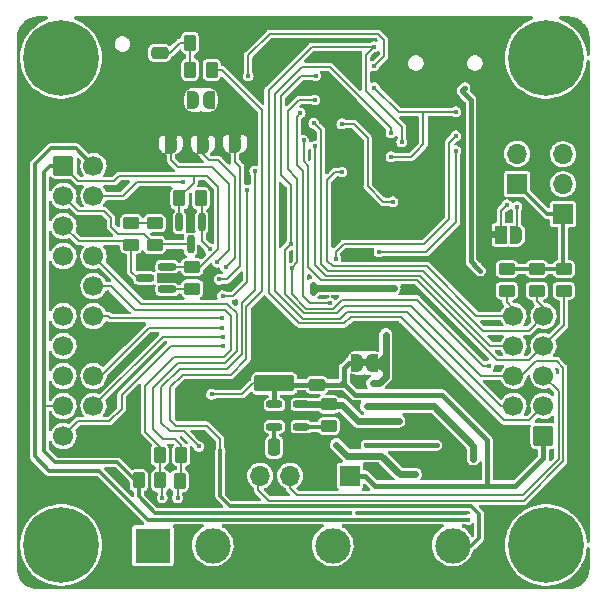
<source format=gbl>
%TF.GenerationSoftware,KiCad,Pcbnew,(6.0.9)*%
%TF.CreationDate,2023-01-11T20:23:52+07:00*%
%TF.ProjectId,ESP12CORE_B_MULTI,45535031-3243-44f5-9245-5f425f4d554c,rev?*%
%TF.SameCoordinates,Original*%
%TF.FileFunction,Copper,L2,Bot*%
%TF.FilePolarity,Positive*%
%FSLAX46Y46*%
G04 Gerber Fmt 4.6, Leading zero omitted, Abs format (unit mm)*
G04 Created by KiCad (PCBNEW (6.0.9)) date 2023-01-11 20:23:52*
%MOMM*%
%LPD*%
G01*
G04 APERTURE LIST*
G04 Aperture macros list*
%AMRoundRect*
4,1,4,2,3,4,5,6,7,8,9,2,3,0*
1,1,$1,$2,$3*
1,1,$1,$2,$3*
1,1,$1,$2,$3*
1,1,$1,$2,$3*
20,1,$1,$2,$3,$4,$5,0*
20,1,$1,$2,$3,$4,$5,0*
20,1,$1,$2,$3,$4,$5,0*
20,1,$1,$2,$3,$4,$5,0*%
%AMFreePoly0*
4,1,22,0.5,-0.75,0,-0.75,0,-0.745033,-0.079941,-0.743568,-0.215256,-0.701293,-0.333266,-0.622738,-0.424486,-0.514219,-0.481581,-0.38446,-0.499164,-0.25,-0.5,-0.25,-0.5,0.25,-0.499164,0.25,-0.499963,0.256109,-0.478152,0.396186,-0.417904,0.524511,-0.32406,0.630769,-0.204165,0.706417,-0.067858,0.745374,0,0.744959,0,0.75,0.5,0.75,0.5,-0.75,0.5,-0.75,0*%
%AMFreePoly1*
4,1,20,0,0.744959,0.073905,0.744508,0.209726,0.703889,0.328688,0.626782,0.421226,0.519385,0.479903,0.390333,0.5,0.25,0.5,-0.25,0.499851,-0.262216,0.476331,-0.402017,0.414519,-0.529596,0.319384,-0.6347,0.198574,-0.708877,0.061801,-0.746166,0,-0.745033,0,-0.75,-0.5,-0.75,-0.5,0.75,0,0.75,0,0.744959,0,0.744959,0*%
%AMFreePoly2*
4,1,22,0.55,-0.75,0,-0.75,0,-0.745033,-0.079941,-0.743568,-0.215256,-0.701293,-0.333266,-0.622738,-0.424486,-0.514219,-0.481581,-0.38446,-0.499164,-0.25,-0.5,-0.25,-0.5,0.25,-0.499164,0.25,-0.499963,0.256109,-0.478152,0.396186,-0.417904,0.524511,-0.32406,0.630769,-0.204165,0.706417,-0.067858,0.745374,0,0.744959,0,0.75,0.55,0.75,0.55,-0.75,0.55,-0.75,0*%
%AMFreePoly3*
4,1,20,0,0.744959,0.073905,0.744508,0.209726,0.703889,0.328688,0.626782,0.421226,0.519385,0.479903,0.390333,0.5,0.25,0.5,-0.25,0.499851,-0.262216,0.476331,-0.402017,0.414519,-0.529596,0.319384,-0.6347,0.198574,-0.708877,0.061801,-0.746166,0,-0.745033,0,-0.75,-0.55,-0.75,-0.55,0.75,0,0.75,0,0.744959,0,0.744959,0*%
G04 Aperture macros list end*
%TA.AperFunction,ComponentPad*%
%AMCOMP1*
4,1,3,
0.6,0.6,
-0.6,0.6,
-0.6,-0.6,
0.6,-0.6,
0*
4,1,19,
0.6,0.85,
0.67725424859373684,0.83776412907378839,
0.74694631307311821,0.80225424859373684,
0.80225424859373684,0.74694631307311821,
0.83776412907378839,0.67725424859373684,
0.85,0.6,
0.83776412907378839,0.52274575140626311,
0.80225424859373684,0.45305368692688175,
0.74694631307311832,0.39774575140626311,
0.67725424859373684,0.36223587092621157,
0.6,0.35,
0.522745751406263,0.36223587092621157,
0.45305368692688175,0.39774575140626311,
0.39774575140626311,0.45305368692688164,
0.36223587092621157,0.52274575140626311,
0.35,0.6,
0.36223587092621157,0.67725424859373673,
0.39774575140626311,0.74694631307311821,
0.45305368692688164,0.80225424859373684,
0.52274575140626311,0.83776412907378839,
0*
4,1,19,
-0.6,0.85,
-0.52274575140626311,0.83776412907378839,
-0.45305368692688169,0.80225424859373684,
-0.39774575140626311,0.74694631307311821,
-0.36223587092621157,0.67725424859373684,
-0.35,0.6,
-0.36223587092621157,0.52274575140626311,
-0.39774575140626311,0.45305368692688175,
-0.45305368692688164,0.39774575140626311,
-0.52274575140626311,0.36223587092621157,
-0.6,0.35,
-0.677254248593737,0.36223587092621157,
-0.74694631307311821,0.39774575140626311,
-0.80225424859373684,0.45305368692688164,
-0.83776412907378839,0.52274575140626311,
-0.85,0.6,
-0.83776412907378839,0.67725424859373673,
-0.80225424859373684,0.74694631307311821,
-0.74694631307311832,0.80225424859373684,
-0.67725424859373684,0.83776412907378839,
0*
4,1,19,
-0.6,-0.35,
-0.52274575140626311,-0.36223587092621157,
-0.45305368692688169,-0.39774575140626311,
-0.39774575140626311,-0.45305368692688169,
-0.36223587092621157,-0.52274575140626311,
-0.35,-0.6,
-0.36223587092621157,-0.67725424859373684,
-0.39774575140626311,-0.74694631307311821,
-0.45305368692688164,-0.80225424859373684,
-0.52274575140626311,-0.83776412907378839,
-0.6,-0.85,
-0.677254248593737,-0.83776412907378839,
-0.74694631307311821,-0.80225424859373684,
-0.80225424859373684,-0.74694631307311832,
-0.83776412907378839,-0.67725424859373684,
-0.85,-0.6,
-0.83776412907378839,-0.52274575140626323,
-0.80225424859373684,-0.45305368692688175,
-0.74694631307311832,-0.39774575140626311,
-0.67725424859373684,-0.36223587092621157,
0*
4,1,19,
0.6,-0.35,
0.67725424859373684,-0.36223587092621157,
0.74694631307311821,-0.39774575140626311,
0.80225424859373684,-0.45305368692688169,
0.83776412907378839,-0.52274575140626311,
0.85,-0.6,
0.83776412907378839,-0.67725424859373684,
0.80225424859373684,-0.74694631307311821,
0.74694631307311832,-0.80225424859373684,
0.67725424859373684,-0.83776412907378839,
0.6,-0.85,
0.522745751406263,-0.83776412907378839,
0.45305368692688175,-0.80225424859373684,
0.39774575140626311,-0.74694631307311832,
0.36223587092621157,-0.67725424859373684,
0.35,-0.6,
0.36223587092621157,-0.52274575140626323,
0.39774575140626311,-0.45305368692688175,
0.45305368692688164,-0.39774575140626311,
0.52274575140626311,-0.36223587092621157,
0*
4,1,3,
0.6,0.85,
0.6,0.35,
-0.6,0.35,
-0.6,0.85,
0*
4,1,3,
-0.85,0.6,
-0.35,0.6,
-0.35,-0.6,
-0.85,-0.6,
0*
4,1,3,
-0.6,-0.85,
-0.6,-0.35,
0.6,-0.35,
0.6,-0.85,
0*
4,1,3,
0.85,-0.6,
0.35,-0.6,
0.35,0.6,
0.85,0.6,
0*%
%ADD10COMP1,0.25X0.6X0.6X-0.6X0.6X-0.6X-0.6X0.6X-0.6X0*%
%TD*%
%TA.AperFunction,ComponentPad*%
%ADD11C,1.7*%
%TD*%
%TA.AperFunction,ComponentPad*%
%ADD12C,0.8*%
%TD*%
%TA.AperFunction,ComponentPad*%
%ADD13C,6.4*%
%TD*%
%TA.AperFunction,ComponentPad*%
%ADD14R,1.7X1.7*%
%TD*%
%TA.AperFunction,ComponentPad*%
%ADD15O,1.7X1.7*%
%TD*%
%TA.AperFunction,ComponentPad*%
%AMCOMP2*
4,1,3,
-0.6,-0.6,
0.6,-0.6,
0.6,0.6,
-0.6,0.6,
0*
4,1,19,
-0.6,-0.35,
-0.52274575140626311,-0.36223587092621157,
-0.45305368692688169,-0.39774575140626311,
-0.39774575140626311,-0.45305368692688169,
-0.36223587092621157,-0.52274575140626311,
-0.35,-0.6,
-0.36223587092621157,-0.67725424859373684,
-0.39774575140626311,-0.74694631307311821,
-0.45305368692688164,-0.80225424859373684,
-0.52274575140626311,-0.83776412907378839,
-0.6,-0.85,
-0.677254248593737,-0.83776412907378839,
-0.74694631307311821,-0.80225424859373684,
-0.80225424859373684,-0.74694631307311832,
-0.83776412907378839,-0.67725424859373684,
-0.85,-0.6,
-0.83776412907378839,-0.52274575140626323,
-0.80225424859373684,-0.45305368692688175,
-0.74694631307311832,-0.39774575140626311,
-0.67725424859373684,-0.36223587092621157,
0*
4,1,19,
0.6,-0.35,
0.67725424859373684,-0.36223587092621157,
0.74694631307311821,-0.39774575140626311,
0.80225424859373684,-0.45305368692688169,
0.83776412907378839,-0.52274575140626311,
0.85,-0.6,
0.83776412907378839,-0.67725424859373684,
0.80225424859373684,-0.74694631307311821,
0.74694631307311832,-0.80225424859373684,
0.67725424859373684,-0.83776412907378839,
0.6,-0.85,
0.522745751406263,-0.83776412907378839,
0.45305368692688175,-0.80225424859373684,
0.39774575140626311,-0.74694631307311832,
0.36223587092621157,-0.67725424859373684,
0.35,-0.6,
0.36223587092621157,-0.52274575140626323,
0.39774575140626311,-0.45305368692688175,
0.45305368692688164,-0.39774575140626311,
0.52274575140626311,-0.36223587092621157,
0*
4,1,19,
0.6,0.85,
0.67725424859373684,0.83776412907378839,
0.74694631307311821,0.80225424859373684,
0.80225424859373684,0.74694631307311821,
0.83776412907378839,0.67725424859373684,
0.85,0.6,
0.83776412907378839,0.52274575140626311,
0.80225424859373684,0.45305368692688175,
0.74694631307311832,0.39774575140626311,
0.67725424859373684,0.36223587092621157,
0.6,0.35,
0.522745751406263,0.36223587092621157,
0.45305368692688175,0.39774575140626311,
0.39774575140626311,0.45305368692688164,
0.36223587092621157,0.52274575140626311,
0.35,0.6,
0.36223587092621157,0.67725424859373673,
0.39774575140626311,0.74694631307311821,
0.45305368692688164,0.80225424859373684,
0.52274575140626311,0.83776412907378839,
0*
4,1,19,
-0.6,0.85,
-0.52274575140626311,0.83776412907378839,
-0.45305368692688169,0.80225424859373684,
-0.39774575140626311,0.74694631307311821,
-0.36223587092621157,0.67725424859373684,
-0.35,0.6,
-0.36223587092621157,0.52274575140626311,
-0.39774575140626311,0.45305368692688175,
-0.45305368692688164,0.39774575140626311,
-0.52274575140626311,0.36223587092621157,
-0.6,0.35,
-0.677254248593737,0.36223587092621157,
-0.74694631307311821,0.39774575140626311,
-0.80225424859373684,0.45305368692688164,
-0.83776412907378839,0.52274575140626311,
-0.85,0.6,
-0.83776412907378839,0.67725424859373673,
-0.80225424859373684,0.74694631307311821,
-0.74694631307311832,0.80225424859373684,
-0.67725424859373684,0.83776412907378839,
0*
4,1,3,
-0.6,-0.85,
-0.6,-0.35,
0.6,-0.35,
0.6,-0.85,
0*
4,1,3,
0.85,-0.6,
0.35,-0.6,
0.35,0.6,
0.85,0.6,
0*
4,1,3,
0.6,0.85,
0.6,0.35,
-0.6,0.35,
-0.6,0.85,
0*
4,1,3,
-0.85,0.6,
-0.35,0.6,
-0.35,-0.6,
-0.85,-0.6,
0*%
%ADD16COMP2,0.25X-0.6X-0.6X0.6X-0.6X0.6X0.6X-0.6X0.6X0*%
%TD*%
%TA.AperFunction,ComponentPad*%
%ADD17R,3X3*%
%TD*%
%TA.AperFunction,ComponentPad*%
%ADD18C,3*%
%TD*%
%TA.AperFunction,ComponentPad*%
%ADD19O,1.45X2*%
%TD*%
%TA.AperFunction,ComponentPad*%
%ADD20O,1.15X1.8*%
%TD*%
%TA.AperFunction,SMDPad,CuDef*%
%AMCOMP3*
4,1,3,
0.5875,0.15,
-0.5875,0.15,
-0.5875,-0.15,
0.5875,-0.15,
0*
4,1,19,
0.5875,0.3,
0.63385254915624212,0.292658477444273,
0.675667787843871,0.27135254915624207,
0.70885254915624207,0.23816778784387097,
0.73015847744427309,0.19635254915624212,
0.7375,0.15,
0.73015847744427309,0.1036474508437579,
0.70885254915624207,0.061832212156129038,
0.675667787843871,0.0286474508437579,
0.63385254915624212,0.0073415225557269814,
0.5875,0,
0.54114745084375782,0.0073415225557269814,
0.49933221215612905,0.02864745084375786,
0.46614745084375792,0.06183221215612901,
0.444841522555727,0.10364745084375787,
0.4375,0.14999999999999997,
0.44484152255572695,0.19635254915624206,
0.46614745084375786,0.23816778784387094,
0.499332212156129,0.27135254915624207,
0.54114745084375793,0.292658477444273,
0*
4,1,19,
-0.5875,0.3,
-0.54114745084375793,0.292658477444273,
-0.49933221215612905,0.27135254915624207,
-0.46614745084375792,0.23816778784387097,
-0.444841522555727,0.19635254915624212,
-0.4375,0.15,
-0.44484152255572695,0.1036474508437579,
-0.46614745084375792,0.061832212156129038,
-0.49933221215612905,0.0286474508437579,
-0.54114745084375793,0.0073415225557269814,
-0.5875,0,
-0.63385254915624223,0.0073415225557269814,
-0.67566778784387094,0.02864745084375786,
-0.70885254915624207,0.06183221215612901,
-0.73015847744427309,0.10364745084375787,
-0.7375,0.14999999999999997,
-0.73015847744427309,0.19635254915624206,
-0.70885254915624218,0.23816778784387094,
-0.675667787843871,0.27135254915624207,
-0.63385254915624212,0.292658477444273,
0*
4,1,19,
-0.5875,0,
-0.54114745084375793,-0.0073415225557269814,
-0.49933221215612905,-0.028647450843757888,
-0.46614745084375792,-0.061832212156129024,
-0.444841522555727,-0.10364745084375787,
-0.4375,-0.15,
-0.44484152255572695,-0.19635254915624209,
-0.46614745084375792,-0.23816778784387094,
-0.49933221215612905,-0.27135254915624207,
-0.54114745084375793,-0.292658477444273,
-0.5875,-0.3,
-0.63385254915624223,-0.292658477444273,
-0.67566778784387094,-0.27135254915624213,
-0.70885254915624207,-0.238167787843871,
-0.73015847744427309,-0.19635254915624212,
-0.7375,-0.15000000000000002,
-0.73015847744427309,-0.10364745084375791,
-0.70885254915624218,-0.061832212156129066,
-0.675667787843871,-0.0286474508437579,
-0.63385254915624212,-0.0073415225557269814,
0*
4,1,19,
0.5875,0,
0.63385254915624212,-0.0073415225557269814,
0.675667787843871,-0.028647450843757888,
0.70885254915624207,-0.061832212156129024,
0.73015847744427309,-0.10364745084375787,
0.7375,-0.15,
0.73015847744427309,-0.19635254915624209,
0.70885254915624207,-0.23816778784387094,
0.675667787843871,-0.27135254915624207,
0.63385254915624212,-0.292658477444273,
0.5875,-0.3,
0.54114745084375782,-0.292658477444273,
0.49933221215612905,-0.27135254915624213,
0.46614745084375792,-0.238167787843871,
0.444841522555727,-0.19635254915624212,
0.4375,-0.15000000000000002,
0.44484152255572695,-0.10364745084375791,
0.46614745084375786,-0.061832212156129066,
0.499332212156129,-0.0286474508437579,
0.54114745084375793,-0.0073415225557269814,
0*
4,1,3,
0.5875,0.3,
0.5875,0,
-0.5875,0,
-0.5875,0.3,
0*
4,1,3,
-0.7375,0.15,
-0.4375,0.15,
-0.4375,-0.15,
-0.7375,-0.15,
0*
4,1,3,
-0.5875,-0.3,
-0.5875,0,
0.5875,0,
0.5875,-0.3,
0*
4,1,3,
0.7375,-0.15,
0.4375,-0.15,
0.4375,0.15,
0.7375,0.15,
0*%
%ADD21COMP3,0.15X0.5875X0.15X-0.5875X0.15X-0.5875X-0.15X0.5875X-0.15X0*%
%TD*%
%TA.AperFunction,SMDPad,CuDef*%
%AMCOMP4*
4,1,21,
0.5,-0.75,
0,-0.75,
0,-0.745033,
-0.079941,-0.743568,
-0.215256,-0.701293,
-0.333266,-0.622738,
-0.424486,-0.514219,
-0.481581,-0.38446,
-0.499164,-0.25,
-0.5,-0.25,
-0.5,0.25,
-0.499164,0.25,
-0.499963,0.256109,
-0.478152,0.396186,
-0.417904,0.524511,
-0.32406,0.630769,
-0.204165,0.706417,
-0.067858,0.745374,
0,0.744959,
0,0.75,
0.5,0.75,
0.5,-0.75,
0*%
%ADD22COMP4,270*%
%TD*%
%TA.AperFunction,SMDPad,CuDef*%
%AMCOMP5*
4,1,19,
0,0.744959,
0.073905,0.744508,
0.209726,0.703889,
0.328688,0.626782,
0.421226,0.519385,
0.479903,0.390333,
0.5,0.25,
0.5,-0.25,
0.499851,-0.262216,
0.476331,-0.402017,
0.414519,-0.529596,
0.319384,-0.6347,
0.198574,-0.708877,
0.061801,-0.746166,
0,-0.745033,
0,-0.75,
-0.5,-0.75,
-0.5,0.75,
0,0.75,
0,0.744959,
0*%
%ADD23COMP5,270*%
%TD*%
%TA.AperFunction,SMDPad,CuDef*%
%AMCOMP6*
4,1,3,
0.475,-0.25,
0.475,0.25,
-0.475,0.25,
-0.475,-0.25,
0*
4,1,19,
0.475,0,
0.55225424859373684,-0.012235870926211617,
0.62194631307311821,-0.047745751406263137,
0.67725424859373684,-0.10305368692688172,
0.71276412907378839,-0.17274575140626314,
0.725,-0.24999999999999997,
0.71276412907378839,-0.32725424859373686,
0.67725424859373684,-0.39694631307311823,
0.62194631307311832,-0.45225424859373686,
0.55225424859373684,-0.48776412907378841,
0.47500000000000003,-0.5,
0.39774575140626306,-0.48776412907378841,
0.32805368692688175,-0.45225424859373686,
0.27274575140626311,-0.39694631307311834,
0.2372358709262116,-0.32725424859373686,
0.22499999999999998,-0.25000000000000006,
0.23723587092621157,-0.17274575140626319,
0.27274575140626311,-0.10305368692688177,
0.32805368692688164,-0.047745751406263165,
0.39774575140626306,-0.012235870926211617,
0*
4,1,19,
0.475,0.5,
0.55225424859373684,0.48776412907378841,
0.62194631307311821,0.45225424859373686,
0.67725424859373684,0.39694631307311828,
0.71276412907378839,0.32725424859373686,
0.725,0.25,
0.71276412907378839,0.17274575140626316,
0.67725424859373684,0.10305368692688174,
0.62194631307311832,0.047745751406263165,
0.55225424859373684,0.012235870926211617,
0.47500000000000003,0,
0.39774575140626306,0.012235870926211617,
0.32805368692688175,0.047745751406263109,
0.27274575140626311,0.10305368692688169,
0.2372358709262116,0.17274575140626311,
0.22499999999999998,0.24999999999999994,
0.23723587092621157,0.32725424859373681,
0.27274575140626311,0.39694631307311823,
0.32805368692688164,0.45225424859373686,
0.39774575140626306,0.48776412907378841,
0*
4,1,19,
-0.475,0.5,
-0.39774575140626311,0.48776412907378841,
-0.32805368692688169,0.45225424859373686,
-0.27274575140626311,0.39694631307311828,
-0.2372358709262116,0.32725424859373686,
-0.22499999999999998,0.25,
-0.23723587092621157,0.17274575140626316,
-0.27274575140626311,0.10305368692688174,
-0.32805368692688164,0.047745751406263165,
-0.39774575140626311,0.012235870926211617,
-0.47499999999999992,0,
-0.552254248593737,0.012235870926211617,
-0.62194631307311821,0.047745751406263109,
-0.67725424859373684,0.10305368692688169,
-0.71276412907378839,0.17274575140626311,
-0.725,0.24999999999999994,
-0.71276412907378839,0.32725424859373681,
-0.67725424859373684,0.39694631307311823,
-0.62194631307311832,0.45225424859373686,
-0.55225424859373684,0.48776412907378841,
0*
4,1,19,
-0.475,0,
-0.39774575140626311,-0.012235870926211617,
-0.32805368692688169,-0.047745751406263137,
-0.27274575140626311,-0.10305368692688172,
-0.2372358709262116,-0.17274575140626314,
-0.22499999999999998,-0.24999999999999997,
-0.23723587092621157,-0.32725424859373686,
-0.27274575140626311,-0.39694631307311823,
-0.32805368692688164,-0.45225424859373686,
-0.39774575140626311,-0.48776412907378841,
-0.47499999999999992,-0.5,
-0.552254248593737,-0.48776412907378841,
-0.62194631307311821,-0.45225424859373686,
-0.67725424859373684,-0.39694631307311834,
-0.71276412907378839,-0.32725424859373686,
-0.725,-0.25000000000000006,
-0.71276412907378839,-0.17274575140626319,
-0.67725424859373684,-0.10305368692688177,
-0.62194631307311832,-0.047745751406263165,
-0.55225424859373684,-0.012235870926211617,
0*
4,1,3,
0.725,-0.25,
0.22499999999999998,-0.24999999999999997,
0.22499999999999998,0.25,
0.725,0.24999999999999997,
0*
4,1,3,
0.475,0.5,
0.475,0,
-0.475,0,
-0.475,0.5,
0*
4,1,3,
-0.725,0.25,
-0.22499999999999998,0.24999999999999997,
-0.22499999999999998,-0.25,
-0.725,-0.24999999999999997,
0*
4,1,3,
-0.475,-0.5,
-0.475,0,
0.475,0,
0.475,-0.5,
0*%
%ADD24COMP6,0.25X0.475X-0.25X0.475X0.25X-0.475X0.25X-0.475X-0.25X0*%
%TD*%
%TA.AperFunction,SMDPad,CuDef*%
%AMCOMP7*
4,1,21,
0.55,-0.75,
0,-0.75,
0,-0.745033,
-0.079941,-0.743568,
-0.215256,-0.701293,
-0.333266,-0.622738,
-0.424486,-0.514219,
-0.481581,-0.38446,
-0.499164,-0.25,
-0.5,-0.25,
-0.5,0.25,
-0.499164,0.25,
-0.499963,0.256109,
-0.478152,0.396186,
-0.417904,0.524511,
-0.32406,0.630769,
-0.204165,0.706417,
-0.067858,0.745374,
0,0.744959,
0,0.75,
0.55,0.75,
0.55,-0.75,
0*%
%ADD25COMP7,0*%
%TD*%
%TA.AperFunction,SMDPad,CuDef*%
%ADD26R,1X1.5*%
%TD*%
%TA.AperFunction,SMDPad,CuDef*%
%AMCOMP8*
4,1,19,
0,0.744959,
0.073905,0.744508,
0.209726,0.703889,
0.328688,0.626782,
0.421226,0.519385,
0.479903,0.390333,
0.5,0.25,
0.5,-0.25,
0.499851,-0.262216,
0.476331,-0.402017,
0.414519,-0.529596,
0.319384,-0.6347,
0.198574,-0.708877,
0.061801,-0.746166,
0,-0.745033,
0,-0.75,
-0.55,-0.75,
-0.55,0.75,
0,0.75,
0,0.744959,
0*%
%ADD27COMP8,0*%
%TD*%
%TA.AperFunction,SMDPad,CuDef*%
%AMCOMP9*
4,1,3,
-0.2625,-0.45,
0.2625,-0.45,
0.2625,0.45,
-0.2625,0.45,
0*
4,1,19,
-0.2625,-0.2,
-0.18524575140626315,-0.21223587092621163,
-0.11555368692688173,-0.24774575140626315,
-0.060245751406263148,-0.30305368692688173,
-0.024735870926211628,-0.37274575140626315,
-0.012500000000000011,-0.45,
-0.0247358709262116,-0.52725424859373682,
-0.060245751406263148,-0.5969463130731183,
-0.1155536869268817,-0.65225424859373682,
-0.18524575140626315,-0.68776412907378837,
-0.26249999999999996,-0.7,
-0.33975424859373693,-0.68776412907378837,
-0.4094463130731183,-0.65225424859373693,
-0.46475424859373682,-0.5969463130731183,
-0.50026412907378837,-0.52725424859373693,
-0.5125,-0.45000000000000007,
-0.50026412907378837,-0.3727457514062632,
-0.46475424859373693,-0.30305368692688178,
-0.40944631307311835,-0.24774575140626318,
-0.33975424859373693,-0.21223587092621163,
0*
4,1,19,
0.2625,-0.2,
0.33975424859373687,-0.21223587092621163,
0.4094463130731183,-0.24774575140626315,
0.46475424859373687,-0.30305368692688173,
0.50026412907378837,-0.37274575140626315,
0.5125,-0.45,
0.50026412907378837,-0.52725424859373682,
0.46475424859373687,-0.5969463130731183,
0.4094463130731183,-0.65225424859373682,
0.33975424859373687,-0.68776412907378837,
0.26250000000000007,-0.7,
0.18524575140626309,-0.68776412907378837,
0.11555368692688175,-0.65225424859373693,
0.060245751406263176,-0.5969463130731183,
0.024735870926211628,-0.52725424859373693,
0.012500000000000011,-0.45000000000000007,
0.0247358709262116,-0.3727457514062632,
0.060245751406263121,-0.30305368692688178,
0.11555368692688167,-0.24774575140626318,
0.18524575140626309,-0.21223587092621163,
0*
4,1,19,
0.2625,0.7,
0.33975424859373687,0.68776412907378837,
0.4094463130731183,0.65225424859373682,
0.46475424859373687,0.5969463130731183,
0.50026412907378837,0.52725424859373682,
0.5125,0.45,
0.50026412907378837,0.3727457514062632,
0.46475424859373687,0.30305368692688173,
0.4094463130731183,0.24774575140626318,
0.33975424859373687,0.21223587092621163,
0.26250000000000007,0.2,
0.18524575140626309,0.21223587092621163,
0.11555368692688175,0.24774575140626312,
0.060245751406263176,0.30305368692688173,
0.024735870926211628,0.37274575140626309,
0.012500000000000011,0.44999999999999996,
0.0247358709262116,0.52725424859373682,
0.060245751406263121,0.5969463130731183,
0.11555368692688167,0.65225424859373682,
0.18524575140626309,0.68776412907378837,
0*
4,1,19,
-0.2625,0.7,
-0.18524575140626315,0.68776412907378837,
-0.11555368692688173,0.65225424859373682,
-0.060245751406263148,0.5969463130731183,
-0.024735870926211628,0.52725424859373682,
-0.012500000000000011,0.45,
-0.0247358709262116,0.3727457514062632,
-0.060245751406263148,0.30305368692688173,
-0.1155536869268817,0.24774575140626318,
-0.18524575140626315,0.21223587092621163,
-0.26249999999999996,0.2,
-0.33975424859373693,0.21223587092621163,
-0.4094463130731183,0.24774575140626312,
-0.46475424859373682,0.30305368692688173,
-0.50026412907378837,0.37274575140626309,
-0.5125,0.44999999999999996,
-0.50026412907378837,0.52725424859373682,
-0.46475424859373693,0.5969463130731183,
-0.40944631307311835,0.65225424859373682,
-0.33975424859373693,0.68776412907378837,
0*
4,1,3,
-0.2625,-0.7,
-0.2625,-0.2,
0.2625,-0.2,
0.2625,-0.7,
0*
4,1,3,
0.5125,-0.45,
0.012500000000000011,-0.45,
0.012500000000000011,0.45,
0.5125,0.45,
0*
4,1,3,
0.2625,0.7,
0.2625,0.2,
-0.2625,0.2,
-0.2625,0.7,
0*
4,1,3,
-0.5125,0.45,
-0.012500000000000011,0.45,
-0.012500000000000011,-0.45,
-0.5125,-0.45,
0*%
%ADD28COMP9,0.25X-0.2625X-0.45X0.2625X-0.45X0.2625X0.45X-0.2625X0.45X0*%
%TD*%
%TA.AperFunction,SMDPad,CuDef*%
%AMCOMP10*
4,1,3,
-0.45,0.2625,
-0.45,-0.2625,
0.45,-0.2625,
0.45,0.2625,
0*
4,1,19,
-0.45,0.5125,
-0.37274575140626315,0.50026412907378837,
-0.30305368692688173,0.46475424859373687,
-0.24774575140626315,0.4094463130731183,
-0.21223587092621163,0.33975424859373687,
-0.2,0.2625,
-0.2122358709262116,0.18524575140626318,
-0.24774575140626315,0.11555368692688175,
-0.30305368692688173,0.060245751406263176,
-0.37274575140626315,0.024735870926211628,
-0.44999999999999996,0.012500000000000011,
-0.52725424859373693,0.024735870926211628,
-0.5969463130731183,0.060245751406263121,
-0.65225424859373682,0.1155536869268817,
-0.68776412907378837,0.18524575140626312,
-0.7,0.26249999999999996,
-0.68776412907378837,0.33975424859373682,
-0.65225424859373693,0.40944631307311824,
-0.5969463130731183,0.46475424859373682,
-0.52725424859373693,0.50026412907378837,
0*
4,1,19,
-0.45,-0.012500000000000011,
-0.37274575140626315,-0.024735870926211628,
-0.30305368692688173,-0.060245751406263148,
-0.24774575140626315,-0.11555368692688173,
-0.21223587092621163,-0.18524575140626315,
-0.2,-0.2625,
-0.2122358709262116,-0.33975424859373682,
-0.24774575140626315,-0.4094463130731183,
-0.30305368692688173,-0.46475424859373682,
-0.37274575140626315,-0.50026412907378837,
-0.44999999999999996,-0.5125,
-0.52725424859373693,-0.50026412907378837,
-0.5969463130731183,-0.46475424859373693,
-0.65225424859373682,-0.4094463130731183,
-0.68776412907378837,-0.33975424859373693,
-0.7,-0.26250000000000007,
-0.68776412907378837,-0.1852457514062632,
-0.65225424859373693,-0.11555368692688178,
-0.5969463130731183,-0.060245751406263176,
-0.52725424859373693,-0.024735870926211628,
0*
4,1,19,
0.45,-0.012500000000000011,
0.52725424859373682,-0.024735870926211628,
0.5969463130731183,-0.060245751406263148,
0.65225424859373682,-0.11555368692688173,
0.68776412907378837,-0.18524575140626315,
0.7,-0.2625,
0.68776412907378837,-0.33975424859373682,
0.65225424859373682,-0.4094463130731183,
0.5969463130731183,-0.46475424859373682,
0.52725424859373693,-0.50026412907378837,
0.45000000000000007,-0.5125,
0.37274575140626309,-0.50026412907378837,
0.30305368692688173,-0.46475424859373693,
0.24774575140626318,-0.4094463130731183,
0.21223587092621163,-0.33975424859373693,
0.2,-0.26250000000000007,
0.2122358709262116,-0.1852457514062632,
0.24774575140626312,-0.11555368692688178,
0.30305368692688167,-0.060245751406263176,
0.37274575140626309,-0.024735870926211628,
0*
4,1,19,
0.45,0.5125,
0.52725424859373682,0.50026412907378837,
0.5969463130731183,0.46475424859373687,
0.65225424859373682,0.4094463130731183,
0.68776412907378837,0.33975424859373687,
0.7,0.2625,
0.68776412907378837,0.18524575140626318,
0.65225424859373682,0.11555368692688175,
0.5969463130731183,0.060245751406263176,
0.52725424859373693,0.024735870926211628,
0.45000000000000007,0.012500000000000011,
0.37274575140626309,0.024735870926211628,
0.30305368692688173,0.060245751406263121,
0.24774575140626318,0.1155536869268817,
0.21223587092621163,0.18524575140626312,
0.2,0.26249999999999996,
0.2122358709262116,0.33975424859373682,
0.24774575140626312,0.40944631307311824,
0.30305368692688167,0.46475424859373682,
0.37274575140626309,0.50026412907378837,
0*
4,1,3,
-0.7,0.2625,
-0.2,0.2625,
-0.2,-0.2625,
-0.7,-0.2625,
0*
4,1,3,
-0.45,-0.5125,
-0.45,-0.012500000000000011,
0.45,-0.012500000000000011,
0.45,-0.5125,
0*
4,1,3,
0.7,-0.2625,
0.2,-0.2625,
0.2,0.2625,
0.7,0.2625,
0*
4,1,3,
0.45,0.5125,
0.45,0.012500000000000011,
-0.45,0.012500000000000011,
-0.45,0.5125,
0*%
%ADD29COMP10,0.25X-0.45X0.2625X-0.45X-0.2625X0.45X-0.2625X0.45X0.2625X0*%
%TD*%
%TA.AperFunction,SMDPad,CuDef*%
%AMCOMP11*
4,1,3,
0.45,-0.2625,
0.45,0.2625,
-0.45,0.2625,
-0.45,-0.2625,
0*
4,1,19,
0.45,-0.012500000000000011,
0.52725424859373682,-0.024735870926211628,
0.5969463130731183,-0.060245751406263148,
0.65225424859373682,-0.11555368692688173,
0.68776412907378837,-0.18524575140626315,
0.7,-0.2625,
0.68776412907378837,-0.33975424859373682,
0.65225424859373682,-0.4094463130731183,
0.5969463130731183,-0.46475424859373682,
0.52725424859373693,-0.50026412907378837,
0.45000000000000007,-0.5125,
0.37274575140626309,-0.50026412907378837,
0.30305368692688173,-0.46475424859373693,
0.24774575140626318,-0.4094463130731183,
0.21223587092621163,-0.33975424859373693,
0.2,-0.26250000000000007,
0.2122358709262116,-0.1852457514062632,
0.24774575140626312,-0.11555368692688178,
0.30305368692688167,-0.060245751406263176,
0.37274575140626309,-0.024735870926211628,
0*
4,1,19,
0.45,0.5125,
0.52725424859373682,0.50026412907378837,
0.5969463130731183,0.46475424859373687,
0.65225424859373682,0.4094463130731183,
0.68776412907378837,0.33975424859373687,
0.7,0.2625,
0.68776412907378837,0.18524575140626318,
0.65225424859373682,0.11555368692688175,
0.5969463130731183,0.060245751406263176,
0.52725424859373693,0.024735870926211628,
0.45000000000000007,0.012500000000000011,
0.37274575140626309,0.024735870926211628,
0.30305368692688173,0.060245751406263121,
0.24774575140626318,0.1155536869268817,
0.21223587092621163,0.18524575140626312,
0.2,0.26249999999999996,
0.2122358709262116,0.33975424859373682,
0.24774575140626312,0.40944631307311824,
0.30305368692688167,0.46475424859373682,
0.37274575140626309,0.50026412907378837,
0*
4,1,19,
-0.45,0.5125,
-0.37274575140626315,0.50026412907378837,
-0.30305368692688173,0.46475424859373687,
-0.24774575140626315,0.4094463130731183,
-0.21223587092621163,0.33975424859373687,
-0.2,0.2625,
-0.2122358709262116,0.18524575140626318,
-0.24774575140626315,0.11555368692688175,
-0.30305368692688173,0.060245751406263176,
-0.37274575140626315,0.024735870926211628,
-0.44999999999999996,0.012500000000000011,
-0.52725424859373693,0.024735870926211628,
-0.5969463130731183,0.060245751406263121,
-0.65225424859373682,0.1155536869268817,
-0.68776412907378837,0.18524575140626312,
-0.7,0.26249999999999996,
-0.68776412907378837,0.33975424859373682,
-0.65225424859373693,0.40944631307311824,
-0.5969463130731183,0.46475424859373682,
-0.52725424859373693,0.50026412907378837,
0*
4,1,19,
-0.45,-0.012500000000000011,
-0.37274575140626315,-0.024735870926211628,
-0.30305368692688173,-0.060245751406263148,
-0.24774575140626315,-0.11555368692688173,
-0.21223587092621163,-0.18524575140626315,
-0.2,-0.2625,
-0.2122358709262116,-0.33975424859373682,
-0.24774575140626315,-0.4094463130731183,
-0.30305368692688173,-0.46475424859373682,
-0.37274575140626315,-0.50026412907378837,
-0.44999999999999996,-0.5125,
-0.52725424859373693,-0.50026412907378837,
-0.5969463130731183,-0.46475424859373693,
-0.65225424859373682,-0.4094463130731183,
-0.68776412907378837,-0.33975424859373693,
-0.7,-0.26250000000000007,
-0.68776412907378837,-0.1852457514062632,
-0.65225424859373693,-0.11555368692688178,
-0.5969463130731183,-0.060245751406263176,
-0.52725424859373693,-0.024735870926211628,
0*
4,1,3,
0.7,-0.2625,
0.2,-0.2625,
0.2,0.2625,
0.7,0.2625,
0*
4,1,3,
0.45,0.5125,
0.45,0.012500000000000011,
-0.45,0.012500000000000011,
-0.45,0.5125,
0*
4,1,3,
-0.7,0.2625,
-0.2,0.2625,
-0.2,-0.2625,
-0.7,-0.2625,
0*
4,1,3,
-0.45,-0.5125,
-0.45,-0.012500000000000011,
0.45,-0.012500000000000011,
0.45,-0.5125,
0*%
%ADD30COMP11,0.25X0.45X-0.2625X0.45X0.2625X-0.45X0.2625X-0.45X-0.2625X0*%
%TD*%
%TA.AperFunction,SMDPad,CuDef*%
%AMCOMP12*
4,1,3,
-0.15,0.5875,
-0.15,-0.5875,
0.15,-0.5875,
0.15,0.5875,
0*
4,1,19,
-0.15,0.7375,
-0.10364745084375789,0.73015847744427309,
-0.061832212156129024,0.70885254915624207,
-0.028647450843757888,0.675667787843871,
-0.0073415225557269814,0.63385254915624212,
0,0.5875,
-0.0073415225557269537,0.54114745084375793,
-0.028647450843757888,0.49933221215612905,
-0.06183221215612901,0.46614745084375792,
-0.10364745084375787,0.444841522555727,
-0.14999999999999997,0.4375,
-0.19635254915624215,0.444841522555727,
-0.23816778784387094,0.46614745084375786,
-0.27135254915624207,0.49933221215612905,
-0.292658477444273,0.54114745084375793,
-0.3,0.5875,
-0.29265847744427304,0.63385254915624212,
-0.27135254915624213,0.67566778784387094,
-0.238167787843871,0.70885254915624207,
-0.19635254915624215,0.73015847744427309,
0*
4,1,19,
-0.15,-0.4375,
-0.10364745084375789,-0.444841522555727,
-0.061832212156129024,-0.46614745084375792,
-0.028647450843757888,-0.49933221215612905,
-0.0073415225557269814,-0.54114745084375793,
0,-0.5875,
-0.0073415225557269537,-0.63385254915624212,
-0.028647450843757888,-0.67566778784387094,
-0.06183221215612901,-0.70885254915624207,
-0.10364745084375787,-0.73015847744427309,
-0.14999999999999997,-0.7375,
-0.19635254915624215,-0.73015847744427309,
-0.23816778784387094,-0.70885254915624218,
-0.27135254915624207,-0.675667787843871,
-0.292658477444273,-0.63385254915624212,
-0.3,-0.5875,
-0.29265847744427304,-0.54114745084375793,
-0.27135254915624213,-0.49933221215612911,
-0.238167787843871,-0.46614745084375792,
-0.19635254915624215,-0.444841522555727,
0*
4,1,19,
0.15,-0.4375,
0.19635254915624212,-0.444841522555727,
0.23816778784387097,-0.46614745084375792,
0.27135254915624207,-0.49933221215612905,
0.292658477444273,-0.54114745084375793,
0.3,-0.5875,
0.29265847744427304,-0.63385254915624212,
0.27135254915624207,-0.67566778784387094,
0.238167787843871,-0.70885254915624207,
0.19635254915624212,-0.73015847744427309,
0.15000000000000002,-0.7375,
0.10364745084375784,-0.73015847744427309,
0.061832212156129038,-0.70885254915624218,
0.0286474508437579,-0.675667787843871,
0.0073415225557269814,-0.63385254915624212,
0,-0.5875,
0.0073415225557269537,-0.54114745084375793,
0.02864745084375786,-0.49933221215612911,
0.061832212156128996,-0.46614745084375792,
0.10364745084375784,-0.444841522555727,
0*
4,1,19,
0.15,0.7375,
0.19635254915624212,0.73015847744427309,
0.23816778784387097,0.70885254915624207,
0.27135254915624207,0.675667787843871,
0.292658477444273,0.63385254915624212,
0.3,0.5875,
0.29265847744427304,0.54114745084375793,
0.27135254915624207,0.49933221215612905,
0.238167787843871,0.46614745084375792,
0.19635254915624212,0.444841522555727,
0.15000000000000002,0.4375,
0.10364745084375784,0.444841522555727,
0.061832212156129038,0.46614745084375786,
0.0286474508437579,0.49933221215612905,
0.0073415225557269814,0.54114745084375793,
0,0.5875,
0.0073415225557269537,0.63385254915624212,
0.02864745084375786,0.67566778784387094,
0.061832212156128996,0.70885254915624207,
0.10364745084375784,0.73015847744427309,
0*
4,1,3,
-0.3,0.5875,
0,0.5875,
0,-0.5875,
-0.3,-0.5875,
0*
4,1,3,
-0.15,-0.7375,
-0.15,-0.4375,
0.15,-0.4375,
0.15,-0.7375,
0*
4,1,3,
0.3,-0.5875,
0,-0.5875,
0,0.5875,
0.3,0.5875,
0*
4,1,3,
0.15,0.7375,
0.15,0.4375,
-0.15,0.4375,
-0.15,0.7375,
0*%
%ADD31COMP12,0.15X-0.15X0.5875X-0.15X-0.5875X0.15X-0.5875X0.15X0.5875X0*%
%TD*%
%TA.AperFunction,SMDPad,CuDef*%
%AMCOMP13*
4,1,3,
-0.25,-0.475,
0.25,-0.475,
0.25,0.475,
-0.25,0.475,
0*
4,1,19,
-0.25,-0.22499999999999998,
-0.17274575140626314,-0.2372358709262116,
-0.10305368692688172,-0.27274575140626311,
-0.047745751406263137,-0.32805368692688169,
-0.012235870926211617,-0.39774575140626311,
0,-0.475,
-0.012235870926211589,-0.55225424859373684,
-0.047745751406263137,-0.62194631307311821,
-0.10305368692688169,-0.67725424859373684,
-0.17274575140626314,-0.71276412907378839,
-0.24999999999999997,-0.725,
-0.32725424859373692,-0.71276412907378839,
-0.39694631307311823,-0.67725424859373684,
-0.45225424859373686,-0.62194631307311832,
-0.48776412907378841,-0.55225424859373684,
-0.5,-0.47500000000000003,
-0.48776412907378841,-0.39774575140626317,
-0.45225424859373686,-0.32805368692688175,
-0.39694631307311834,-0.27274575140626311,
-0.32725424859373692,-0.2372358709262116,
0*
4,1,19,
0.25,-0.22499999999999998,
0.32725424859373686,-0.2372358709262116,
0.39694631307311828,-0.27274575140626311,
0.45225424859373686,-0.32805368692688169,
0.48776412907378841,-0.39774575140626311,
0.5,-0.475,
0.48776412907378841,-0.55225424859373684,
0.45225424859373686,-0.62194631307311821,
0.39694631307311834,-0.67725424859373684,
0.32725424859373686,-0.71276412907378839,
0.25000000000000006,-0.725,
0.17274575140626308,-0.71276412907378839,
0.10305368692688174,-0.67725424859373684,
0.047745751406263165,-0.62194631307311832,
0.012235870926211617,-0.55225424859373684,
0,-0.47500000000000003,
0.012235870926211589,-0.39774575140626317,
0.047745751406263109,-0.32805368692688175,
0.10305368692688166,-0.27274575140626311,
0.17274575140626308,-0.2372358709262116,
0*
4,1,19,
0.25,0.725,
0.32725424859373686,0.71276412907378839,
0.39694631307311828,0.67725424859373684,
0.45225424859373686,0.62194631307311821,
0.48776412907378841,0.55225424859373684,
0.5,0.475,
0.48776412907378841,0.39774575140626311,
0.45225424859373686,0.32805368692688175,
0.39694631307311834,0.27274575140626311,
0.32725424859373686,0.2372358709262116,
0.25000000000000006,0.22499999999999998,
0.17274575140626308,0.2372358709262116,
0.10305368692688174,0.27274575140626311,
0.047745751406263165,0.32805368692688164,
0.012235870926211617,0.39774575140626311,
0,0.47499999999999992,
0.012235870926211589,0.55225424859373673,
0.047745751406263109,0.62194631307311821,
0.10305368692688166,0.67725424859373684,
0.17274575140626308,0.71276412907378839,
0*
4,1,19,
-0.25,0.725,
-0.17274575140626314,0.71276412907378839,
-0.10305368692688172,0.67725424859373684,
-0.047745751406263137,0.62194631307311821,
-0.012235870926211617,0.55225424859373684,
0,0.475,
-0.012235870926211589,0.39774575140626311,
-0.047745751406263137,0.32805368692688175,
-0.10305368692688169,0.27274575140626311,
-0.17274575140626314,0.2372358709262116,
-0.24999999999999997,0.22499999999999998,
-0.32725424859373692,0.2372358709262116,
-0.39694631307311823,0.27274575140626311,
-0.45225424859373686,0.32805368692688164,
-0.48776412907378841,0.39774575140626311,
-0.5,0.47499999999999992,
-0.48776412907378841,0.55225424859373673,
-0.45225424859373686,0.62194631307311821,
-0.39694631307311834,0.67725424859373684,
-0.32725424859373692,0.71276412907378839,
0*
4,1,3,
-0.25,-0.725,
-0.24999999999999997,-0.22499999999999998,
0.25,-0.22499999999999998,
0.24999999999999997,-0.725,
0*
4,1,3,
0.5,-0.475,
0,-0.475,
0,0.475,
0.5,0.475,
0*
4,1,3,
0.25,0.725,
0.24999999999999997,0.22499999999999998,
-0.25,0.22499999999999998,
-0.24999999999999997,0.725,
0*
4,1,3,
-0.5,0.475,
0,0.475,
0,-0.475,
-0.5,-0.475,
0*%
%ADD32COMP13,0.25X-0.25X-0.475X0.25X-0.475X0.25X0.475X-0.25X0.475X0*%
%TD*%
%TA.AperFunction,SMDPad,CuDef*%
%AMCOMP14*
4,1,21,
0.5,-0.75,
0,-0.75,
0,-0.745033,
-0.079941,-0.743568,
-0.215256,-0.701293,
-0.333266,-0.622738,
-0.424486,-0.514219,
-0.481581,-0.38446,
-0.499164,-0.25,
-0.5,-0.25,
-0.5,0.25,
-0.499164,0.25,
-0.499963,0.256109,
-0.478152,0.396186,
-0.417904,0.524511,
-0.32406,0.630769,
-0.204165,0.706417,
-0.067858,0.745374,
0,0.744959,
0,0.75,
0.5,0.75,
0.5,-0.75,
0*%
%ADD33COMP14,180*%
%TD*%
%TA.AperFunction,SMDPad,CuDef*%
%AMCOMP15*
4,1,19,
0,0.744959,
0.073905,0.744508,
0.209726,0.703889,
0.328688,0.626782,
0.421226,0.519385,
0.479903,0.390333,
0.5,0.25,
0.5,-0.25,
0.499851,-0.262216,
0.476331,-0.402017,
0.414519,-0.529596,
0.319384,-0.6347,
0.198574,-0.708877,
0.061801,-0.746166,
0,-0.745033,
0,-0.75,
-0.5,-0.75,
-0.5,0.75,
0,0.75,
0,0.744959,
0*%
%ADD34COMP15,180*%
%TD*%
%TA.AperFunction,SMDPad,CuDef*%
%AMCOMP16*
4,1,3,
-0.475,0.25,
-0.475,-0.25,
0.475,-0.25,
0.475,0.25,
0*
4,1,19,
-0.475,0.5,
-0.39774575140626311,0.48776412907378841,
-0.32805368692688169,0.45225424859373686,
-0.27274575140626311,0.39694631307311828,
-0.2372358709262116,0.32725424859373686,
-0.22499999999999998,0.25,
-0.23723587092621157,0.17274575140626316,
-0.27274575140626311,0.10305368692688174,
-0.32805368692688164,0.047745751406263165,
-0.39774575140626311,0.012235870926211617,
-0.47499999999999992,0,
-0.552254248593737,0.012235870926211617,
-0.62194631307311821,0.047745751406263109,
-0.67725424859373684,0.10305368692688169,
-0.71276412907378839,0.17274575140626311,
-0.725,0.24999999999999994,
-0.71276412907378839,0.32725424859373681,
-0.67725424859373684,0.39694631307311823,
-0.62194631307311832,0.45225424859373686,
-0.55225424859373684,0.48776412907378841,
0*
4,1,19,
-0.475,0,
-0.39774575140626311,-0.012235870926211617,
-0.32805368692688169,-0.047745751406263137,
-0.27274575140626311,-0.10305368692688172,
-0.2372358709262116,-0.17274575140626314,
-0.22499999999999998,-0.24999999999999997,
-0.23723587092621157,-0.32725424859373686,
-0.27274575140626311,-0.39694631307311823,
-0.32805368692688164,-0.45225424859373686,
-0.39774575140626311,-0.48776412907378841,
-0.47499999999999992,-0.5,
-0.552254248593737,-0.48776412907378841,
-0.62194631307311821,-0.45225424859373686,
-0.67725424859373684,-0.39694631307311834,
-0.71276412907378839,-0.32725424859373686,
-0.725,-0.25000000000000006,
-0.71276412907378839,-0.17274575140626319,
-0.67725424859373684,-0.10305368692688177,
-0.62194631307311832,-0.047745751406263165,
-0.55225424859373684,-0.012235870926211617,
0*
4,1,19,
0.475,0,
0.55225424859373684,-0.012235870926211617,
0.62194631307311821,-0.047745751406263137,
0.67725424859373684,-0.10305368692688172,
0.71276412907378839,-0.17274575140626314,
0.725,-0.24999999999999997,
0.71276412907378839,-0.32725424859373686,
0.67725424859373684,-0.39694631307311823,
0.62194631307311832,-0.45225424859373686,
0.55225424859373684,-0.48776412907378841,
0.47500000000000003,-0.5,
0.39774575140626306,-0.48776412907378841,
0.32805368692688175,-0.45225424859373686,
0.27274575140626311,-0.39694631307311834,
0.2372358709262116,-0.32725424859373686,
0.22499999999999998,-0.25000000000000006,
0.23723587092621157,-0.17274575140626319,
0.27274575140626311,-0.10305368692688177,
0.32805368692688164,-0.047745751406263165,
0.39774575140626306,-0.012235870926211617,
0*
4,1,19,
0.475,0.5,
0.55225424859373684,0.48776412907378841,
0.62194631307311821,0.45225424859373686,
0.67725424859373684,0.39694631307311828,
0.71276412907378839,0.32725424859373686,
0.725,0.25,
0.71276412907378839,0.17274575140626316,
0.67725424859373684,0.10305368692688174,
0.62194631307311832,0.047745751406263165,
0.55225424859373684,0.012235870926211617,
0.47500000000000003,0,
0.39774575140626306,0.012235870926211617,
0.32805368692688175,0.047745751406263109,
0.27274575140626311,0.10305368692688169,
0.2372358709262116,0.17274575140626311,
0.22499999999999998,0.24999999999999994,
0.23723587092621157,0.32725424859373681,
0.27274575140626311,0.39694631307311823,
0.32805368692688164,0.45225424859373686,
0.39774575140626306,0.48776412907378841,
0*
4,1,3,
-0.725,0.25,
-0.22499999999999998,0.24999999999999997,
-0.22499999999999998,-0.25,
-0.725,-0.24999999999999997,
0*
4,1,3,
-0.475,-0.5,
-0.475,0,
0.475,0,
0.475,-0.5,
0*
4,1,3,
0.725,-0.25,
0.22499999999999998,-0.24999999999999997,
0.22499999999999998,0.25,
0.725,0.24999999999999997,
0*
4,1,3,
0.475,0.5,
0.475,0,
-0.475,0,
-0.475,0.5,
0*%
%ADD35COMP16,0.25X-0.475X0.25X-0.475X-0.25X0.475X-0.25X0.475X0.25X0*%
%TD*%
%TA.AperFunction,SMDPad,CuDef*%
%AMCOMP17*
4,1,3,
0.5125,0.15,
-0.5125,0.15,
-0.5125,-0.15,
0.5125,-0.15,
0*
4,1,19,
0.5125,0.3,
0.558852549156242,0.292658477444273,
0.60066778784387087,0.27135254915624207,
0.63385254915624212,0.23816778784387097,
0.65515847744427291,0.19635254915624212,
0.6625,0.15,
0.655158477444273,0.1036474508437579,
0.63385254915624212,0.061832212156129038,
0.600667787843871,0.0286474508437579,
0.558852549156242,0.0073415225557269814,
0.5125,0,
0.4661474508437578,0.0073415225557269814,
0.424332212156129,0.02864745084375786,
0.39114745084375785,0.06183221215612901,
0.36984152255572694,0.10364745084375787,
0.36249999999999993,0.14999999999999997,
0.36984152255572689,0.19635254915624206,
0.39114745084375779,0.23816778784387094,
0.42433221215612893,0.27135254915624207,
0.4661474508437578,0.292658477444273,
0*
4,1,19,
-0.5125,0.3,
-0.46614745084375786,0.292658477444273,
-0.424332212156129,0.27135254915624207,
-0.39114745084375785,0.23816778784387097,
-0.36984152255572694,0.19635254915624212,
-0.36249999999999993,0.15,
-0.36984152255572689,0.1036474508437579,
-0.39114745084375785,0.061832212156129038,
-0.424332212156129,0.0286474508437579,
-0.46614745084375786,0.0073415225557269814,
-0.5125,0,
-0.55885254915624216,0.0073415225557269814,
-0.60066778784387087,0.02864745084375786,
-0.633852549156242,0.06183221215612901,
-0.65515847744427291,0.10364745084375787,
-0.6625,0.14999999999999997,
-0.655158477444273,0.19635254915624206,
-0.63385254915624212,0.23816778784387094,
-0.600667787843871,0.27135254915624207,
-0.558852549156242,0.292658477444273,
0*
4,1,19,
-0.5125,0,
-0.46614745084375786,-0.0073415225557269814,
-0.424332212156129,-0.028647450843757888,
-0.39114745084375785,-0.061832212156129024,
-0.36984152255572694,-0.10364745084375787,
-0.36249999999999993,-0.15,
-0.36984152255572689,-0.19635254915624209,
-0.39114745084375785,-0.23816778784387094,
-0.424332212156129,-0.27135254915624207,
-0.46614745084375786,-0.292658477444273,
-0.5125,-0.3,
-0.55885254915624216,-0.292658477444273,
-0.60066778784387087,-0.27135254915624213,
-0.633852549156242,-0.238167787843871,
-0.65515847744427291,-0.19635254915624212,
-0.6625,-0.15000000000000002,
-0.655158477444273,-0.10364745084375791,
-0.63385254915624212,-0.061832212156129066,
-0.600667787843871,-0.0286474508437579,
-0.558852549156242,-0.0073415225557269814,
0*
4,1,19,
0.5125,0,
0.558852549156242,-0.0073415225557269814,
0.60066778784387087,-0.028647450843757888,
0.63385254915624212,-0.061832212156129024,
0.65515847744427291,-0.10364745084375787,
0.6625,-0.15,
0.655158477444273,-0.19635254915624209,
0.63385254915624212,-0.23816778784387094,
0.600667787843871,-0.27135254915624207,
0.558852549156242,-0.292658477444273,
0.5125,-0.3,
0.4661474508437578,-0.292658477444273,
0.424332212156129,-0.27135254915624213,
0.39114745084375785,-0.238167787843871,
0.36984152255572694,-0.19635254915624212,
0.36249999999999993,-0.15000000000000002,
0.36984152255572689,-0.10364745084375791,
0.39114745084375779,-0.061832212156129066,
0.42433221215612893,-0.0286474508437579,
0.4661474508437578,-0.0073415225557269814,
0*
4,1,3,
0.5125,0.3,
0.5125,0,
-0.5125,0,
-0.5125,0.3,
0*
4,1,3,
-0.6625,0.15,
-0.36249999999999993,0.15,
-0.36249999999999993,-0.15,
-0.6625,-0.15,
0*
4,1,3,
-0.5125,-0.3,
-0.5125,0,
0.5125,0,
0.5125,-0.3,
0*
4,1,3,
0.6625,-0.15,
0.36249999999999993,-0.15,
0.36249999999999993,0.15,
0.6625,0.15,
0*%
%ADD36COMP17,0.15X0.5125X0.15X-0.5125X0.15X-0.5125X-0.15X0.5125X-0.15X0*%
%TD*%
%TA.AperFunction,SMDPad,CuDef*%
%AMCOMP18*
4,1,3,
0.2625,0.45,
-0.2625,0.45,
-0.2625,-0.45,
0.2625,-0.45,
0*
4,1,19,
0.2625,0.7,
0.33975424859373687,0.68776412907378837,
0.4094463130731183,0.65225424859373682,
0.46475424859373687,0.5969463130731183,
0.50026412907378837,0.52725424859373682,
0.5125,0.45,
0.50026412907378837,0.3727457514062632,
0.46475424859373687,0.30305368692688173,
0.4094463130731183,0.24774575140626318,
0.33975424859373687,0.21223587092621163,
0.26250000000000007,0.2,
0.18524575140626309,0.21223587092621163,
0.11555368692688175,0.24774575140626312,
0.060245751406263176,0.30305368692688173,
0.024735870926211628,0.37274575140626309,
0.012500000000000011,0.44999999999999996,
0.0247358709262116,0.52725424859373682,
0.060245751406263121,0.5969463130731183,
0.11555368692688167,0.65225424859373682,
0.18524575140626309,0.68776412907378837,
0*
4,1,19,
-0.2625,0.7,
-0.18524575140626315,0.68776412907378837,
-0.11555368692688173,0.65225424859373682,
-0.060245751406263148,0.5969463130731183,
-0.024735870926211628,0.52725424859373682,
-0.012500000000000011,0.45,
-0.0247358709262116,0.3727457514062632,
-0.060245751406263148,0.30305368692688173,
-0.1155536869268817,0.24774575140626318,
-0.18524575140626315,0.21223587092621163,
-0.26249999999999996,0.2,
-0.33975424859373693,0.21223587092621163,
-0.4094463130731183,0.24774575140626312,
-0.46475424859373682,0.30305368692688173,
-0.50026412907378837,0.37274575140626309,
-0.5125,0.44999999999999996,
-0.50026412907378837,0.52725424859373682,
-0.46475424859373693,0.5969463130731183,
-0.40944631307311835,0.65225424859373682,
-0.33975424859373693,0.68776412907378837,
0*
4,1,19,
-0.2625,-0.2,
-0.18524575140626315,-0.21223587092621163,
-0.11555368692688173,-0.24774575140626315,
-0.060245751406263148,-0.30305368692688173,
-0.024735870926211628,-0.37274575140626315,
-0.012500000000000011,-0.45,
-0.0247358709262116,-0.52725424859373682,
-0.060245751406263148,-0.5969463130731183,
-0.1155536869268817,-0.65225424859373682,
-0.18524575140626315,-0.68776412907378837,
-0.26249999999999996,-0.7,
-0.33975424859373693,-0.68776412907378837,
-0.4094463130731183,-0.65225424859373693,
-0.46475424859373682,-0.5969463130731183,
-0.50026412907378837,-0.52725424859373693,
-0.5125,-0.45000000000000007,
-0.50026412907378837,-0.3727457514062632,
-0.46475424859373693,-0.30305368692688178,
-0.40944631307311835,-0.24774575140626318,
-0.33975424859373693,-0.21223587092621163,
0*
4,1,19,
0.2625,-0.2,
0.33975424859373687,-0.21223587092621163,
0.4094463130731183,-0.24774575140626315,
0.46475424859373687,-0.30305368692688173,
0.50026412907378837,-0.37274575140626315,
0.5125,-0.45,
0.50026412907378837,-0.52725424859373682,
0.46475424859373687,-0.5969463130731183,
0.4094463130731183,-0.65225424859373682,
0.33975424859373687,-0.68776412907378837,
0.26250000000000007,-0.7,
0.18524575140626309,-0.68776412907378837,
0.11555368692688175,-0.65225424859373693,
0.060245751406263176,-0.5969463130731183,
0.024735870926211628,-0.52725424859373693,
0.012500000000000011,-0.45000000000000007,
0.0247358709262116,-0.3727457514062632,
0.060245751406263121,-0.30305368692688178,
0.11555368692688167,-0.24774575140626318,
0.18524575140626309,-0.21223587092621163,
0*
4,1,3,
0.2625,0.7,
0.2625,0.2,
-0.2625,0.2,
-0.2625,0.7,
0*
4,1,3,
-0.5125,0.45,
-0.012500000000000011,0.45,
-0.012500000000000011,-0.45,
-0.5125,-0.45,
0*
4,1,3,
-0.2625,-0.7,
-0.2625,-0.2,
0.2625,-0.2,
0.2625,-0.7,
0*
4,1,3,
0.5125,-0.45,
0.012500000000000011,-0.45,
0.012500000000000011,0.45,
0.5125,0.45,
0*%
%ADD37COMP18,0.25X0.2625X0.45X-0.2625X0.45X-0.2625X-0.45X0.2625X-0.45X0*%
%TD*%
%TA.AperFunction,SMDPad,CuDef*%
%AMCOMP19*
4,1,3,
1.450001,-0.450001,
1.450001,0.450001,
-1.450001,0.450001,
-1.450001,-0.450001,
0*
4,1,19,
1.450001,-0.20000199999999999,
1.5272549395767425,-0.21223782198272789,
1.5969467252878662,-0.24774756042325749,
1.6522544395767427,-0.303055274712134,
1.6877641780172721,-0.3727470604232575,
1.7000000000000002,-0.450001,
1.6877641780172723,-0.52725493957674241,
1.6522544395767427,-0.596946725287866,
1.5969467252878662,-0.65225443957674245,
1.5272549395767425,-0.68776417801727208,
1.450001,-0.7,
1.3727470604232574,-0.68776417801727208,
1.3030552747121342,-0.65225443957674245,
1.2477475604232575,-0.596946725287866,
1.2122378219827281,-0.52725493957674252,
1.200002,-0.45000100000000004,
1.2122378219827279,-0.37274706042325756,
1.2477475604232575,-0.30305527471213406,
1.303055274712134,-0.24774756042325752,
1.3727470604232577,-0.21223782198272789,
0*
4,1,19,
1.450001,0.7,
1.5272549395767425,0.68776417801727208,
1.5969467252878662,0.65225443957674245,
1.6522544395767427,0.596946725287866,
1.6877641780172721,0.52725493957674252,
1.7000000000000002,0.450001,
1.6877641780172723,0.37274706042325756,
1.6522544395767427,0.303055274712134,
1.5969467252878662,0.24774756042325752,
1.5272549395767425,0.21223782198272789,
1.450001,0.20000199999999999,
1.3727470604232574,0.21223782198272789,
1.3030552747121342,0.24774756042325746,
1.2477475604232575,0.303055274712134,
1.2122378219827281,0.37274706042325745,
1.200002,0.45000099999999993,
1.2122378219827279,0.52725493957674241,
1.2477475604232575,0.596946725287866,
1.303055274712134,0.65225443957674245,
1.3727470604232577,0.68776417801727208,
0*
4,1,19,
-1.450001,0.7,
-1.3727470604232577,0.68776417801727208,
-1.303055274712134,0.65225443957674245,
-1.2477475604232575,0.596946725287866,
-1.2122378219827281,0.52725493957674252,
-1.200002,0.450001,
-1.2122378219827279,0.37274706042325756,
-1.2477475604232575,0.303055274712134,
-1.303055274712134,0.24774756042325752,
-1.3727470604232577,0.21223782198272789,
-1.450001,0.20000199999999999,
-1.5272549395767427,0.21223782198272789,
-1.596946725287866,0.24774756042325746,
-1.6522544395767427,0.303055274712134,
-1.6877641780172721,0.37274706042325745,
-1.7000000000000002,0.45000099999999993,
-1.6877641780172723,0.52725493957674241,
-1.6522544395767427,0.596946725287866,
-1.5969467252878662,0.65225443957674245,
-1.5272549395767425,0.68776417801727208,
0*
4,1,19,
-1.450001,-0.20000199999999999,
-1.3727470604232577,-0.21223782198272789,
-1.303055274712134,-0.24774756042325749,
-1.2477475604232575,-0.303055274712134,
-1.2122378219827281,-0.3727470604232575,
-1.200002,-0.450001,
-1.2122378219827279,-0.52725493957674241,
-1.2477475604232575,-0.596946725287866,
-1.303055274712134,-0.65225443957674245,
-1.3727470604232577,-0.68776417801727208,
-1.450001,-0.7,
-1.5272549395767427,-0.68776417801727208,
-1.596946725287866,-0.65225443957674245,
-1.6522544395767427,-0.596946725287866,
-1.6877641780172721,-0.52725493957674252,
-1.7000000000000002,-0.45000100000000004,
-1.6877641780172723,-0.37274706042325756,
-1.6522544395767427,-0.30305527471213406,
-1.5969467252878662,-0.24774756042325752,
-1.5272549395767425,-0.21223782198272789,
0*
4,1,3,
1.7000000000000002,-0.450001,
1.200002,-0.450001,
1.200002,0.450001,
1.7000000000000002,0.450001,
0*
4,1,3,
1.450001,0.7,
1.450001,0.20000199999999999,
-1.450001,0.20000199999999999,
-1.450001,0.7,
0*
4,1,3,
-1.7000000000000002,0.450001,
-1.200002,0.450001,
-1.200002,-0.450001,
-1.7000000000000002,-0.450001,
0*
4,1,3,
-1.450001,-0.7,
-1.450001,-0.20000199999999999,
1.450001,-0.20000199999999999,
1.450001,-0.7,
0*%
%ADD38COMP19,0.249999X1.450001X-0.450001X1.450001X0.450001X-1.450001X0.450001X-1.450001X-0.450001X0*%
%TD*%
%TA.AperFunction,ViaPad*%
%ADD39C,0.4*%
%TD*%
%TA.AperFunction,Conductor*%
%ADD40C,0.2*%
%TD*%
%TA.AperFunction,Conductor*%
%ADD41C,0.3*%
%TD*%
%TA.AperFunction,Conductor*%
%ADD42C,0.6*%
%TD*%
%TA.AperFunction,Conductor*%
%ADD43C,0.4*%
%TD*%
G04 APERTURE END LIST*
%TO.C,JP2*%
G36*
X0040840000Y0029959999D02*
G01*
X0040340000Y0029959999D01*
X0040340000Y0030560000D01*
X0040840000Y0030560000D01*
X0040840000Y0029959999D01*
G37*
%TO.C,JP6*%
G36*
X0029932999Y0019139600D02*
G01*
X0029432999Y0019139600D01*
X0029432999Y0019739599D01*
X0029932999Y0019739599D01*
X0029932999Y0019139600D01*
G37*
%TD*%
D10*
%TO.P,J1,1,Pin_1*%
%TO.N,/CPU_ESP12F/EVCC*%
X0044843909Y0013241332D03*
D11*
%TO.P,J1,2,Pin_2*%
%TO.N,GND*%
X0042303909Y0013241332D03*
%TO.P,J1,3,Pin_3*%
%TO.N,/CPU_ESP12F/TXD*%
X0044843909Y0015781332D03*
%TO.P,J1,4,Pin_4*%
%TO.N,/CPU_ESP12F/USB_RX*%
X0042303909Y0015781332D03*
%TO.P,J1,5,Pin_5*%
%TO.N,/CPU_ESP12F/GPIO5{slash}SCL*%
X0044843909Y0018321332D03*
%TO.P,J1,6,Pin_6*%
%TO.N,/CPU_ESP12F/GPIO4{slash}SDA*%
X0042303909Y0018321332D03*
%TO.P,J1,7,Pin_7*%
%TO.N,/CPU_ESP12F/GPIO12{slash}MISO*%
X0044843909Y0020861332D03*
%TO.P,J1,8,Pin_8*%
%TO.N,/CPU_ESP12F/GPIO13{slash}MOSI*%
X0042303909Y0020861332D03*
%TO.P,J1,9,Pin_9*%
%TO.N,/CPU_ESP12F/GPIO14{slash}SCK*%
X0044843909Y0023401331D03*
%TO.P,J1,10,Pin_10*%
%TO.N,/CPU_ESP12F/GPIO15{slash}CS*%
X0042303909Y0023401331D03*
%TD*%
D12*
%TO.P,H4,1*%
%TO.N,N/C*%
X0043352944Y0005697056D03*
X0045050000Y0006400000D03*
D13*
X0045050000Y0004000000D03*
D12*
X0046747055Y0005697056D03*
X0045050000Y0001599999D03*
X0043352944Y0002302943D03*
X0046747055Y0002302943D03*
X0042650000Y0004000000D03*
X0047449999Y0004000000D03*
%TD*%
D14*
%TO.P,J6,1,Pin_1*%
%TO.N,/CPU_ESP12F/EVCC*%
X0042606598Y0034578000D03*
D15*
%TO.P,J6,2,Pin_2*%
%TO.N,/CPU_ESP12F/GPIO14{slash}SCK*%
X0042606598Y0037117999D03*
%TO.P,J6,3,Pin_3*%
%TO.N,GND*%
X0042606598Y0039658000D03*
%TD*%
D16*
%TO.P,J4,1,Pin_1*%
%TO.N,/CPU_ESP12F/EVCC*%
X0004204868Y0036082875D03*
D11*
%TO.P,J4,2,Pin_2*%
%TO.N,/EXTENTION/M5V*%
X0006744867Y0036082875D03*
%TO.P,J4,3,Pin_3*%
%TO.N,/EXTENTION/HSDA*%
X0004204868Y0033542874D03*
%TO.P,J4,4,Pin_4*%
%TO.N,/CPU_ESP12F/GPIO2*%
X0006744867Y0033542874D03*
%TO.P,J4,5,Pin_5*%
%TO.N,/EXTENTION/HSDC*%
X0004204868Y0031002875D03*
%TO.P,J4,6,Pin_6*%
%TO.N,GND*%
X0006744867Y0031002875D03*
%TO.P,J4,7,Pin_7*%
%TO.N,Net-(J4-Pad7)*%
X0004204868Y0028462874D03*
%TO.P,J4,8,Pin_8*%
%TO.N,/EXTENTION/MB*%
X0006744867Y0028462874D03*
%TO.P,J4,9,Pin_9*%
%TO.N,GND*%
X0004204868Y0025922875D03*
%TO.P,J4,10,Pin_10*%
%TO.N,/EXTENTION/MA*%
X0006744867Y0025922875D03*
%TO.P,J4,11,Pin_11*%
%TO.N,Net-(J4-Pad11)*%
X0004204868Y0023382875D03*
%TO.P,J4,12,Pin_12*%
%TO.N,Net-(J4-Pad12)*%
X0006744867Y0023382875D03*
%TO.P,J4,13,Pin_13*%
%TO.N,Net-(J4-Pad13)*%
X0004204868Y0020842875D03*
%TO.P,J4,14,Pin_14*%
%TO.N,GND*%
X0006744867Y0020842875D03*
%TO.P,J4,15,Pin_15*%
%TO.N,Net-(J4-Pad15)*%
X0004204868Y0018302875D03*
%TO.P,J4,16,Pin_16*%
%TO.N,Net-(J4-Pad16)*%
X0006744867Y0018302875D03*
%TO.P,J4,17,Pin_17*%
%TO.N,/CPU_ESP12F/EVCC*%
X0004204868Y0015762874D03*
%TO.P,J4,18,Pin_18*%
%TO.N,Net-(J4-Pad18)*%
X0006744867Y0015762874D03*
%TO.P,J4,19,Pin_19*%
%TO.N,Net-(J4-Pad19)*%
X0004204868Y0013222875D03*
%TO.P,J4,20,Pin_20*%
%TO.N,GND*%
X0006744867Y0013222875D03*
%TD*%
D12*
%TO.P,H1,1*%
%TO.N,N/C*%
X0043352944Y0046947056D03*
X0043352944Y0043552944D03*
X0046747055Y0043552944D03*
X0045050000Y0047650000D03*
X0046747055Y0046947056D03*
X0042650000Y0045250000D03*
X0045050000Y0042849999D03*
D13*
X0045050000Y0045250000D03*
D12*
X0047449999Y0045250000D03*
%TD*%
D14*
%TO.P,J2,1,Pin_1*%
%TO.N,/CPU_ESP12F/EVCC*%
X0028479999Y0009866263D03*
D15*
%TO.P,J2,2,Pin_2*%
%TO.N,GND*%
X0025939999Y0009866263D03*
%TO.P,J2,3,Pin_3*%
%TO.N,/CPU_ESP12F/GPIO5{slash}SCL*%
X0023400000Y0009866263D03*
%TO.P,J2,4,Pin_4*%
%TO.N,/CPU_ESP12F/GPIO4{slash}SDA*%
X0020860000Y0009866263D03*
%TD*%
D14*
%TO.P,J5,1,Pin_1*%
%TO.N,/CPU_ESP12F/EVCC*%
X0046500856Y0032004019D03*
D15*
%TO.P,J5,2,Pin_2*%
%TO.N,/CPU_ESP12F/GPIO12{slash}MISO*%
X0046500856Y0034544020D03*
%TO.P,J5,3,Pin_3*%
%TO.N,unconnected-(J5-Pad3)*%
X0046500856Y0037084019D03*
%TO.P,J5,4,Pin_4*%
%TO.N,GND*%
X0046500856Y0039624020D03*
%TD*%
D12*
%TO.P,H2,1*%
%TO.N,N/C*%
X0004000000Y0042849999D03*
X0002302943Y0046947056D03*
X0001599999Y0045250000D03*
D13*
X0004000000Y0045250000D03*
D12*
X0006400000Y0045250000D03*
X0005697056Y0043552944D03*
X0002302943Y0043552944D03*
X0005697056Y0046947056D03*
X0004000000Y0047650000D03*
%TD*%
%TO.P,H3,1*%
%TO.N,N/C*%
X0004000000Y0001599999D03*
X0005697056Y0002302943D03*
X0001599999Y0004000000D03*
D13*
X0004000000Y0004000000D03*
D12*
X0004000000Y0006400000D03*
X0002302943Y0005697056D03*
X0006400000Y0004000000D03*
X0002302943Y0002302943D03*
X0005697056Y0005697056D03*
%TD*%
D17*
%TO.P,J8,1,Pin_1*%
%TO.N,/EXTENTION/MA*%
X0011773428Y0003949312D03*
D18*
%TO.P,J8,2,Pin_2*%
%TO.N,/EXTENTION/MB*%
X0016853429Y0003949312D03*
%TO.P,J8,3,Pin_3*%
%TO.N,GND*%
X0021933429Y0003949312D03*
%TO.P,J8,4,Pin_4*%
%TO.N,Net-(D3-Pad2)*%
X0027013429Y0003949312D03*
%TO.P,J8,5,Pin_5*%
%TO.N,GND*%
X0032093428Y0003949312D03*
%TO.P,J8,6,Pin_6*%
%TO.N,/psu/VBAT*%
X0037173429Y0003949312D03*
%TD*%
D19*
%TO.P,J7,6,Shield*%
%TO.N,GND*%
X0032816582Y0043759776D03*
D20*
X0040416582Y0047559776D03*
D19*
X0040266582Y0043759776D03*
D20*
X0032666582Y0047559776D03*
%TD*%
D21*
%TO.P,Q6,1,G*%
%TO.N,/CPU_ESP12F/EVCC*%
X0012987499Y0027549999D03*
%TO.P,Q6,2,S*%
%TO.N,/CPU_ESP12F/GPIO5{slash}SCL*%
X0012987499Y0025650000D03*
%TO.P,Q6,3,D*%
%TO.N,/EXTENTION/HSDC*%
X0011112499Y0026599999D03*
%TD*%
D22*
%TO.P,JP3,1,A*%
%TO.N,GND*%
X0013290000Y0039170000D03*
D23*
%TO.P,JP3,2,B*%
%TO.N,Net-(JP3-Pad2)*%
X0013290000Y0037870000D03*
%TD*%
D22*
%TO.P,JP4,1,A*%
%TO.N,GND*%
X0016019999Y0039180000D03*
D23*
%TO.P,JP4,2,B*%
%TO.N,Net-(JP4-Pad2)*%
X0016019999Y0037879999D03*
%TD*%
D24*
%TO.P,C11,1*%
%TO.N,/CPU_ESP12F/EVCC*%
X0025659999Y0017560000D03*
%TO.P,C11,2*%
%TO.N,GND*%
X0025659999Y0019459999D03*
%TD*%
D25*
%TO.P,JP2,1,A*%
%TO.N,GND*%
X0039940000Y0030260000D03*
D26*
%TO.P,JP2,2,C*%
%TO.N,Net-(JP2-Pad2)*%
X0041240000Y0030260000D03*
D27*
%TO.P,JP2,3,B*%
%TO.N,/CPU_ESP12F/VCC*%
X0042539999Y0030260000D03*
%TD*%
D28*
%TO.P,R15,1*%
%TO.N,/CPU_ESP12F/EVCC*%
X0010577500Y0009469999D03*
%TO.P,R15,2*%
%TO.N,/EXTENTION/MA*%
X0012402500Y0009469999D03*
%TD*%
D29*
%TO.P,R11,1*%
%TO.N,/CPU_ESP12F/EVCC*%
X0041747999Y0027362499D03*
%TO.P,R11,2*%
%TO.N,/CPU_ESP12F/GPIO15{slash}CS*%
X0041747999Y0025537499D03*
%TD*%
D30*
%TO.P,R31,1*%
%TO.N,/EXTENTION/HSDA*%
X0011924999Y0029412499D03*
%TO.P,R31,2*%
%TO.N,/EXTENTION/M5V*%
X0011924999Y0031237499D03*
%TD*%
D31*
%TO.P,Q5,1,G*%
%TO.N,/CPU_ESP12F/EVCC*%
X0014019999Y0031317499D03*
%TO.P,Q5,2,S*%
%TO.N,/CPU_ESP12F/GPIO4{slash}SDA*%
X0015920000Y0031317499D03*
%TO.P,Q5,3,D*%
%TO.N,/EXTENTION/HSDA*%
X0014969999Y0029442499D03*
%TD*%
D32*
%TO.P,C9,1*%
%TO.N,Net-(C9-Pad1)*%
X0022049999Y0012280000D03*
%TO.P,C9,2*%
%TO.N,GND*%
X0023950000Y0012280000D03*
%TD*%
D28*
%TO.P,R16,1*%
%TO.N,/EXTENTION/MA*%
X0012357500Y0011620000D03*
%TO.P,R16,2*%
%TO.N,/EXTENTION/MB*%
X0014182500Y0011620000D03*
%TD*%
%TO.P,R17,1*%
%TO.N,/EXTENTION/MB*%
X0014037499Y0009420000D03*
%TO.P,R17,2*%
%TO.N,GND*%
X0015862499Y0009420000D03*
%TD*%
D29*
%TO.P,R18,1*%
%TO.N,/CPU_ESP12F/EVCC*%
X0046574000Y0027362499D03*
%TO.P,R18,2*%
%TO.N,/CPU_ESP12F/GPIO12{slash}MISO*%
X0046574000Y0025537499D03*
%TD*%
D33*
%TO.P,JP1,1,A*%
%TO.N,/CPU_ESP12F/RESET*%
X0016489999Y0041690000D03*
D34*
%TO.P,JP1,2,B*%
%TO.N,/CPU_ESP12F/GPIO16*%
X0015189999Y0041690000D03*
%TD*%
D22*
%TO.P,JP5,1,A*%
%TO.N,GND*%
X0018720000Y0039209999D03*
D23*
%TO.P,JP5,2,B*%
%TO.N,Net-(JP5-Pad2)*%
X0018720000Y0037910000D03*
%TD*%
D35*
%TO.P,C15,1*%
%TO.N,/CPU_ESP12F/ADC*%
X0012344075Y0045665788D03*
%TO.P,C15,2*%
%TO.N,GND*%
X0012344075Y0043765788D03*
%TD*%
D29*
%TO.P,R19,1*%
%TO.N,/CPU_ESP12F/EVCC*%
X0044288000Y0027362499D03*
%TO.P,R19,2*%
%TO.N,/CPU_ESP12F/GPIO14{slash}SCK*%
X0044288000Y0025537499D03*
%TD*%
D33*
%TO.P,JP6,1,A*%
%TO.N,/CPU_ESP12F/VCC*%
X0030333000Y0019439600D03*
D34*
%TO.P,JP6,2,B*%
%TO.N,/CPU_ESP12F/EVCC*%
X0029032999Y0019439600D03*
%TD*%
D30*
%TO.P,R32,1*%
%TO.N,/EXTENTION/HSDC*%
X0009950000Y0029437500D03*
%TO.P,R32,2*%
%TO.N,/EXTENTION/M5V*%
X0009950000Y0031262500D03*
%TD*%
D36*
%TO.P,U7,1,IN*%
%TO.N,Net-(C7-Pad1)*%
X0024347499Y0015900000D03*
%TO.P,U7,2,GND*%
%TO.N,GND*%
X0024347499Y0014950000D03*
%TO.P,U7,3,EN*%
%TO.N,Net-(R26-Pad2)*%
X0024347499Y0014000000D03*
%TO.P,U7,4,BP*%
%TO.N,Net-(C9-Pad1)*%
X0022072500Y0014000000D03*
%TO.P,U7,5,OUT*%
%TO.N,/CPU_ESP12F/EVCC*%
X0022072500Y0015900000D03*
%TD*%
D28*
%TO.P,R30,1*%
%TO.N,/CPU_ESP12F/ADC*%
X0014927499Y0046516000D03*
%TO.P,R30,2*%
%TO.N,GND*%
X0016752499Y0046516000D03*
%TD*%
D29*
%TO.P,R26,1*%
%TO.N,Net-(C7-Pad1)*%
X0026670000Y0015892499D03*
%TO.P,R26,2*%
%TO.N,Net-(R26-Pad2)*%
X0026670000Y0014067499D03*
%TD*%
D37*
%TO.P,R29,1*%
%TO.N,/psu/VBAT*%
X0016752499Y0044230000D03*
%TO.P,R29,2*%
%TO.N,/CPU_ESP12F/ADC*%
X0014927499Y0044230000D03*
%TD*%
D38*
%TO.P,C13,1*%
%TO.N,/CPU_ESP12F/EVCC*%
X0022060000Y0017670000D03*
%TO.P,C13,2*%
%TO.N,GND*%
X0022060000Y0021769999D03*
%TD*%
D37*
%TO.P,R10,1*%
%TO.N,/CPU_ESP12F/GPIO4{slash}SDA*%
X0015852500Y0033340000D03*
%TO.P,R10,2*%
%TO.N,/CPU_ESP12F/EVCC*%
X0014027500Y0033340000D03*
%TD*%
D30*
%TO.P,R22,1*%
%TO.N,/CPU_ESP12F/GPIO5{slash}SCL*%
X0015099999Y0025712500D03*
%TO.P,R22,2*%
%TO.N,/CPU_ESP12F/EVCC*%
X0015099999Y0027537499D03*
%TD*%
D39*
%TO.N,GND*%
X0021209999Y0019680000D03*
X0025629999Y0019439999D03*
%TO.N,/CPU_ESP12F/GPIO12{slash}MISO*%
X0024549999Y0038250000D03*
%TO.N,/CPU_ESP12F/GPIO13{slash}MOSI*%
X0015659999Y0012340000D03*
X0020409999Y0035672000D03*
X0025500500Y0037750000D03*
%TO.N,/CPU_ESP12F/GPIO14{slash}SCK*%
X0025400000Y0039700000D03*
%TO.N,/CPU_ESP12F/GPIO0*%
X0032096000Y0033054000D03*
X0027777999Y0039658000D03*
%TO.N,/CPU_ESP12F/RESET*%
X0016347999Y0041690000D03*
X0026775000Y0024499499D03*
X0024250000Y0040550000D03*
%TO.N,/CPU_ESP12F/GPIO2*%
X0014349999Y0034709999D03*
%TO.N,/CPU_ESP12F/ADC*%
X0012371812Y0045643631D03*
%TO.N,/CPU_ESP12F/CH_PD*%
X0030508319Y0044556616D03*
X0019849999Y0043700000D03*
%TO.N,/CPU_ESP12F/GPIO16*%
X0015078000Y0041690000D03*
%TO.N,/psu/VBAT*%
X0017480000Y0011924999D03*
%TO.N,/CPU_ESP12F/GPIO15{slash}CS*%
X0017670249Y0025089749D03*
X0019780000Y0034050000D03*
X0027775000Y0035575000D03*
%TO.N,Net-(C7-Pad1)*%
X0032604000Y0014521000D03*
%TO.N,/CPU_ESP12F/TXD*%
X0030504541Y0046181016D03*
X0032858000Y0038134000D03*
%TO.N,/CPU_ESP12F/USB_RX*%
X0031930336Y0038896000D03*
%TO.N,/CPU_ESP12F/GPIO5{slash}SCL*%
X0025474000Y0041672000D03*
X0040224999Y0019174999D03*
X0015099999Y0025712500D03*
X0023517607Y0027435323D03*
%TO.N,/CPU_ESP12F/GPIO4{slash}SDA*%
X0025549999Y0043724999D03*
X0016579999Y0029069999D03*
X0023459999Y0029498000D03*
%TO.N,/CPU_ESP12F/DTR*%
X0030925845Y0028801516D03*
X0037430000Y0037372000D03*
%TO.N,/CPU_ESP12F/RTS*%
X0027270000Y0028227999D03*
X0037430000Y0038641999D03*
%TO.N,/CPU_ESP12F/VCC*%
X0031486400Y0021801800D03*
X0042606598Y0032642599D03*
X0032186647Y0025736811D03*
X0025325000Y0025450000D03*
X0031933549Y0036864000D03*
X0037430000Y0040674000D03*
X0030525662Y0042720055D03*
X0031366156Y0025728353D03*
X0030394200Y0017686999D03*
X0025325000Y0026000000D03*
%TO.N,/EXTENTION/M5V*%
X0029875000Y0015750000D03*
X0009974999Y0031237499D03*
X0038900000Y0011299999D03*
X0038460000Y0006150000D03*
%TO.N,Net-(D1-Pad2)*%
X0039226000Y0027483999D03*
X0035367999Y0012450000D03*
X0035800000Y0012450000D03*
X0039509999Y0027200000D03*
X0037937999Y0042452000D03*
X0038192000Y0042706000D03*
X0030288000Y0012450000D03*
X0029819999Y0012450000D03*
%TO.N,Net-(JP4-Pad2)*%
X0017930000Y0027510000D03*
%TO.N,/EXTENTION/MB*%
X0013860000Y0008000000D03*
%TO.N,Net-(J4-Pad12)*%
X0017650000Y0023189999D03*
%TO.N,/EXTENTION/MA*%
X0012569999Y0008000000D03*
%TO.N,Net-(J4-Pad16)*%
X0017661000Y0022385999D03*
%TO.N,Net-(J4-Pad18)*%
X0017674999Y0021625000D03*
%TO.N,Net-(J4-Pad19)*%
X0017674999Y0020875000D03*
%TO.N,Net-(JP3-Pad2)*%
X0017239999Y0027939999D03*
%TO.N,Net-(JP5-Pad2)*%
X0017390000Y0026489999D03*
%TO.N,Net-(D4-Pad1)*%
X0033650000Y0009969999D03*
X0033990000Y0009969999D03*
X0028250000Y0011560000D03*
X0027319999Y0012489999D03*
%TO.N,Net-(JP2-Pad2)*%
X0041747999Y0032799999D03*
%TO.N,/CPU_ESP12F/EVCC*%
X0016752499Y0016764066D03*
X0015129999Y0006700000D03*
X0028470000Y0006699500D03*
%TD*%
D40*
%TO.N,/CPU_ESP12F/GPIO12{slash}MISO*%
X0034147999Y0026412000D02*
X0040935000Y0019625000D01*
X0040935000Y0019625000D02*
X0043607576Y0019625000D01*
X0024549999Y0038250000D02*
X0024549999Y0036474999D01*
X0026037999Y0026412000D02*
X0034147999Y0026412000D01*
X0046574000Y0025537499D02*
X0046574000Y0022591423D01*
X0024950000Y0036075000D02*
X0024950000Y0027500000D01*
X0046574000Y0022591423D02*
X0044843909Y0020861332D01*
X0043607576Y0019625000D02*
X0044843909Y0020861332D01*
X0024549999Y0036474999D02*
X0024950000Y0036075000D01*
X0024950000Y0027500000D02*
X0026037999Y0026412000D01*
%TO.N,/CPU_ESP12F/GPIO13{slash}MOSI*%
X0018049999Y0018900000D02*
X0019299999Y0020150000D01*
X0020409999Y0025610000D02*
X0020409999Y0035672000D01*
X0025512500Y0027699500D02*
X0026400000Y0026811999D01*
X0012485000Y0014314999D02*
X0012485000Y0017334999D01*
X0025512500Y0037738000D02*
X0025512500Y0027699500D01*
X0034397999Y0026811999D02*
X0040348668Y0020861332D01*
X0012485000Y0017334999D02*
X0014049999Y0018900000D01*
X0015659999Y0012340000D02*
X0014390000Y0013610000D01*
X0019299999Y0020150000D02*
X0019299999Y0024500000D01*
X0025500500Y0037750000D02*
X0025512500Y0037738000D01*
X0019299999Y0024500000D02*
X0020409999Y0025610000D01*
X0014049999Y0018900000D02*
X0018049999Y0018900000D01*
X0040348668Y0020861332D02*
X0042303909Y0020861332D01*
X0026400000Y0026811999D02*
X0034397999Y0026811999D01*
X0013189999Y0013610000D02*
X0012485000Y0014314999D01*
X0014390000Y0013610000D02*
X0013189999Y0013610000D01*
%TO.N,/CPU_ESP12F/GPIO14{slash}SCK*%
X0026000000Y0027799999D02*
X0026000000Y0039099999D01*
X0034638000Y0027212000D02*
X0026587999Y0027212000D01*
X0039699999Y0022150000D02*
X0034638000Y0027212000D01*
X0026000000Y0039099999D02*
X0025400000Y0039700000D01*
X0043592577Y0022150000D02*
X0039699999Y0022150000D01*
X0044843909Y0023401331D02*
X0043592577Y0022150000D01*
X0026587999Y0027212000D02*
X0026000000Y0027799999D01*
X0044843909Y0024116090D02*
X0044288000Y0024671999D01*
X0044288000Y0024671999D02*
X0044288000Y0025537499D01*
%TO.N,/CPU_ESP12F/GPIO0*%
X0032096000Y0033054000D02*
X0031270999Y0033054000D01*
X0029962500Y0034362500D02*
X0029962500Y0038462500D01*
X0029962500Y0038462500D02*
X0028766999Y0039658000D01*
X0028766999Y0039658000D02*
X0027777999Y0039658000D01*
X0031270999Y0033054000D02*
X0029962500Y0034362500D01*
%TO.N,/CPU_ESP12F/RESET*%
X0023947000Y0036178000D02*
X0023947000Y0040247000D01*
X0024476000Y0035649000D02*
X0023947000Y0036178000D01*
X0025075000Y0024500000D02*
X0024476000Y0025099000D01*
X0024476000Y0025099000D02*
X0024476000Y0035649000D01*
X0026774500Y0024500000D02*
X0025075000Y0024500000D01*
X0023947000Y0040247000D02*
X0024250000Y0040550000D01*
X0026775000Y0024499499D02*
X0026774500Y0024500000D01*
%TO.N,/CPU_ESP12F/GPIO2*%
X0014337000Y0034723000D02*
X0010402000Y0034723000D01*
X0010402000Y0034723000D02*
X0009221874Y0033542874D01*
X0014349999Y0034709999D02*
X0014337000Y0034723000D01*
X0009221874Y0033542874D02*
X0006744867Y0033542874D01*
%TO.N,/CPU_ESP12F/ADC*%
X0014927499Y0044230000D02*
X0014927499Y0046516000D01*
X0014061999Y0046516000D02*
X0014927499Y0046516000D01*
X0012371812Y0045643631D02*
X0013189631Y0045643631D01*
X0013189631Y0045643631D02*
X0014061999Y0046516000D01*
%TO.N,/CPU_ESP12F/CH_PD*%
X0030825999Y0047278000D02*
X0031334000Y0046770000D01*
X0031334000Y0046770000D02*
X0031334000Y0045382296D01*
X0019849999Y0045446000D02*
X0021682000Y0047278000D01*
X0021682000Y0047278000D02*
X0030825999Y0047278000D01*
X0019849999Y0043700000D02*
X0019849999Y0045446000D01*
X0031334000Y0045382296D02*
X0030508319Y0044556616D01*
%TO.N,/psu/VBAT*%
X0018349999Y0018400000D02*
X0014310000Y0018400000D01*
D41*
X0018299999Y0007299999D02*
X0038699999Y0007299999D01*
X0039410000Y0006590000D02*
X0039410000Y0004609999D01*
D40*
X0019700000Y0024150000D02*
X0019700000Y0019750000D01*
X0013260000Y0014540000D02*
X0013700000Y0014099999D01*
X0013260000Y0017349999D02*
X0013260000Y0014540000D01*
D41*
X0038749312Y0003949312D02*
X0037173429Y0003949312D01*
X0039410000Y0004609999D02*
X0038749312Y0003949312D01*
X0038699999Y0007299999D02*
X0039410000Y0006590000D01*
X0017480000Y0008120000D02*
X0018299999Y0007299999D01*
D40*
X0016329999Y0014099999D02*
X0017480000Y0012950000D01*
X0021019999Y0040805000D02*
X0021019999Y0025470000D01*
X0021019999Y0025470000D02*
X0019700000Y0024150000D01*
X0014310000Y0018400000D02*
X0013260000Y0017349999D01*
X0016752499Y0044230000D02*
X0017595000Y0044230000D01*
D41*
X0017480000Y0011924999D02*
X0017480000Y0008120000D01*
D40*
X0017480000Y0012950000D02*
X0017480000Y0011924999D01*
X0017595000Y0044230000D02*
X0021019999Y0040805000D01*
X0013700000Y0014099999D02*
X0016329999Y0014099999D01*
X0019700000Y0019750000D02*
X0018349999Y0018400000D01*
%TO.N,/CPU_ESP12F/GPIO15{slash}CS*%
X0042303909Y0023971091D02*
X0041724999Y0024549999D01*
X0041724999Y0024549999D02*
X0041724999Y0025514500D01*
X0017670249Y0025089749D02*
X0018579750Y0025089749D01*
X0026536843Y0034911843D02*
X0026536843Y0028063157D01*
X0019780000Y0026290000D02*
X0019780000Y0034050000D01*
X0026536843Y0028063157D02*
X0026988000Y0027611999D01*
X0034948000Y0027611999D02*
X0039158668Y0023401331D01*
X0027199999Y0035575000D02*
X0026536843Y0034911843D01*
X0039158668Y0023401331D02*
X0042303909Y0023401331D01*
X0018579750Y0025089749D02*
X0019780000Y0026290000D01*
X0027775000Y0035575000D02*
X0027199999Y0035575000D01*
X0026988000Y0027611999D02*
X0034948000Y0027611999D01*
D41*
%TO.N,Net-(C9-Pad1)*%
X0022060000Y0012180000D02*
X0022060000Y0013987499D01*
D42*
%TO.N,Net-(C7-Pad1)*%
X0029180000Y0014480000D02*
X0027797500Y0015862499D01*
X0032604000Y0014521000D02*
X0032562999Y0014480000D01*
X0027797500Y0015862499D02*
X0026670000Y0015862499D01*
X0024347499Y0015900000D02*
X0026662499Y0015900000D01*
X0032562999Y0014480000D02*
X0029180000Y0014480000D01*
D40*
%TO.N,/CPU_ESP12F/TXD*%
X0029810000Y0042452000D02*
X0029810000Y0045486474D01*
X0021575000Y0025364999D02*
X0024180000Y0022760000D01*
X0029810000Y0042452000D02*
X0032858000Y0039404000D01*
X0041500000Y0014549999D02*
X0043612576Y0014549999D01*
X0043612576Y0014549999D02*
X0044843909Y0015781332D01*
X0024180000Y0022760000D02*
X0027974199Y0022760000D01*
X0032858000Y0038134000D02*
X0032858000Y0039404000D01*
X0027974199Y0022760000D02*
X0028520999Y0023306799D01*
X0032743200Y0023306799D02*
X0041500000Y0014549999D01*
X0025231015Y0046181016D02*
X0021575000Y0042525000D01*
X0021575000Y0042525000D02*
X0021575000Y0025364999D01*
X0029810000Y0045486474D02*
X0030504541Y0046181016D01*
X0028520999Y0023306799D02*
X0032743200Y0023306799D01*
X0030504541Y0046181016D02*
X0025231015Y0046181016D01*
%TO.N,/CPU_ESP12F/USB_RX*%
X0022075000Y0025543628D02*
X0024458628Y0023159999D01*
X0027637599Y0023159999D02*
X0028184400Y0023706800D01*
X0031930336Y0038896000D02*
X0031930336Y0039315664D01*
X0031930336Y0039315664D02*
X0026762000Y0044483999D01*
X0033283199Y0023706800D02*
X0041208667Y0015781332D01*
X0024358999Y0044483999D02*
X0022075000Y0042200000D01*
X0028184400Y0023706800D02*
X0033283199Y0023706800D01*
X0041208667Y0015781332D02*
X0042303909Y0015781332D01*
X0022075000Y0042200000D02*
X0022075000Y0025543628D01*
X0024458628Y0023159999D02*
X0027637599Y0023159999D01*
X0026762000Y0044483999D02*
X0024358999Y0044483999D01*
%TO.N,/CPU_ESP12F/GPIO5{slash}SCL*%
X0023217909Y0035817909D02*
X0023217909Y0040717909D01*
X0023217909Y0040717909D02*
X0024171999Y0041672000D01*
X0023517607Y0025232392D02*
X0024750000Y0024000000D01*
X0027828800Y0024773600D02*
X0034146400Y0024773600D01*
X0023400000Y0008799999D02*
X0023400000Y0009866263D01*
X0034146400Y0024773600D02*
X0039745000Y0019174999D01*
X0023950000Y0008250000D02*
X0023400000Y0008799999D01*
X0012987499Y0025650000D02*
X0015037499Y0025650000D01*
X0046125000Y0011265686D02*
X0043109314Y0008250000D01*
X0024171999Y0041672000D02*
X0025474000Y0041672000D01*
X0043109314Y0008250000D02*
X0023950000Y0008250000D01*
X0044843909Y0018321332D02*
X0046125000Y0017040240D01*
X0023517607Y0027435323D02*
X0023517607Y0025232392D01*
X0024750000Y0024000000D02*
X0027055200Y0024000000D01*
X0046125000Y0017040240D02*
X0046125000Y0011265686D01*
X0024010000Y0027927716D02*
X0024010000Y0035025818D01*
X0039745000Y0019174999D02*
X0040224999Y0019174999D01*
X0027055200Y0024000000D02*
X0027828800Y0024773600D01*
X0023517607Y0027435323D02*
X0024010000Y0027927716D01*
X0024010000Y0035025818D02*
X0023217909Y0035817909D01*
%TO.N,/CPU_ESP12F/GPIO4{slash}SDA*%
X0016579999Y0029069999D02*
X0015920000Y0029730000D01*
X0027341000Y0023599999D02*
X0027981200Y0024240200D01*
X0022616500Y0041991500D02*
X0022616500Y0035283500D01*
X0033659799Y0024240200D02*
X0039578667Y0018321332D01*
X0021575000Y0007750000D02*
X0020700000Y0008625000D01*
X0039578667Y0018321332D02*
X0042303909Y0018321332D01*
X0044175000Y0019549999D02*
X0045974999Y0019549999D01*
X0024349999Y0043724999D02*
X0022616500Y0041991500D01*
X0046525000Y0011099999D02*
X0043175000Y0007750000D01*
X0015920000Y0029730000D02*
X0015920000Y0031317499D01*
X0027981200Y0024240200D02*
X0033659799Y0024240200D01*
X0015920000Y0031317499D02*
X0015920000Y0033272499D01*
X0023459999Y0029498000D02*
X0022952000Y0028989999D01*
X0022952000Y0025232314D02*
X0024584314Y0023599999D01*
X0023459999Y0029498000D02*
X0023459999Y0034440000D01*
X0025549999Y0043724999D02*
X0024349999Y0043724999D01*
X0022952000Y0028989999D02*
X0022952000Y0025232314D01*
X0024584314Y0023599999D02*
X0027341000Y0023599999D01*
X0043175000Y0007750000D02*
X0021575000Y0007750000D01*
X0045974999Y0019549999D02*
X0046525000Y0019000000D01*
X0020700000Y0008625000D02*
X0020700000Y0008974999D01*
X0042946332Y0018321332D02*
X0044175000Y0019549999D01*
X0046525000Y0019000000D02*
X0046525000Y0011099999D01*
X0023459999Y0034440000D02*
X0022616500Y0035283500D01*
%TO.N,/CPU_ESP12F/DTR*%
X0037430000Y0031305000D02*
X0034926515Y0028801516D01*
X0037430000Y0037372000D02*
X0037430000Y0031305000D01*
X0034926515Y0028801516D02*
X0030925845Y0028801516D01*
%TO.N,/CPU_ESP12F/RTS*%
X0027270000Y0028227999D02*
X0027270000Y0028845000D01*
X0036843999Y0031593999D02*
X0036843999Y0038056000D01*
X0027925000Y0029500000D02*
X0034750000Y0029500000D01*
X0036843999Y0038056000D02*
X0037430000Y0038641999D01*
X0027270000Y0028845000D02*
X0027925000Y0029500000D01*
X0034750000Y0029500000D02*
X0036843999Y0031593999D01*
D42*
%TO.N,/CPU_ESP12F/VCC*%
X0031486400Y0018601400D02*
X0031486400Y0018245800D01*
X0031486400Y0018245800D02*
X0030927600Y0017686999D01*
X0031486400Y0020150800D02*
X0031486400Y0019592000D01*
D40*
X0042606598Y0032642599D02*
X0042606598Y0030326599D01*
D43*
X0030599999Y0019409999D02*
X0031304399Y0019409999D01*
D40*
X0034675999Y0040674000D02*
X0037430000Y0040674000D01*
D43*
X0030333000Y0019439600D02*
X0030648200Y0019439600D01*
X0030648200Y0019439600D02*
X0031486400Y0018601400D01*
D40*
X0031933549Y0036864000D02*
X0033620000Y0036864000D01*
D42*
X0025325000Y0026000000D02*
X0025348622Y0026000000D01*
D43*
X0030599999Y0019409999D02*
X0031236600Y0019409999D01*
X0030333000Y0019439600D02*
X0030775200Y0019439600D01*
D40*
X0032571717Y0040674000D02*
X0034675999Y0040674000D01*
X0034675999Y0040674000D02*
X0034675999Y0037920000D01*
D42*
X0031486400Y0021801800D02*
X0031486400Y0020150800D01*
D40*
X0030525662Y0042720055D02*
X0032571717Y0040674000D01*
D42*
X0031486400Y0019160200D02*
X0031486400Y0018601400D01*
X0025611811Y0025736811D02*
X0032186647Y0025736811D01*
D40*
X0042606598Y0030326599D02*
X0042539999Y0030260000D01*
D42*
X0025348622Y0026000000D02*
X0025611811Y0025736811D01*
X0030394200Y0017686999D02*
X0030927600Y0017686999D01*
D43*
X0031236600Y0019409999D02*
X0031486400Y0019160200D01*
X0030775200Y0019439600D02*
X0031486400Y0020150800D01*
D40*
X0033620000Y0036864000D02*
X0034140500Y0037384500D01*
D43*
X0031304399Y0019409999D02*
X0031486400Y0019592000D01*
D42*
X0031486400Y0019592000D02*
X0031486400Y0019160200D01*
X0031366156Y0025728353D02*
X0032178190Y0025728353D01*
D40*
X0034675999Y0037920000D02*
X0034140500Y0037384500D01*
D42*
X0032178190Y0025728353D02*
X0032186647Y0025736811D01*
X0025325000Y0026000000D02*
X0025325000Y0025450000D01*
X0025325000Y0025450000D02*
X0025611811Y0025736811D01*
D41*
%TO.N,/EXTENTION/M5V*%
X0003109999Y0037590000D02*
X0005237742Y0037590000D01*
D42*
X0038900000Y0012409999D02*
X0035560000Y0015750000D01*
D41*
X0011349999Y0006150000D02*
X0007250000Y0010250000D01*
D42*
X0035560000Y0015750000D02*
X0029875000Y0015750000D01*
X0038900000Y0011299999D02*
X0038900000Y0012409999D01*
D40*
X0011924999Y0031237499D02*
X0009974999Y0031237499D01*
D41*
X0001760000Y0011489999D02*
X0001760000Y0036239999D01*
X0003000000Y0010250000D02*
X0001760000Y0011489999D01*
X0038460000Y0006150000D02*
X0011349999Y0006150000D01*
X0001760000Y0036239999D02*
X0003109999Y0037590000D01*
X0005237742Y0037590000D02*
X0006744867Y0036082875D01*
X0007250000Y0010250000D02*
X0003000000Y0010250000D01*
D43*
%TO.N,Net-(D1-Pad2)*%
X0039226000Y0027483999D02*
X0038710000Y0028000000D01*
X0038065000Y0042325000D02*
X0037937999Y0042452000D01*
X0029819999Y0012450000D02*
X0030288000Y0012450000D01*
X0038710000Y0041680000D02*
X0038065000Y0042325000D01*
X0039509999Y0027200000D02*
X0039226000Y0027483999D01*
X0038192000Y0042706000D02*
X0038065000Y0042578999D01*
X0038065000Y0042578999D02*
X0038065000Y0042325000D01*
X0035367999Y0012450000D02*
X0035800000Y0012450000D01*
X0030288000Y0012450000D02*
X0035367999Y0012450000D01*
X0038710000Y0028000000D02*
X0038710000Y0041680000D01*
D40*
%TO.N,Net-(JP4-Pad2)*%
X0018724999Y0028305000D02*
X0018724999Y0035175000D01*
X0017930000Y0027510000D02*
X0018724999Y0028305000D01*
X0016019999Y0037879999D02*
X0016019999Y0037099999D01*
X0017330000Y0036569999D02*
X0018724999Y0035175000D01*
X0016549999Y0036569999D02*
X0017330000Y0036569999D01*
X0016019999Y0037099999D02*
X0016549999Y0036569999D01*
%TO.N,/EXTENTION/MB*%
X0014182500Y0012437500D02*
X0013680000Y0012939999D01*
X0013885000Y0019424999D02*
X0017900000Y0019424999D01*
X0018090000Y0024409999D02*
X0010797742Y0024409999D01*
X0011790000Y0013819999D02*
X0011790000Y0017330000D01*
X0011790000Y0017330000D02*
X0013885000Y0019424999D01*
X0014182500Y0011620000D02*
X0014182500Y0009564999D01*
X0013860000Y0008000000D02*
X0013860000Y0009260000D01*
X0017900000Y0019424999D02*
X0018875000Y0020400000D01*
X0018875000Y0020400000D02*
X0018875000Y0023625000D01*
X0013680000Y0012939999D02*
X0012670000Y0012939999D01*
X0018875000Y0023625000D02*
X0018090000Y0024409999D01*
X0012670000Y0012939999D02*
X0011790000Y0013819999D01*
X0014182500Y0011620000D02*
X0014182500Y0012437500D01*
X0010797742Y0024409999D02*
X0006744867Y0028462874D01*
%TO.N,Net-(J4-Pad12)*%
X0008180000Y0023189999D02*
X0007987125Y0023382875D01*
X0017650000Y0023189999D02*
X0008180000Y0023189999D01*
X0007987125Y0023382875D02*
X0006744867Y0023382875D01*
%TO.N,/EXTENTION/MA*%
X0010224999Y0023900000D02*
X0017879999Y0023900000D01*
X0011099999Y0017420000D02*
X0011099999Y0013569999D01*
X0008202124Y0025922875D02*
X0010224999Y0023900000D01*
X0011099999Y0013569999D02*
X0012357500Y0012312500D01*
X0012357500Y0012312500D02*
X0012357500Y0011620000D01*
X0012569999Y0008000000D02*
X0012569999Y0009302499D01*
X0006744867Y0025922875D02*
X0008202124Y0025922875D01*
X0012402500Y0009469999D02*
X0012402500Y0011575000D01*
X0013605000Y0019924999D02*
X0011099999Y0017420000D01*
X0018375000Y0020525000D02*
X0017775000Y0019924999D01*
X0013605000Y0019924999D02*
X0017775000Y0019924999D01*
X0017879999Y0023900000D02*
X0018375000Y0023405000D01*
X0018375000Y0023405000D02*
X0018375000Y0020525000D01*
%TO.N,Net-(J4-Pad16)*%
X0011456000Y0022385999D02*
X0007372874Y0018302875D01*
X0017661000Y0022385999D02*
X0011456000Y0022385999D01*
%TO.N,Net-(J4-Pad18)*%
X0017674000Y0021623999D02*
X0012605993Y0021623999D01*
X0012605993Y0021623999D02*
X0006744867Y0015762874D01*
X0017674999Y0021625000D02*
X0017674000Y0021623999D01*
%TO.N,Net-(J4-Pad19)*%
X0008075000Y0014474999D02*
X0005456992Y0014474999D01*
X0005456992Y0014474999D02*
X0004204868Y0013222875D01*
X0009125000Y0016715000D02*
X0009125000Y0015525000D01*
X0017674999Y0020875000D02*
X0013284999Y0020875000D01*
X0009125000Y0015525000D02*
X0008075000Y0014474999D01*
X0013284999Y0020875000D02*
X0009125000Y0016715000D01*
%TO.N,Net-(JP3-Pad2)*%
X0018239999Y0034540000D02*
X0016819999Y0035959999D01*
X0016819999Y0035959999D02*
X0013939999Y0035959999D01*
X0017239999Y0027939999D02*
X0018239999Y0028939999D01*
X0013290000Y0036610000D02*
X0013939999Y0035959999D01*
X0018239999Y0028939999D02*
X0018239999Y0034540000D01*
X0013290000Y0037870000D02*
X0013290000Y0036610000D01*
%TO.N,Net-(JP5-Pad2)*%
X0018720000Y0036450000D02*
X0019170000Y0036000000D01*
X0019170000Y0027610000D02*
X0018049999Y0026489999D01*
X0018049999Y0026489999D02*
X0017390000Y0026489999D01*
X0018720000Y0037910000D02*
X0018720000Y0036450000D01*
X0019170000Y0036000000D02*
X0019170000Y0027610000D01*
D42*
%TO.N,Net-(D4-Pad1)*%
X0033990000Y0009969999D02*
X0033650000Y0009969999D01*
X0032710000Y0009969999D02*
X0033650000Y0009969999D01*
X0028250000Y0011560000D02*
X0031120000Y0011560000D01*
X0031120000Y0011560000D02*
X0032710000Y0009969999D01*
X0027319999Y0012489999D02*
X0028250000Y0011560000D01*
D41*
%TO.N,Net-(R26-Pad2)*%
X0024347499Y0014000000D02*
X0026632499Y0014000000D01*
D40*
%TO.N,Net-(JP2-Pad2)*%
X0041747999Y0032799999D02*
X0041240000Y0032292000D01*
X0041240000Y0032292000D02*
X0041240000Y0030260000D01*
%TO.N,/EXTENTION/HSDA*%
X0007625000Y0032275000D02*
X0005472742Y0032275000D01*
X0014969999Y0029442499D02*
X0011954999Y0029442499D01*
X0011924999Y0029412499D02*
X0010987499Y0030349999D01*
X0010987499Y0030349999D02*
X0008849999Y0030349999D01*
X0008849999Y0030349999D02*
X0008250000Y0030950000D01*
X0008250000Y0030950000D02*
X0008250000Y0031650000D01*
X0008250000Y0031650000D02*
X0007625000Y0032275000D01*
X0004204868Y0033542874D02*
X0005472742Y0032275000D01*
%TO.N,/EXTENTION/HSDC*%
X0004204868Y0031002875D02*
X0005482742Y0029724999D01*
X0009950000Y0027125000D02*
X0009950000Y0029437500D01*
X0010474999Y0026599999D02*
X0009950000Y0027125000D01*
X0005482742Y0029724999D02*
X0009662499Y0029724999D01*
D41*
%TO.N,/CPU_ESP12F/EVCC*%
X0046500856Y0032004019D02*
X0045180578Y0032004019D01*
D43*
X0027473199Y0017560000D02*
X0027625599Y0017560000D01*
D40*
X0004204868Y0015762874D02*
X0002672875Y0015762874D01*
D43*
X0028479999Y0009866263D02*
X0029743737Y0009866263D01*
D40*
X0014019999Y0031317499D02*
X0014019999Y0033332499D01*
D41*
X0010577500Y0008112499D02*
X0010577500Y0009469999D01*
D43*
X0040139999Y0009010000D02*
X0042460000Y0009010000D01*
X0042460000Y0009010000D02*
X0044843909Y0011393908D01*
X0044843909Y0011393908D02*
X0044843909Y0013241332D01*
D40*
X0005467742Y0034819999D02*
X0004204868Y0036082875D01*
D43*
X0029743737Y0009866263D02*
X0030599999Y0009010000D01*
D40*
X0015219999Y0035160000D02*
X0015150000Y0035230000D01*
X0002672875Y0015762874D02*
X0002555000Y0015644999D01*
X0008909999Y0035230000D02*
X0008500000Y0034819999D01*
D41*
X0003500000Y0011000000D02*
X0002555000Y0011944999D01*
D40*
X0020268000Y0017670000D02*
X0022060000Y0017670000D01*
D41*
X0028469500Y0006700000D02*
X0011989999Y0006700000D01*
D43*
X0028866999Y0016724999D02*
X0036235000Y0016724999D01*
X0040085000Y0012875000D02*
X0040085000Y0009064999D01*
X0040085000Y0009064999D02*
X0040139999Y0009010000D01*
D41*
X0002555000Y0035614999D02*
X0002555000Y0015644999D01*
D43*
X0027981200Y0017560000D02*
X0028032000Y0017560000D01*
D41*
X0010280000Y0009469999D02*
X0008750000Y0011000000D01*
D43*
X0027981200Y0017915599D02*
X0027981200Y0018982400D01*
X0030599999Y0009010000D02*
X0040139999Y0009010000D01*
D40*
X0015099999Y0027537499D02*
X0015764606Y0027537499D01*
D41*
X0003022874Y0036082875D02*
X0004204868Y0036082875D01*
D43*
X0036235000Y0016724999D02*
X0040085000Y0012875000D01*
D40*
X0017290000Y0029062893D02*
X0017290000Y0034330000D01*
D43*
X0028408800Y0019409999D02*
X0029300000Y0019409999D01*
X0025659999Y0017560000D02*
X0022170000Y0017560000D01*
D41*
X0002555000Y0015644999D02*
X0002555000Y0011944999D01*
D43*
X0027981200Y0017560000D02*
X0027981200Y0017915599D01*
D40*
X0015150000Y0035230000D02*
X0008909999Y0035230000D01*
X0012987499Y0027549999D02*
X0015087500Y0027549999D01*
D41*
X0011989999Y0006700000D02*
X0010577500Y0008112499D01*
X0008750000Y0011000000D02*
X0003500000Y0011000000D01*
X0028470000Y0006699500D02*
X0028469500Y0006700000D01*
D43*
X0027625599Y0017560000D02*
X0027981200Y0017915599D01*
D40*
X0015764606Y0027537499D02*
X0017290000Y0029062893D01*
X0017290000Y0034330000D02*
X0016390000Y0035230000D01*
X0015219999Y0034640000D02*
X0015219999Y0035160000D01*
D43*
X0027473199Y0017560000D02*
X0028032000Y0017560000D01*
D40*
X0016752499Y0016764066D02*
X0019362066Y0016764066D01*
X0016390000Y0035230000D02*
X0015150000Y0035230000D01*
D43*
X0025659999Y0017560000D02*
X0027473199Y0017560000D01*
D41*
X0046574000Y0027362499D02*
X0046500856Y0027435643D01*
D43*
X0022072500Y0015900000D02*
X0022072500Y0017657500D01*
D40*
X0008500000Y0034819999D02*
X0005467742Y0034819999D01*
D41*
X0010577500Y0009469999D02*
X0010280000Y0009469999D01*
D40*
X0019362066Y0016764066D02*
X0020268000Y0017670000D01*
D43*
X0028032000Y0017560000D02*
X0028866999Y0016724999D01*
D41*
X0044288000Y0027362499D02*
X0041747999Y0027362499D01*
D40*
X0014027500Y0033447500D02*
X0015219999Y0034640000D01*
D41*
X0046500856Y0027435643D02*
X0046500856Y0032004019D01*
X0045180578Y0032004019D02*
X0042606598Y0034578000D01*
X0002555000Y0035614999D02*
X0003022874Y0036082875D01*
X0044288000Y0027362499D02*
X0046574000Y0027362499D01*
D43*
X0027981200Y0018982400D02*
X0028408800Y0019409999D01*
%TD*%
%TA.AperFunction,Conductor*%
%TO.N,GND*%
G36*
X0002854349Y0048725498D02*
G01*
X0002900842Y0048671842D01*
X0002910946Y0048601568D01*
X0002881452Y0048536988D01*
X0002826209Y0048500011D01*
X0002726445Y0048466631D01*
X0002386500Y0048310273D01*
X0002383566Y0048308517D01*
X0002383565Y0048308516D01*
X0002374110Y0048302857D01*
X0002065431Y0048118117D01*
X0001766991Y0047892409D01*
X0001764509Y0047890070D01*
X0001764503Y0047890065D01*
X0001589455Y0047725107D01*
X0001494674Y0047635790D01*
X0001492462Y0047633200D01*
X0001492461Y0047633199D01*
X0001458082Y0047592946D01*
X0001251664Y0047351262D01*
X0001249735Y0047348435D01*
X0001249734Y0047348433D01*
X0001057143Y0047066106D01*
X0001040803Y0047042153D01*
X0001039197Y0047039143D01*
X0001039195Y0047039140D01*
X0000868121Y0046718747D01*
X0000864560Y0046712079D01*
X0000863287Y0046708911D01*
X0000863286Y0046708910D01*
X0000727320Y0046370680D01*
X0000724997Y0046364902D01*
X0000678945Y0046201071D01*
X0000627555Y0046018244D01*
X0000623744Y0046004683D01*
X0000623181Y0046001326D01*
X0000623181Y0046001325D01*
X0000565410Y0045656099D01*
X0000561986Y0045635635D01*
X0000540447Y0045262076D01*
X0000540619Y0045258681D01*
X0000540619Y0045258680D01*
X0000555392Y0044967043D01*
X0000559377Y0044888375D01*
X0000559915Y0044885020D01*
X0000559916Y0044885014D01*
X0000580178Y0044758517D01*
X0000618556Y0044518906D01*
X0000717292Y0044157989D01*
X0000854429Y0043809845D01*
X0001028364Y0043478550D01*
X0001030261Y0043475725D01*
X0001030265Y0043475722D01*
X0001167355Y0043271709D01*
X0001237060Y0043167975D01*
X0001239255Y0043165369D01*
X0001239260Y0043165364D01*
X0001331624Y0043055679D01*
X0001478078Y0042881759D01*
X0001748598Y0042623245D01*
X0002045455Y0042395459D01*
X0002365176Y0042201065D01*
X0002704020Y0042042339D01*
X0002707239Y0042041236D01*
X0002707241Y0042041236D01*
X0003054803Y0041922239D01*
X0003054811Y0041922236D01*
X0003058025Y0041921136D01*
X0003423051Y0041838874D01*
X0003490605Y0041831177D01*
X0003791442Y0041796899D01*
X0003791449Y0041796899D01*
X0003794825Y0041796515D01*
X0003798229Y0041796497D01*
X0003798231Y0041796497D01*
X0004001555Y0041795433D01*
X0004168998Y0041794556D01*
X0004172385Y0041794906D01*
X0004172387Y0041794906D01*
X0004537805Y0041832668D01*
X0004537813Y0041832668D01*
X0004541196Y0041833018D01*
X0004544529Y0041833732D01*
X0004544533Y0041833734D01*
X0004783698Y0041885007D01*
X0004907062Y0041911454D01*
X0005262317Y0042028943D01*
X0005602806Y0042184113D01*
X0005717014Y0042251924D01*
X0005921600Y0042373399D01*
X0005921605Y0042373402D01*
X0005924546Y0042375147D01*
X0005929267Y0042378693D01*
X0006052621Y0042471310D01*
X0006223770Y0042599813D01*
X0006496983Y0042855479D01*
X0006740984Y0043139157D01*
X0006755398Y0043160129D01*
X0006950991Y0043444720D01*
X0006950997Y0043444727D01*
X0006952922Y0043447529D01*
X0006954533Y0043450523D01*
X0006954538Y0043450531D01*
X0007128693Y0043773973D01*
X0007130315Y0043776984D01*
X0007258471Y0044092595D01*
X0007269811Y0044120520D01*
X0007269812Y0044120525D01*
X0007271090Y0044123673D01*
X0007284901Y0044172151D01*
X0007338004Y0044358575D01*
X0007373600Y0044483537D01*
X0007376278Y0044499201D01*
X0007436075Y0044849019D01*
X0007436075Y0044849020D01*
X0007436646Y0044852366D01*
X0007437022Y0044858502D01*
X0007455776Y0045165127D01*
X0007459490Y0045225848D01*
X0007459556Y0045244724D01*
X0007459568Y0045248179D01*
X0007459568Y0045248191D01*
X0007459574Y0045250000D01*
X0007453181Y0045368032D01*
X0011364575Y0045368032D01*
X0011364943Y0045364636D01*
X0011364943Y0045364635D01*
X0011369585Y0045321910D01*
X0011371277Y0045306340D01*
X0011374049Y0045298947D01*
X0011374049Y0045298945D01*
X0011379497Y0045284412D01*
X0011422004Y0045171024D01*
X0011427384Y0045163845D01*
X0011427385Y0045163842D01*
X0011469142Y0045108127D01*
X0011508671Y0045055384D01*
X0011515850Y0045050003D01*
X0011617129Y0044974098D01*
X0011617131Y0044974097D01*
X0011624311Y0044968717D01*
X0011714028Y0044935084D01*
X0011752232Y0044920762D01*
X0011752234Y0044920762D01*
X0011759626Y0044917990D01*
X0011767477Y0044917137D01*
X0011767477Y0044917137D01*
X0011817921Y0044911657D01*
X0011821319Y0044911288D01*
X0012866831Y0044911288D01*
X0012870227Y0044911657D01*
X0012920671Y0044917137D01*
X0012920672Y0044917137D01*
X0012928522Y0044917990D01*
X0012935916Y0044920762D01*
X0012935918Y0044920762D01*
X0012974120Y0044935084D01*
X0013063839Y0044968717D01*
X0013071017Y0044974097D01*
X0013071021Y0044974098D01*
X0013172298Y0045050003D01*
X0013179479Y0045055384D01*
X0013219008Y0045108127D01*
X0013260763Y0045163842D01*
X0013260766Y0045163845D01*
X0013266146Y0045171024D01*
X0013301429Y0045265145D01*
X0013344071Y0045321910D01*
X0013364872Y0045334500D01*
X0013389143Y0045346154D01*
X0013389146Y0045346156D01*
X0013396288Y0045349586D01*
X0013400281Y0045352942D01*
X0013402227Y0045354889D01*
X0013403852Y0045356379D01*
X0013404285Y0045356612D01*
X0013404318Y0045356576D01*
X0013404476Y0045356715D01*
X0013409910Y0045359648D01*
X0013443976Y0045396499D01*
X0013447405Y0045400065D01*
X0013984291Y0045936952D01*
X0014046604Y0045970978D01*
X0014117418Y0045965913D01*
X0014174255Y0045923366D01*
X0014191368Y0045892087D01*
X0014217928Y0045821236D01*
X0014223309Y0045814057D01*
X0014223310Y0045814054D01*
X0014269175Y0045752858D01*
X0014304596Y0045705596D01*
X0014311775Y0045700215D01*
X0014413054Y0045624311D01*
X0014413056Y0045624309D01*
X0014420236Y0045618929D01*
X0014448538Y0045608319D01*
X0014491229Y0045592315D01*
X0014547994Y0045549674D01*
X0014572693Y0045483112D01*
X0014572999Y0045474333D01*
X0014572999Y0045271667D01*
X0014552998Y0045203546D01*
X0014499341Y0045157053D01*
X0014491229Y0045153685D01*
X0014467938Y0045144954D01*
X0014420236Y0045127071D01*
X0014413056Y0045121691D01*
X0014413054Y0045121689D01*
X0014362701Y0045083952D01*
X0014304596Y0045040404D01*
X0014299215Y0045033224D01*
X0014223310Y0044931946D01*
X0014223309Y0044931943D01*
X0014217928Y0044924763D01*
X0014205561Y0044891771D01*
X0014170762Y0044798946D01*
X0014167202Y0044789447D01*
X0014160499Y0044727756D01*
X0014160499Y0043732243D01*
X0014160869Y0043728848D01*
X0014160869Y0043728847D01*
X0014163027Y0043708986D01*
X0014167202Y0043670552D01*
X0014217928Y0043535236D01*
X0014223309Y0043528057D01*
X0014223310Y0043528054D01*
X0014281412Y0043450531D01*
X0014304596Y0043419596D01*
X0014311775Y0043414215D01*
X0014413054Y0043338311D01*
X0014413056Y0043338308D01*
X0014420236Y0043332928D01*
X0014487058Y0043307879D01*
X0014548157Y0043284974D01*
X0014548158Y0043284974D01*
X0014555552Y0043282202D01*
X0014563401Y0043281349D01*
X0014563402Y0043281349D01*
X0014588791Y0043278591D01*
X0014617244Y0043275499D01*
X0015237756Y0043275499D01*
X0015266209Y0043278591D01*
X0015291596Y0043281349D01*
X0015291597Y0043281349D01*
X0015299447Y0043282202D01*
X0015306841Y0043284974D01*
X0015306843Y0043284974D01*
X0015367942Y0043307879D01*
X0015434764Y0043332928D01*
X0015441942Y0043338308D01*
X0015441946Y0043338311D01*
X0015543223Y0043414215D01*
X0015550404Y0043419596D01*
X0015573588Y0043450531D01*
X0015631688Y0043528054D01*
X0015631691Y0043528057D01*
X0015637071Y0043535236D01*
X0015687798Y0043670552D01*
X0015691974Y0043708986D01*
X0015694130Y0043728847D01*
X0015694130Y0043728848D01*
X0015694500Y0043732243D01*
X0015694500Y0044727756D01*
X0015687798Y0044789447D01*
X0015684237Y0044798946D01*
X0015649439Y0044891771D01*
X0015637071Y0044924763D01*
X0015631691Y0044931943D01*
X0015631688Y0044931946D01*
X0015555785Y0045033224D01*
X0015550404Y0045040404D01*
X0015492298Y0045083952D01*
X0015441946Y0045121689D01*
X0015441942Y0045121691D01*
X0015434764Y0045127071D01*
X0015387062Y0045144954D01*
X0015363771Y0045153685D01*
X0015307006Y0045196326D01*
X0015282306Y0045262888D01*
X0015281999Y0045271667D01*
X0015281999Y0045474333D01*
X0015302002Y0045542454D01*
X0015355658Y0045588947D01*
X0015363771Y0045592315D01*
X0015406460Y0045608319D01*
X0015434764Y0045618929D01*
X0015441942Y0045624309D01*
X0015441946Y0045624311D01*
X0015543223Y0045700215D01*
X0015550404Y0045705596D01*
X0015585825Y0045752858D01*
X0015631688Y0045814054D01*
X0015631691Y0045814057D01*
X0015637071Y0045821236D01*
X0015676547Y0045926542D01*
X0015685025Y0045949157D01*
X0015685025Y0045949159D01*
X0015687798Y0045956552D01*
X0015694500Y0046018244D01*
X0015694500Y0047013756D01*
X0015694130Y0047017153D01*
X0015688650Y0047067597D01*
X0015688650Y0047067598D01*
X0015687798Y0047075448D01*
X0015637071Y0047210764D01*
X0015631691Y0047217943D01*
X0015631688Y0047217946D01*
X0015555785Y0047319224D01*
X0015550404Y0047326404D01*
X0015517235Y0047351262D01*
X0015441946Y0047407689D01*
X0015441942Y0047407691D01*
X0015434764Y0047413071D01*
X0015345045Y0047446704D01*
X0015306843Y0047461026D01*
X0015306841Y0047461026D01*
X0015299447Y0047463798D01*
X0015291597Y0047464651D01*
X0015291596Y0047464651D01*
X0015241152Y0047470131D01*
X0015241152Y0047470131D01*
X0015237756Y0047470500D01*
X0014617244Y0047470500D01*
X0014613848Y0047470131D01*
X0014613847Y0047470131D01*
X0014563402Y0047464651D01*
X0014563401Y0047464651D01*
X0014555552Y0047463798D01*
X0014548158Y0047461026D01*
X0014548157Y0047461026D01*
X0014509953Y0047446704D01*
X0014420236Y0047413071D01*
X0014413056Y0047407691D01*
X0014413054Y0047407689D01*
X0014337764Y0047351262D01*
X0014304596Y0047326404D01*
X0014299215Y0047319224D01*
X0014223310Y0047217946D01*
X0014223309Y0047217943D01*
X0014217928Y0047210764D01*
X0014167202Y0047075448D01*
X0014166348Y0047067598D01*
X0014166348Y0047067597D01*
X0014160869Y0047017153D01*
X0014160499Y0047013756D01*
X0014160499Y0046996624D01*
X0014140497Y0046928503D01*
X0014086842Y0046882010D01*
X0014049305Y0046871497D01*
X0014048257Y0046871373D01*
X0014042917Y0046871058D01*
X0014042928Y0046870928D01*
X0014037747Y0046870500D01*
X0014032549Y0046870500D01*
X0014027424Y0046869647D01*
X0014027411Y0046869646D01*
X0014014959Y0046867573D01*
X0014009084Y0046866736D01*
X0013972071Y0046862355D01*
X0013961730Y0046861131D01*
X0013954021Y0046857430D01*
X0013945583Y0046856025D01*
X0013903599Y0046833371D01*
X0013898336Y0046830690D01*
X0013855341Y0046810045D01*
X0013851349Y0046806689D01*
X0013849402Y0046804742D01*
X0013847778Y0046803252D01*
X0013847346Y0046803019D01*
X0013847313Y0046803055D01*
X0013847155Y0046802916D01*
X0013841719Y0046799983D01*
X0013834650Y0046792336D01*
X0013807654Y0046763132D01*
X0013804226Y0046759566D01*
X0013523155Y0046478493D01*
X0013337535Y0046292873D01*
X0013275222Y0046258848D01*
X0013204407Y0046263912D01*
X0013172873Y0046281142D01*
X0013071021Y0046357477D01*
X0013071017Y0046357479D01*
X0013063839Y0046362859D01*
X0012974120Y0046396492D01*
X0012935918Y0046410814D01*
X0012935916Y0046410814D01*
X0012928522Y0046413586D01*
X0012920672Y0046414439D01*
X0012920671Y0046414439D01*
X0012870227Y0046419919D01*
X0012870227Y0046419919D01*
X0012866831Y0046420288D01*
X0011821319Y0046420288D01*
X0011817922Y0046419919D01*
X0011817921Y0046419919D01*
X0011767477Y0046414439D01*
X0011767477Y0046414439D01*
X0011759626Y0046413586D01*
X0011752234Y0046410814D01*
X0011752232Y0046410814D01*
X0011714028Y0046396492D01*
X0011624311Y0046362859D01*
X0011617131Y0046357479D01*
X0011617129Y0046357477D01*
X0011529098Y0046291501D01*
X0011508671Y0046276192D01*
X0011503290Y0046269012D01*
X0011427385Y0046167734D01*
X0011427384Y0046167731D01*
X0011422004Y0046160552D01*
X0011418853Y0046152148D01*
X0011381502Y0046052513D01*
X0011371277Y0046025236D01*
X0011370424Y0046017386D01*
X0011370424Y0046017385D01*
X0011368122Y0045996192D01*
X0011364575Y0045963544D01*
X0011364575Y0045368032D01*
X0007453181Y0045368032D01*
X0007439339Y0045623632D01*
X0007378870Y0045992893D01*
X0007278874Y0046353463D01*
X0007275627Y0046361627D01*
X0007239056Y0046453526D01*
X0008542427Y0046453526D01*
X0008552809Y0046288487D01*
X0008555261Y0046280944D01*
X0008597110Y0046152148D01*
X0008603910Y0046131216D01*
X0008692518Y0045991593D01*
X0008698296Y0045986166D01*
X0008698297Y0045986165D01*
X0008788815Y0045901163D01*
X0008813063Y0045878393D01*
X0008957973Y0045798728D01*
X0009118144Y0045757603D01*
X0009242005Y0045757603D01*
X0009300662Y0045765013D01*
X0009357022Y0045772133D01*
X0009357026Y0045772134D01*
X0009364887Y0045773127D01*
X0009518641Y0045834002D01*
X0009652423Y0045931201D01*
X0009757831Y0046058617D01*
X0009828241Y0046208244D01*
X0009855942Y0046353463D01*
X0009857742Y0046362894D01*
X0009857742Y0046362896D01*
X0009859227Y0046370680D01*
X0009848844Y0046535719D01*
X0009827904Y0046600166D01*
X0009800191Y0046685454D01*
X0009800190Y0046685457D01*
X0009797742Y0046692990D01*
X0009790671Y0046704135D01*
X0009730181Y0046799451D01*
X0009709136Y0046832613D01*
X0009683904Y0046856307D01*
X0009594367Y0046940388D01*
X0009588589Y0046945813D01*
X0009443680Y0047025478D01*
X0009283510Y0047066603D01*
X0009159649Y0047066603D01*
X0009100992Y0047059193D01*
X0009044630Y0047052073D01*
X0009044628Y0047052072D01*
X0009036766Y0047051079D01*
X0008883013Y0046990204D01*
X0008876602Y0046985546D01*
X0008876599Y0046985545D01*
X0008844915Y0046962524D01*
X0008749229Y0046893005D01*
X0008643822Y0046765589D01*
X0008573413Y0046615962D01*
X0008561774Y0046554954D01*
X0008544616Y0046464999D01*
X0008542427Y0046453526D01*
X0007239056Y0046453526D01*
X0007141783Y0046697961D01*
X0007141779Y0046697969D01*
X0007140523Y0046701126D01*
X0007110189Y0046758418D01*
X0007050843Y0046870500D01*
X0006965434Y0047031812D01*
X0006963533Y0047034618D01*
X0006963530Y0047034625D01*
X0006765979Y0047326404D01*
X0006755654Y0047341655D01*
X0006513638Y0047627030D01*
X0006242219Y0047884598D01*
X0006239512Y0047886660D01*
X0006239503Y0047886667D01*
X0005947281Y0048109280D01*
X0005944569Y0048111346D01*
X0005745846Y0048231224D01*
X0005627099Y0048302857D01*
X0005627095Y0048302859D01*
X0005624172Y0048304623D01*
X0005621082Y0048306057D01*
X0005621077Y0048306060D01*
X0005287870Y0048460728D01*
X0005287869Y0048460729D01*
X0005284774Y0048462165D01*
X0005172544Y0048500153D01*
X0005114435Y0048540938D01*
X0005087598Y0048606667D01*
X0005100559Y0048676471D01*
X0005149201Y0048728187D01*
X0005212943Y0048745500D01*
X0043836229Y0048745500D01*
X0043904349Y0048725498D01*
X0043950842Y0048671842D01*
X0043960947Y0048601568D01*
X0043931453Y0048536988D01*
X0043876208Y0048500011D01*
X0043776445Y0048466631D01*
X0043436500Y0048310273D01*
X0043433567Y0048308517D01*
X0043433564Y0048308516D01*
X0043424110Y0048302857D01*
X0043115431Y0048118117D01*
X0042816991Y0047892409D01*
X0042814508Y0047890070D01*
X0042814503Y0047890065D01*
X0042639455Y0047725107D01*
X0042544673Y0047635790D01*
X0042542462Y0047633200D01*
X0042542461Y0047633199D01*
X0042508082Y0047592946D01*
X0042301663Y0047351262D01*
X0042299735Y0047348435D01*
X0042299734Y0047348433D01*
X0042107144Y0047066106D01*
X0042090803Y0047042153D01*
X0042089197Y0047039143D01*
X0042089194Y0047039140D01*
X0041918121Y0046718747D01*
X0041914560Y0046712079D01*
X0041913287Y0046708911D01*
X0041913287Y0046708910D01*
X0041777320Y0046370680D01*
X0041774997Y0046364902D01*
X0041728946Y0046201071D01*
X0041677556Y0046018244D01*
X0041673744Y0046004683D01*
X0041673182Y0046001326D01*
X0041673182Y0046001325D01*
X0041615410Y0045656099D01*
X0041611986Y0045635635D01*
X0041590447Y0045262076D01*
X0041590619Y0045258681D01*
X0041590619Y0045258680D01*
X0041605392Y0044967043D01*
X0041609377Y0044888375D01*
X0041609915Y0044885020D01*
X0041609916Y0044885014D01*
X0041630178Y0044758517D01*
X0041668556Y0044518906D01*
X0041767292Y0044157989D01*
X0041904429Y0043809845D01*
X0042078364Y0043478550D01*
X0042080262Y0043475725D01*
X0042080265Y0043475722D01*
X0042217355Y0043271709D01*
X0042287060Y0043167975D01*
X0042289255Y0043165369D01*
X0042289260Y0043165364D01*
X0042381623Y0043055679D01*
X0042528078Y0042881759D01*
X0042798598Y0042623245D01*
X0043095454Y0042395459D01*
X0043415176Y0042201065D01*
X0043754020Y0042042339D01*
X0043757239Y0042041236D01*
X0043757241Y0042041236D01*
X0044104803Y0041922239D01*
X0044104811Y0041922236D01*
X0044108025Y0041921136D01*
X0044473051Y0041838874D01*
X0044540606Y0041831177D01*
X0044841442Y0041796899D01*
X0044841450Y0041796899D01*
X0044844824Y0041796515D01*
X0044848229Y0041796497D01*
X0044848231Y0041796497D01*
X0045051556Y0041795433D01*
X0045218999Y0041794556D01*
X0045222385Y0041794906D01*
X0045222387Y0041794906D01*
X0045587805Y0041832668D01*
X0045587814Y0041832668D01*
X0045591196Y0041833018D01*
X0045594529Y0041833732D01*
X0045594533Y0041833734D01*
X0045833698Y0041885007D01*
X0045957063Y0041911454D01*
X0046312318Y0042028943D01*
X0046652806Y0042184113D01*
X0046767013Y0042251924D01*
X0046971600Y0042373399D01*
X0046971606Y0042373402D01*
X0046974546Y0042375147D01*
X0046979267Y0042378693D01*
X0047102621Y0042471310D01*
X0047273771Y0042599813D01*
X0047546983Y0042855479D01*
X0047790985Y0043139157D01*
X0047805398Y0043160129D01*
X0048000992Y0043444720D01*
X0048000997Y0043444727D01*
X0048002922Y0043447529D01*
X0048004534Y0043450523D01*
X0048004538Y0043450531D01*
X0048178694Y0043773973D01*
X0048180316Y0043776984D01*
X0048308471Y0044092595D01*
X0048319810Y0044120520D01*
X0048319813Y0044120525D01*
X0048321090Y0044123673D01*
X0048334901Y0044172151D01*
X0048388004Y0044358575D01*
X0048423600Y0044483537D01*
X0048426278Y0044499201D01*
X0048486075Y0044849019D01*
X0048486075Y0044849020D01*
X0048486647Y0044852366D01*
X0048487022Y0044858502D01*
X0048493734Y0044968254D01*
X0048517857Y0045035027D01*
X0048574252Y0045078157D01*
X0048645012Y0045083952D01*
X0048707672Y0045050572D01*
X0048742337Y0044988614D01*
X0048745499Y0044960561D01*
X0048745499Y0004300217D01*
X0048725497Y0004232095D01*
X0048671842Y0004185603D01*
X0048601567Y0004175499D01*
X0048536988Y0004204993D01*
X0048498604Y0004264718D01*
X0048493684Y0004293402D01*
X0048489522Y0004370230D01*
X0048489339Y0004373632D01*
X0048428869Y0004742892D01*
X0048328875Y0005103463D01*
X0048325627Y0005111626D01*
X0048191782Y0005447961D01*
X0048191779Y0005447969D01*
X0048190523Y0005451126D01*
X0048015434Y0005781812D01*
X0048013533Y0005784617D01*
X0048013530Y0005784625D01*
X0047807560Y0006088837D01*
X0047805654Y0006091655D01*
X0047563638Y0006377030D01*
X0047292218Y0006634597D01*
X0047289512Y0006636660D01*
X0047289503Y0006636667D01*
X0046997280Y0006859279D01*
X0046994569Y0006861345D01*
X0046674172Y0007054623D01*
X0046671082Y0007056056D01*
X0046671077Y0007056060D01*
X0046337871Y0007210728D01*
X0046337869Y0007210729D01*
X0046334775Y0007212164D01*
X0046331539Y0007213260D01*
X0046331535Y0007213262D01*
X0045983583Y0007331036D01*
X0045980347Y0007332132D01*
X0045615038Y0007413118D01*
X0045438458Y0007432614D01*
X0045246500Y0007453806D01*
X0045246495Y0007453806D01*
X0045243119Y0007454179D01*
X0045239720Y0007454186D01*
X0045239719Y0007454186D01*
X0045062986Y0007454493D01*
X0044868940Y0007454832D01*
X0044730078Y0007439993D01*
X0044500262Y0007415432D01*
X0044500257Y0007415431D01*
X0044496879Y0007415070D01*
X0044131289Y0007335358D01*
X0043776445Y0007216631D01*
X0043436500Y0007060272D01*
X0043433567Y0007058516D01*
X0043433564Y0007058515D01*
X0043424110Y0007052857D01*
X0043115431Y0006868116D01*
X0042816991Y0006642409D01*
X0042814508Y0006640069D01*
X0042814503Y0006640065D01*
X0042735358Y0006565483D01*
X0042544673Y0006385790D01*
X0042301663Y0006101262D01*
X0042299735Y0006098434D01*
X0042299734Y0006098433D01*
X0042098452Y0005803364D01*
X0042090803Y0005792152D01*
X0042089197Y0005789142D01*
X0042089194Y0005789140D01*
X0041921128Y0005474378D01*
X0041914560Y0005462079D01*
X0041913287Y0005458911D01*
X0041913287Y0005458910D01*
X0041796305Y0005167908D01*
X0041774997Y0005114902D01*
X0041733429Y0004967018D01*
X0041675693Y0004761618D01*
X0041673744Y0004754683D01*
X0041673182Y0004751326D01*
X0041673182Y0004751324D01*
X0041619997Y0004433503D01*
X0041611986Y0004385634D01*
X0041590447Y0004012075D01*
X0041590619Y0004008680D01*
X0041590619Y0004008679D01*
X0041605720Y0003710561D01*
X0041609377Y0003638375D01*
X0041609915Y0003635020D01*
X0041609916Y0003635014D01*
X0041617662Y0003586651D01*
X0041668556Y0003268906D01*
X0041767292Y0002907989D01*
X0041904429Y0002559845D01*
X0042078364Y0002228549D01*
X0042080262Y0002225725D01*
X0042080265Y0002225722D01*
X0042248459Y0001975420D01*
X0042287060Y0001917975D01*
X0042289255Y0001915369D01*
X0042289260Y0001915363D01*
X0042308961Y0001891969D01*
X0042528078Y0001631759D01*
X0042798598Y0001373244D01*
X0043095454Y0001145459D01*
X0043415176Y0000951064D01*
X0043754020Y0000792338D01*
X0043757239Y0000791236D01*
X0043757241Y0000791235D01*
X0044104803Y0000672239D01*
X0044104811Y0000672236D01*
X0044108025Y0000671136D01*
X0044473051Y0000588874D01*
X0044560200Y0000578944D01*
X0044841442Y0000546899D01*
X0044841450Y0000546899D01*
X0044844824Y0000546514D01*
X0044848229Y0000546497D01*
X0044848231Y0000546497D01*
X0045051556Y0000545433D01*
X0045218999Y0000544556D01*
X0045222385Y0000544905D01*
X0045222387Y0000544905D01*
X0045587805Y0000582667D01*
X0045587814Y0000582668D01*
X0045591196Y0000583018D01*
X0045594529Y0000583732D01*
X0045594533Y0000583734D01*
X0045774820Y0000622383D01*
X0045957063Y0000661454D01*
X0046312318Y0000778943D01*
X0046652806Y0000934112D01*
X0046750707Y0000992242D01*
X0046971600Y0001123399D01*
X0046971606Y0001123401D01*
X0046974546Y0001125147D01*
X0047004354Y0001147527D01*
X0047185233Y0001283337D01*
X0047273771Y0001349812D01*
X0047546983Y0001605479D01*
X0047790985Y0001889157D01*
X0047862869Y0001993751D01*
X0048000992Y0002194720D01*
X0048000997Y0002194727D01*
X0048002922Y0002197529D01*
X0048004534Y0002200523D01*
X0048004538Y0002200530D01*
X0048144249Y0002460001D01*
X0048180316Y0002526984D01*
X0048321090Y0002873672D01*
X0048423600Y0003233536D01*
X0048443091Y0003347555D01*
X0048486075Y0003599018D01*
X0048486075Y0003599020D01*
X0048486647Y0003602366D01*
X0048487603Y0003617986D01*
X0048493734Y0003718254D01*
X0048517857Y0003785026D01*
X0048574252Y0003828157D01*
X0048645012Y0003833951D01*
X0048707672Y0003800572D01*
X0048742337Y0003738613D01*
X0048745499Y0003710561D01*
X0048745499Y0002037475D01*
X0048743078Y0002012896D01*
X0048740513Y0002000000D01*
X0048742934Y0001987827D01*
X0048742934Y0001975420D01*
X0048742295Y0001975420D01*
X0048742971Y0001964641D01*
X0048737773Y0001891969D01*
X0048728376Y0001760580D01*
X0048725818Y0001742785D01*
X0048676710Y0001517039D01*
X0048671645Y0001499791D01*
X0048590910Y0001283330D01*
X0048583443Y0001266982D01*
X0048472725Y0001064217D01*
X0048463006Y0001049094D01*
X0048324558Y0000864152D01*
X0048312785Y0000850566D01*
X0048149434Y0000687213D01*
X0048135848Y0000675441D01*
X0047950905Y0000536994D01*
X0047935781Y0000527275D01*
X0047733016Y0000416555D01*
X0047716669Y0000409090D01*
X0047555355Y0000348922D01*
X0047500209Y0000328355D01*
X0047482959Y0000323290D01*
X0047257214Y0000274181D01*
X0047239419Y0000271624D01*
X0047219247Y0000270180D01*
X0047035358Y0000257029D01*
X0047024578Y0000257705D01*
X0047024578Y0000257064D01*
X0047012171Y0000257064D01*
X0047000000Y0000259485D01*
X0046987102Y0000256921D01*
X0046962524Y0000254499D01*
X0002037475Y0000254499D01*
X0002012896Y0000256921D01*
X0002000000Y0000259485D01*
X0001987827Y0000257064D01*
X0001975420Y0000257064D01*
X0001975420Y0000257705D01*
X0001964641Y0000257029D01*
X0001780752Y0000270180D01*
X0001760580Y0000271624D01*
X0001742785Y0000274181D01*
X0001517039Y0000323290D01*
X0001499791Y0000328355D01*
X0001444643Y0000348922D01*
X0001283330Y0000409090D01*
X0001266982Y0000416555D01*
X0001064217Y0000527275D01*
X0001049094Y0000536994D01*
X0000864152Y0000675441D01*
X0000850566Y0000687213D01*
X0000687213Y0000850566D01*
X0000675441Y0000864152D01*
X0000536994Y0001049094D01*
X0000527275Y0001064217D01*
X0000416555Y0001266982D01*
X0000409090Y0001283330D01*
X0000328355Y0001499791D01*
X0000323290Y0001517039D01*
X0000274181Y0001742785D01*
X0000271624Y0001760580D01*
X0000262226Y0001891969D01*
X0000257029Y0001964641D01*
X0000257705Y0001975420D01*
X0000257064Y0001975420D01*
X0000257064Y0001987827D01*
X0000259485Y0002000000D01*
X0000256921Y0002012896D01*
X0000254499Y0002037475D01*
X0000254499Y0004012075D01*
X0000540447Y0004012075D01*
X0000540619Y0004008680D01*
X0000540619Y0004008679D01*
X0000555721Y0003710561D01*
X0000559377Y0003638375D01*
X0000559915Y0003635020D01*
X0000559916Y0003635014D01*
X0000567662Y0003586651D01*
X0000618556Y0003268906D01*
X0000717292Y0002907989D01*
X0000854429Y0002559845D01*
X0001028364Y0002228549D01*
X0001030261Y0002225725D01*
X0001030265Y0002225722D01*
X0001198459Y0001975420D01*
X0001237060Y0001917975D01*
X0001239255Y0001915369D01*
X0001239260Y0001915363D01*
X0001258960Y0001891969D01*
X0001478078Y0001631759D01*
X0001748598Y0001373244D01*
X0002045455Y0001145459D01*
X0002365176Y0000951064D01*
X0002704020Y0000792338D01*
X0002707239Y0000791236D01*
X0002707241Y0000791235D01*
X0003054803Y0000672239D01*
X0003054811Y0000672236D01*
X0003058025Y0000671136D01*
X0003423051Y0000588874D01*
X0003510199Y0000578944D01*
X0003791442Y0000546899D01*
X0003791449Y0000546899D01*
X0003794825Y0000546514D01*
X0003798229Y0000546497D01*
X0003798231Y0000546497D01*
X0004001555Y0000545433D01*
X0004168998Y0000544556D01*
X0004172385Y0000544905D01*
X0004172387Y0000544905D01*
X0004537805Y0000582667D01*
X0004537813Y0000582668D01*
X0004541196Y0000583018D01*
X0004544529Y0000583732D01*
X0004544533Y0000583734D01*
X0004724819Y0000622383D01*
X0004907062Y0000661454D01*
X0005262317Y0000778943D01*
X0005602806Y0000934112D01*
X0005700706Y0000992242D01*
X0005921600Y0001123399D01*
X0005921605Y0001123401D01*
X0005924546Y0001125147D01*
X0005954353Y0001147527D01*
X0006135232Y0001283337D01*
X0006223770Y0001349812D01*
X0006496983Y0001605479D01*
X0006740984Y0001889157D01*
X0006812870Y0001993751D01*
X0006950991Y0002194720D01*
X0006950997Y0002194727D01*
X0006952922Y0002197529D01*
X0006954533Y0002200523D01*
X0006954538Y0002200530D01*
X0007094249Y0002460001D01*
X0007130315Y0002526984D01*
X0007271090Y0002873672D01*
X0007373600Y0003233536D01*
X0007393090Y0003347555D01*
X0007436075Y0003599018D01*
X0007436075Y0003599020D01*
X0007436646Y0003602366D01*
X0007437602Y0003617986D01*
X0007457866Y0003949312D01*
X0007459490Y0003975847D01*
X0007459574Y0004000000D01*
X0007439339Y0004373632D01*
X0007378870Y0004742892D01*
X0007278874Y0005103463D01*
X0007275627Y0005111626D01*
X0007141783Y0005447961D01*
X0007141779Y0005447969D01*
X0007140523Y0005451126D01*
X0006965434Y0005781812D01*
X0006963533Y0005784617D01*
X0006963530Y0005784625D01*
X0006757560Y0006088837D01*
X0006755654Y0006091655D01*
X0006513638Y0006377030D01*
X0006242219Y0006634597D01*
X0006239512Y0006636660D01*
X0006239503Y0006636667D01*
X0005947281Y0006859279D01*
X0005944569Y0006861345D01*
X0005624172Y0007054623D01*
X0005621082Y0007056056D01*
X0005621077Y0007056060D01*
X0005287870Y0007210728D01*
X0005287869Y0007210729D01*
X0005284774Y0007212164D01*
X0005281540Y0007213260D01*
X0005281535Y0007213262D01*
X0004933582Y0007331036D01*
X0004930347Y0007332132D01*
X0004565038Y0007413118D01*
X0004388458Y0007432614D01*
X0004196500Y0007453806D01*
X0004196494Y0007453806D01*
X0004193118Y0007454179D01*
X0004189719Y0007454186D01*
X0004189718Y0007454186D01*
X0004012986Y0007454493D01*
X0003818939Y0007454832D01*
X0003680079Y0007439993D01*
X0003450263Y0007415432D01*
X0003450256Y0007415431D01*
X0003446878Y0007415070D01*
X0003081288Y0007335358D01*
X0002726445Y0007216631D01*
X0002386500Y0007060272D01*
X0002383566Y0007058516D01*
X0002383565Y0007058515D01*
X0002374110Y0007052857D01*
X0002065431Y0006868116D01*
X0001766991Y0006642409D01*
X0001764509Y0006640069D01*
X0001764503Y0006640065D01*
X0001685359Y0006565483D01*
X0001494674Y0006385790D01*
X0001251664Y0006101262D01*
X0001249735Y0006098434D01*
X0001249734Y0006098433D01*
X0001048451Y0005803364D01*
X0001040803Y0005792152D01*
X0001039197Y0005789142D01*
X0001039195Y0005789140D01*
X0000871127Y0005474378D01*
X0000864560Y0005462079D01*
X0000863287Y0005458911D01*
X0000863286Y0005458910D01*
X0000746306Y0005167908D01*
X0000724997Y0005114902D01*
X0000683429Y0004967018D01*
X0000625693Y0004761618D01*
X0000623744Y0004754683D01*
X0000623181Y0004751326D01*
X0000623181Y0004751324D01*
X0000569997Y0004433503D01*
X0000561986Y0004385634D01*
X0000540447Y0004012075D01*
X0000254499Y0004012075D01*
X0000254499Y0011425933D01*
X0001355500Y0011425933D01*
X0001358564Y0011416501D01*
X0001358564Y0011416500D01*
X0001362395Y0011404713D01*
X0001367011Y0011385486D01*
X0001370502Y0011363444D01*
X0001375003Y0011354612D01*
X0001380633Y0011343562D01*
X0001388199Y0011325295D01*
X0001395094Y0011304070D01*
X0001400925Y0011296047D01*
X0001408215Y0011286011D01*
X0001418544Y0011269155D01*
X0001428674Y0011249277D01*
X0001451462Y0011226489D01*
X0001451464Y0011226484D01*
X0002736485Y0009941464D01*
X0002736489Y0009941462D01*
X0002759276Y0009918673D01*
X0002779154Y0009908546D01*
X0002796010Y0009898216D01*
X0002814070Y0009885095D01*
X0002823504Y0009882030D01*
X0002835295Y0009878198D01*
X0002853560Y0009870633D01*
X0002873445Y0009860501D01*
X0002883238Y0009858951D01*
X0002895487Y0009857011D01*
X0002914713Y0009852395D01*
X0002926500Y0009848564D01*
X0002926501Y0009848564D01*
X0002935934Y0009845500D01*
X0007030259Y0009845500D01*
X0007098381Y0009825497D01*
X0007119354Y0009808594D01*
X0011009045Y0005918906D01*
X0011043070Y0005856594D01*
X0011038005Y0005785779D01*
X0010995458Y0005728943D01*
X0010928939Y0005704132D01*
X0010919956Y0005703811D01*
X0010248362Y0005703811D01*
X0010212776Y0005696732D01*
X0010186302Y0005691468D01*
X0010186301Y0005691467D01*
X0010174127Y0005689046D01*
X0010163808Y0005682151D01*
X0010163807Y0005682149D01*
X0010146049Y0005670283D01*
X0010089945Y0005632795D01*
X0010033694Y0005548613D01*
X0010018929Y0005474378D01*
X0010018929Y0002424245D01*
X0010033694Y0002350010D01*
X0010040589Y0002339691D01*
X0010040591Y0002339690D01*
X0010044207Y0002334277D01*
X0010089945Y0002265827D01*
X0010174127Y0002209577D01*
X0010248362Y0002194811D01*
X0011773182Y0002194811D01*
X0013298495Y0002194812D01*
X0013334997Y0002202072D01*
X0013360555Y0002207155D01*
X0013360557Y0002207156D01*
X0013372730Y0002209577D01*
X0013383049Y0002216472D01*
X0013383050Y0002216474D01*
X0013446596Y0002258934D01*
X0013456913Y0002265827D01*
X0013513163Y0002350010D01*
X0013527929Y0002424244D01*
X0013527928Y0005474378D01*
X0013513163Y0005548613D01*
X0013506266Y0005558932D01*
X0013501518Y0005570398D01*
X0013505505Y0005572051D01*
X0013491355Y0005617283D01*
X0013510158Y0005685745D01*
X0013562987Y0005733175D01*
X0013617337Y0005745500D01*
X0015984437Y0005745500D01*
X0016052558Y0005725498D01*
X0016099051Y0005671841D01*
X0016109155Y0005601568D01*
X0016079661Y0005536987D01*
X0016037189Y0005505075D01*
X0016000445Y0005488135D01*
X0015996539Y0005485574D01*
X0015996534Y0005485572D01*
X0015786275Y0005347719D01*
X0015786270Y0005347716D01*
X0015782362Y0005345153D01*
X0015587807Y0005171508D01*
X0015421058Y0004971012D01*
X0015285774Y0004748071D01*
X0015283967Y0004743763D01*
X0015283967Y0004743763D01*
X0015192111Y0004524713D01*
X0015184928Y0004507583D01*
X0015183778Y0004503051D01*
X0015183777Y0004503049D01*
X0015176554Y0004474611D01*
X0015120739Y0004254831D01*
X0015094611Y0003995367D01*
X0015094836Y0003990701D01*
X0015094836Y0003990696D01*
X0015096672Y0003952460D01*
X0015107123Y0003734892D01*
X0015157998Y0003479127D01*
X0015246118Y0003233690D01*
X0015369549Y0003003975D01*
X0015372343Y0003000232D01*
X0015372345Y0003000230D01*
X0015522785Y0002798766D01*
X0015522790Y0002798760D01*
X0015525577Y0002795028D01*
X0015528886Y0002791748D01*
X0015528891Y0002791742D01*
X0015630129Y0002691384D01*
X0015710776Y0002611439D01*
X0015714539Y0002608681D01*
X0015714541Y0002608677D01*
X0015830065Y0002523972D01*
X0015921077Y0002457239D01*
X0015925208Y0002455065D01*
X0015925210Y0002455065D01*
X0016147727Y0002337992D01*
X0016147733Y0002337991D01*
X0016151861Y0002335818D01*
X0016398058Y0002249842D01*
X0016402651Y0002248970D01*
X0016649668Y0002202072D01*
X0016649670Y0002202072D01*
X0016654257Y0002201201D01*
X0016778154Y0002196333D01*
X0016910163Y0002191147D01*
X0016910168Y0002191147D01*
X0016914832Y0002190963D01*
X0017008314Y0002201201D01*
X0017169404Y0002218844D01*
X0017169410Y0002218845D01*
X0017174058Y0002219353D01*
X0017198245Y0002225722D01*
X0017421719Y0002284558D01*
X0017426240Y0002285747D01*
X0017551799Y0002339691D01*
X0017661535Y0002386837D01*
X0017661539Y0002386840D01*
X0017665839Y0002388687D01*
X0017669819Y0002391149D01*
X0017669822Y0002391152D01*
X0017883617Y0002523452D01*
X0017883621Y0002523454D01*
X0017887590Y0002525910D01*
X0018086623Y0002694405D01*
X0018258564Y0002890467D01*
X0018271952Y0002911280D01*
X0018397109Y0003105858D01*
X0018399637Y0003109789D01*
X0018506743Y0003347555D01*
X0018577528Y0003598540D01*
X0018594291Y0003730305D01*
X0018610039Y0003854100D01*
X0018610039Y0003854106D01*
X0018610438Y0003857230D01*
X0018612848Y0003949312D01*
X0018612615Y0003952460D01*
X0018593868Y0004204718D01*
X0018593868Y0004204723D01*
X0018593523Y0004209371D01*
X0018535971Y0004463717D01*
X0018441456Y0004706761D01*
X0018420806Y0004742892D01*
X0018314374Y0004929107D01*
X0018312054Y0004933166D01*
X0018150609Y0005137958D01*
X0017960668Y0005316637D01*
X0017766805Y0005451126D01*
X0017750243Y0005462615D01*
X0017750241Y0005462616D01*
X0017746402Y0005465280D01*
X0017742211Y0005467346D01*
X0017742209Y0005467348D01*
X0017662828Y0005506494D01*
X0017610579Y0005554562D01*
X0017592612Y0005623248D01*
X0017614631Y0005690742D01*
X0017669646Y0005735619D01*
X0017718556Y0005745500D01*
X0026144436Y0005745500D01*
X0026212558Y0005725498D01*
X0026259051Y0005671841D01*
X0026269154Y0005601568D01*
X0026239660Y0005536987D01*
X0026197190Y0005505075D01*
X0026160444Y0005488135D01*
X0026156540Y0005485574D01*
X0026156535Y0005485572D01*
X0025946275Y0005347719D01*
X0025946270Y0005347716D01*
X0025942362Y0005345153D01*
X0025747808Y0005171508D01*
X0025581058Y0004971012D01*
X0025445774Y0004748071D01*
X0025443967Y0004743763D01*
X0025443967Y0004743763D01*
X0025352112Y0004524713D01*
X0025344928Y0004507583D01*
X0025343778Y0004503051D01*
X0025343777Y0004503049D01*
X0025336555Y0004474611D01*
X0025280738Y0004254831D01*
X0025254611Y0003995367D01*
X0025254835Y0003990701D01*
X0025254835Y0003990696D01*
X0025256673Y0003952460D01*
X0025267122Y0003734892D01*
X0025317998Y0003479127D01*
X0025406119Y0003233690D01*
X0025529549Y0003003975D01*
X0025532343Y0003000232D01*
X0025532346Y0003000230D01*
X0025682785Y0002798766D01*
X0025682790Y0002798760D01*
X0025685578Y0002795028D01*
X0025688886Y0002791748D01*
X0025688891Y0002791742D01*
X0025790130Y0002691384D01*
X0025870777Y0002611439D01*
X0025874539Y0002608681D01*
X0025874542Y0002608677D01*
X0025990065Y0002523972D01*
X0026081078Y0002457239D01*
X0026085209Y0002455065D01*
X0026085210Y0002455065D01*
X0026307727Y0002337992D01*
X0026307733Y0002337991D01*
X0026311862Y0002335818D01*
X0026558058Y0002249842D01*
X0026562651Y0002248970D01*
X0026809668Y0002202072D01*
X0026809670Y0002202072D01*
X0026814256Y0002201201D01*
X0026938153Y0002196333D01*
X0027070164Y0002191147D01*
X0027070168Y0002191147D01*
X0027074831Y0002190963D01*
X0027168314Y0002201201D01*
X0027329405Y0002218844D01*
X0027329409Y0002218845D01*
X0027334058Y0002219353D01*
X0027358246Y0002225722D01*
X0027581719Y0002284558D01*
X0027586240Y0002285747D01*
X0027711799Y0002339691D01*
X0027821536Y0002386837D01*
X0027821539Y0002386840D01*
X0027825839Y0002388687D01*
X0027829818Y0002391149D01*
X0027829823Y0002391152D01*
X0028043617Y0002523452D01*
X0028043621Y0002523454D01*
X0028047590Y0002525910D01*
X0028246623Y0002694405D01*
X0028418564Y0002890467D01*
X0028431951Y0002911280D01*
X0028557108Y0003105858D01*
X0028559637Y0003109789D01*
X0028666742Y0003347555D01*
X0028737527Y0003598540D01*
X0028754290Y0003730305D01*
X0028770039Y0003854100D01*
X0028770039Y0003854106D01*
X0028770438Y0003857230D01*
X0028772849Y0003949312D01*
X0028772615Y0003952460D01*
X0028753869Y0004204718D01*
X0028753868Y0004204723D01*
X0028753523Y0004209371D01*
X0028695970Y0004463717D01*
X0028601456Y0004706761D01*
X0028580805Y0004742892D01*
X0028474374Y0004929107D01*
X0028472054Y0004933166D01*
X0028310609Y0005137958D01*
X0028120667Y0005316637D01*
X0027926805Y0005451126D01*
X0027910244Y0005462615D01*
X0027910241Y0005462616D01*
X0027906402Y0005465280D01*
X0027902211Y0005467346D01*
X0027902209Y0005467348D01*
X0027822827Y0005506494D01*
X0027770578Y0005554562D01*
X0027752612Y0005623248D01*
X0027774631Y0005690742D01*
X0027829645Y0005735619D01*
X0027878556Y0005745500D01*
X0036304437Y0005745500D01*
X0036372558Y0005725498D01*
X0036419050Y0005671841D01*
X0036429155Y0005601568D01*
X0036399661Y0005536987D01*
X0036357190Y0005505075D01*
X0036320445Y0005488135D01*
X0036316540Y0005485574D01*
X0036316534Y0005485572D01*
X0036106275Y0005347719D01*
X0036106269Y0005347716D01*
X0036102362Y0005345153D01*
X0035907807Y0005171508D01*
X0035741058Y0004971012D01*
X0035605774Y0004748071D01*
X0035603967Y0004743763D01*
X0035603967Y0004743763D01*
X0035512112Y0004524713D01*
X0035504929Y0004507583D01*
X0035503778Y0004503051D01*
X0035503777Y0004503049D01*
X0035496555Y0004474611D01*
X0035440739Y0004254831D01*
X0035414612Y0003995367D01*
X0035414836Y0003990701D01*
X0035414836Y0003990696D01*
X0035416673Y0003952460D01*
X0035427122Y0003734892D01*
X0035477998Y0003479127D01*
X0035566118Y0003233690D01*
X0035689549Y0003003975D01*
X0035692343Y0003000232D01*
X0035692345Y0003000230D01*
X0035842785Y0002798766D01*
X0035842791Y0002798760D01*
X0035845577Y0002795028D01*
X0035848886Y0002791748D01*
X0035848892Y0002791742D01*
X0035950130Y0002691384D01*
X0036030777Y0002611439D01*
X0036034538Y0002608681D01*
X0036034541Y0002608677D01*
X0036150065Y0002523972D01*
X0036241077Y0002457239D01*
X0036245208Y0002455065D01*
X0036245209Y0002455065D01*
X0036467727Y0002337992D01*
X0036467733Y0002337991D01*
X0036471861Y0002335818D01*
X0036718058Y0002249842D01*
X0036722651Y0002248970D01*
X0036969668Y0002202072D01*
X0036969671Y0002202072D01*
X0036974256Y0002201201D01*
X0037098153Y0002196333D01*
X0037230164Y0002191147D01*
X0037230168Y0002191147D01*
X0037234832Y0002190963D01*
X0037328314Y0002201201D01*
X0037489405Y0002218844D01*
X0037489409Y0002218845D01*
X0037494057Y0002219353D01*
X0037518246Y0002225722D01*
X0037741719Y0002284558D01*
X0037746240Y0002285747D01*
X0037871799Y0002339691D01*
X0037981536Y0002386837D01*
X0037981539Y0002386840D01*
X0037985839Y0002388687D01*
X0037989819Y0002391149D01*
X0037989823Y0002391152D01*
X0038203617Y0002523452D01*
X0038203621Y0002523454D01*
X0038207590Y0002525910D01*
X0038406622Y0002694405D01*
X0038578564Y0002890467D01*
X0038591951Y0002911280D01*
X0038717108Y0003105858D01*
X0038719637Y0003109789D01*
X0038826742Y0003347555D01*
X0038872158Y0003508583D01*
X0038909898Y0003568717D01*
X0038930826Y0003582972D01*
X0038935240Y0003584406D01*
X0038943264Y0003590236D01*
X0038943265Y0003590237D01*
X0038953301Y0003597527D01*
X0038970158Y0003607857D01*
X0038990035Y0003617986D01*
X0039012823Y0003640773D01*
X0039012826Y0003640777D01*
X0039718535Y0004346485D01*
X0039718537Y0004346489D01*
X0039741325Y0004369276D01*
X0039751454Y0004389156D01*
X0039761784Y0004406011D01*
X0039769074Y0004416047D01*
X0039774904Y0004424070D01*
X0039781801Y0004445295D01*
X0039789367Y0004463561D01*
X0039789446Y0004463717D01*
X0039799498Y0004483445D01*
X0039802989Y0004505487D01*
X0039807604Y0004524713D01*
X0039811434Y0004536500D01*
X0039811434Y0004536501D01*
X0039814500Y0004545934D01*
X0039814500Y0006654066D01*
X0039807604Y0006675286D01*
X0039802989Y0006694513D01*
X0039801049Y0006706761D01*
X0039799498Y0006716555D01*
X0039789366Y0006736439D01*
X0039781801Y0006754705D01*
X0039777969Y0006766497D01*
X0039774904Y0006775929D01*
X0039761784Y0006793987D01*
X0039751454Y0006810843D01*
X0039747158Y0006819277D01*
X0039741325Y0006830723D01*
X0039650723Y0006921325D01*
X0039391645Y0007180404D01*
X0039357619Y0007242716D01*
X0039362684Y0007313531D01*
X0039405230Y0007370367D01*
X0039471751Y0007395178D01*
X0039480740Y0007395499D01*
X0043123742Y0007395499D01*
X0043143537Y0007393394D01*
X0043147889Y0007393189D01*
X0043158070Y0007390996D01*
X0043188739Y0007394627D01*
X0043194083Y0007394942D01*
X0043194072Y0007395071D01*
X0043199252Y0007395499D01*
X0043204451Y0007395499D01*
X0043209575Y0007396353D01*
X0043209588Y0007396354D01*
X0043222040Y0007398426D01*
X0043227915Y0007399264D01*
X0043264928Y0007403644D01*
X0043275270Y0007404869D01*
X0043282978Y0007408569D01*
X0043291416Y0007409975D01*
X0043333401Y0007432629D01*
X0043338663Y0007435310D01*
X0043346869Y0007439250D01*
X0043381657Y0007455955D01*
X0043385650Y0007459311D01*
X0043387597Y0007461258D01*
X0043389221Y0007462748D01*
X0043389654Y0007462980D01*
X0043389687Y0007462945D01*
X0043389845Y0007463083D01*
X0043395280Y0007466016D01*
X0043429357Y0007502881D01*
X0043432785Y0007506446D01*
X0046739422Y0010813084D01*
X0046754909Y0010825592D01*
X0046758134Y0010828525D01*
X0046766882Y0010834175D01*
X0046786002Y0010858429D01*
X0046789559Y0010862431D01*
X0046789458Y0010862516D01*
X0046792812Y0010866473D01*
X0046796493Y0010870154D01*
X0046806882Y0010884691D01*
X0046810401Y0010889377D01*
X0046839946Y0010926856D01*
X0046842779Y0010934925D01*
X0046847753Y0010941885D01*
X0046855740Y0010968594D01*
X0046861413Y0010987560D01*
X0046863247Y0010993202D01*
X0046876421Y0011030722D01*
X0046876422Y0011030726D01*
X0046879050Y0011038207D01*
X0046879500Y0011043403D01*
X0046879500Y0011046110D01*
X0046879596Y0011048368D01*
X0046879739Y0011048840D01*
X0046879785Y0011048839D01*
X0046879797Y0011049037D01*
X0046881566Y0011054955D01*
X0046879596Y0011105109D01*
X0046879500Y0011110054D01*
X0046879500Y0018948746D01*
X0046881604Y0018968517D01*
X0046881810Y0018972885D01*
X0046884003Y0018983069D01*
X0046880372Y0019013740D01*
X0046880057Y0019019082D01*
X0046879928Y0019019071D01*
X0046879500Y0019024252D01*
X0046879500Y0019029450D01*
X0046878647Y0019034575D01*
X0046878646Y0019034588D01*
X0046876573Y0019047040D01*
X0046875735Y0019052915D01*
X0046871354Y0019089928D01*
X0046870130Y0019100269D01*
X0046866430Y0019107978D01*
X0046865025Y0019116417D01*
X0046842381Y0019158381D01*
X0046839686Y0019163672D01*
X0046822476Y0019199511D01*
X0046822473Y0019199517D01*
X0046819043Y0019206658D01*
X0046815687Y0019210650D01*
X0046813740Y0019212597D01*
X0046812253Y0019214219D01*
X0046812017Y0019214654D01*
X0046812053Y0019214686D01*
X0046811916Y0019214842D01*
X0046808983Y0019220280D01*
X0046772106Y0019254368D01*
X0046768540Y0019257797D01*
X0046261918Y0019764420D01*
X0046249413Y0019779902D01*
X0046246477Y0019783129D01*
X0046240825Y0019791882D01*
X0046216562Y0019811009D01*
X0046212567Y0019814559D01*
X0046212482Y0019814459D01*
X0046208519Y0019817818D01*
X0046204844Y0019821494D01*
X0046193583Y0019829541D01*
X0046190348Y0019831854D01*
X0046185605Y0019835414D01*
X0046156325Y0019858497D01*
X0046156320Y0019858498D01*
X0046148143Y0019864946D01*
X0046140074Y0019867779D01*
X0046133115Y0019872753D01*
X0046087413Y0019886420D01*
X0046081764Y0019888256D01*
X0046044269Y0019901424D01*
X0046044270Y0019901424D01*
X0046036791Y0019904049D01*
X0046031596Y0019904500D01*
X0046028890Y0019904500D01*
X0046026635Y0019904596D01*
X0046026159Y0019904740D01*
X0046026161Y0019904786D01*
X0046025961Y0019904798D01*
X0046020045Y0019906567D01*
X0045970411Y0019904618D01*
X0045969876Y0019904596D01*
X0045964930Y0019904500D01*
X0045753475Y0019904500D01*
X0045685353Y0019924502D01*
X0045638860Y0019978157D01*
X0045628757Y0020048432D01*
X0045656600Y0020111069D01*
X0045754358Y0020228607D01*
X0045754365Y0020228617D01*
X0045758056Y0020233056D01*
X0045835007Y0020370464D01*
X0045854419Y0020405124D01*
X0045854420Y0020405125D01*
X0045857243Y0020410167D01*
X0045859098Y0020415633D01*
X0045859101Y0020415639D01*
X0045920637Y0020596918D01*
X0045920638Y0020596923D01*
X0045922493Y0020602386D01*
X0045923320Y0020608096D01*
X0045923322Y0020608101D01*
X0045948945Y0020784822D01*
X0045951620Y0020803279D01*
X0045953140Y0020861332D01*
X0045934566Y0021063473D01*
X0045931739Y0021073497D01*
X0045881034Y0021253286D01*
X0045881033Y0021253287D01*
X0045879466Y0021258844D01*
X0045875631Y0021266621D01*
X0045874247Y0021269426D01*
X0045862061Y0021339370D01*
X0045889622Y0021404798D01*
X0045898160Y0021414246D01*
X0046788420Y0022304505D01*
X0046803901Y0022317009D01*
X0046807129Y0022319946D01*
X0046815881Y0022325598D01*
X0046835009Y0022349861D01*
X0046838559Y0022353855D01*
X0046838460Y0022353939D01*
X0046841817Y0022357902D01*
X0046845494Y0022361579D01*
X0046851183Y0022369540D01*
X0046855853Y0022376075D01*
X0046859415Y0022380818D01*
X0046882497Y0022410098D01*
X0046882498Y0022410101D01*
X0046888946Y0022418279D01*
X0046891779Y0022426348D01*
X0046896752Y0022433307D01*
X0046908500Y0022472589D01*
X0046910419Y0022479009D01*
X0046912256Y0022484657D01*
X0046925423Y0022522154D01*
X0046928050Y0022529630D01*
X0046928500Y0022534827D01*
X0046928500Y0022537532D01*
X0046928597Y0022539788D01*
X0046928740Y0022540263D01*
X0046928786Y0022540262D01*
X0046928799Y0022540460D01*
X0046930567Y0022546378D01*
X0046928597Y0022596547D01*
X0046928500Y0022601493D01*
X0046928500Y0024644499D01*
X0046948501Y0024712621D01*
X0047002158Y0024759113D01*
X0047054499Y0024770500D01*
X0047071755Y0024770500D01*
X0047075153Y0024770869D01*
X0047125597Y0024776348D01*
X0047125598Y0024776348D01*
X0047133447Y0024777202D01*
X0047140840Y0024779973D01*
X0047140842Y0024779973D01*
X0047188505Y0024797842D01*
X0047268764Y0024827928D01*
X0047275943Y0024833309D01*
X0047275946Y0024833310D01*
X0047377224Y0024909215D01*
X0047384403Y0024914596D01*
X0047416976Y0024958056D01*
X0047465689Y0025023054D01*
X0047465690Y0025023056D01*
X0047471070Y0025030236D01*
X0047504704Y0025119954D01*
X0047519026Y0025158157D01*
X0047519026Y0025158158D01*
X0047521797Y0025165552D01*
X0047528500Y0025227244D01*
X0047528500Y0025847756D01*
X0047521797Y0025909447D01*
X0047518404Y0025918503D01*
X0047503729Y0025957645D01*
X0047471070Y0026044764D01*
X0047465690Y0026051942D01*
X0047465689Y0026051946D01*
X0047389784Y0026153223D01*
X0047384403Y0026160404D01*
X0047351901Y0026184763D01*
X0047275946Y0026241688D01*
X0047275943Y0026241691D01*
X0047268764Y0026247071D01*
X0047179046Y0026280704D01*
X0047140842Y0026295025D01*
X0047140840Y0026295025D01*
X0047133447Y0026297798D01*
X0047125598Y0026298651D01*
X0047125597Y0026298651D01*
X0047075153Y0026304131D01*
X0047075152Y0026304131D01*
X0047071755Y0026304500D01*
X0046076244Y0026304500D01*
X0046072847Y0026304131D01*
X0046072846Y0026304131D01*
X0046022403Y0026298651D01*
X0046022402Y0026298651D01*
X0046014552Y0026297798D01*
X0046007159Y0026295025D01*
X0046007157Y0026295025D01*
X0045968954Y0026280704D01*
X0045879235Y0026247071D01*
X0045872057Y0026241691D01*
X0045872053Y0026241688D01*
X0045796098Y0026184763D01*
X0045763596Y0026160404D01*
X0045758215Y0026153223D01*
X0045682311Y0026051946D01*
X0045682309Y0026051942D01*
X0045676929Y0026044764D01*
X0045644270Y0025957645D01*
X0045629596Y0025918503D01*
X0045626202Y0025909447D01*
X0045619499Y0025847756D01*
X0045619499Y0025227244D01*
X0045626202Y0025165552D01*
X0045628974Y0025158158D01*
X0045628974Y0025158157D01*
X0045643295Y0025119954D01*
X0045676929Y0025030236D01*
X0045682309Y0025023056D01*
X0045682311Y0025023054D01*
X0045731023Y0024958056D01*
X0045763596Y0024914596D01*
X0045770776Y0024909215D01*
X0045872053Y0024833310D01*
X0045872057Y0024833309D01*
X0045879235Y0024827928D01*
X0045959494Y0024797842D01*
X0046007157Y0024779973D01*
X0046007159Y0024779973D01*
X0046014552Y0024777202D01*
X0046022402Y0024776348D01*
X0046022403Y0024776348D01*
X0046072846Y0024770869D01*
X0046076244Y0024770500D01*
X0046093500Y0024770500D01*
X0046161621Y0024750497D01*
X0046208113Y0024696842D01*
X0046219500Y0024644499D01*
X0046219500Y0022790453D01*
X0046199498Y0022722331D01*
X0046182595Y0022701358D01*
X0045779058Y0022297820D01*
X0045394326Y0021913087D01*
X0045332012Y0021879062D01*
X0045258542Y0021885152D01*
X0045158948Y0021924886D01*
X0045153288Y0021926012D01*
X0045153284Y0021926012D01*
X0044965521Y0021963361D01*
X0044965519Y0021963361D01*
X0044959855Y0021964488D01*
X0044954080Y0021964563D01*
X0044954075Y0021964563D01*
X0044852701Y0021965891D01*
X0044756879Y0021967145D01*
X0044751183Y0021966166D01*
X0044751182Y0021966166D01*
X0044562515Y0021933746D01*
X0044556818Y0021932767D01*
X0044366372Y0021862508D01*
X0044191919Y0021758719D01*
X0044187579Y0021754914D01*
X0044187575Y0021754911D01*
X0044043642Y0021628684D01*
X0044039300Y0021624876D01*
X0043913628Y0021465463D01*
X0043910940Y0021460352D01*
X0043910937Y0021460348D01*
X0043897982Y0021435722D01*
X0043819111Y0021285816D01*
X0043758916Y0021091954D01*
X0043735057Y0020890367D01*
X0043748333Y0020687810D01*
X0043749753Y0020682214D01*
X0043749754Y0020682209D01*
X0043770028Y0020602386D01*
X0043798301Y0020491062D01*
X0043800717Y0020485820D01*
X0043816440Y0020451716D01*
X0043826795Y0020381478D01*
X0043797531Y0020316793D01*
X0043791109Y0020309870D01*
X0043497644Y0020016405D01*
X0043435331Y0019982378D01*
X0043408548Y0019979500D01*
X0043275851Y0019979500D01*
X0043207730Y0019999502D01*
X0043161238Y0020053157D01*
X0043151134Y0020123431D01*
X0043178978Y0020186070D01*
X0043214361Y0020228613D01*
X0043214363Y0020228617D01*
X0043218055Y0020233056D01*
X0043295007Y0020370464D01*
X0043314418Y0020405124D01*
X0043314420Y0020405125D01*
X0043317242Y0020410167D01*
X0043319098Y0020415633D01*
X0043319100Y0020415639D01*
X0043380637Y0020596918D01*
X0043380638Y0020596923D01*
X0043382493Y0020602386D01*
X0043383320Y0020608096D01*
X0043383321Y0020608101D01*
X0043408944Y0020784822D01*
X0043411621Y0020803279D01*
X0043413140Y0020861332D01*
X0043394566Y0021063473D01*
X0043391740Y0021073497D01*
X0043341034Y0021253286D01*
X0043341033Y0021253287D01*
X0043339465Y0021258844D01*
X0043335632Y0021266621D01*
X0043252240Y0021435722D01*
X0043249685Y0021440904D01*
X0043246230Y0021445531D01*
X0043135279Y0021594110D01*
X0043110547Y0021660661D01*
X0043125721Y0021730017D01*
X0043175984Y0021780158D01*
X0043236237Y0021795500D01*
X0043541320Y0021795500D01*
X0043561114Y0021793394D01*
X0043565467Y0021793189D01*
X0043575647Y0021790997D01*
X0043606316Y0021794627D01*
X0043611660Y0021794942D01*
X0043611649Y0021795072D01*
X0043616828Y0021795500D01*
X0043622028Y0021795500D01*
X0043627151Y0021796352D01*
X0043627164Y0021796353D01*
X0043639618Y0021798427D01*
X0043645492Y0021799263D01*
X0043682505Y0021803645D01*
X0043692847Y0021804868D01*
X0043700555Y0021808570D01*
X0043708993Y0021809974D01*
X0043750978Y0021832628D01*
X0043756240Y0021835310D01*
X0043778605Y0021846048D01*
X0043799235Y0021855954D01*
X0043803226Y0021859311D01*
X0043805173Y0021861258D01*
X0043806799Y0021862747D01*
X0043807231Y0021862981D01*
X0043807264Y0021862944D01*
X0043807422Y0021863084D01*
X0043812857Y0021866017D01*
X0043846934Y0021902880D01*
X0043850362Y0021906447D01*
X0044293285Y0022349369D01*
X0044355597Y0022383396D01*
X0044432119Y0022376042D01*
X0044495821Y0022348673D01*
X0044495830Y0022348670D01*
X0044501137Y0022346390D01*
X0044556873Y0022333777D01*
X0044693488Y0022302864D01*
X0044693492Y0022302864D01*
X0044699125Y0022301590D01*
X0044704895Y0022301362D01*
X0044704897Y0022301362D01*
X0044764665Y0022299014D01*
X0044901962Y0022293620D01*
X0045002408Y0022308183D01*
X0045097139Y0022321918D01*
X0045097145Y0022321920D01*
X0045102854Y0022322748D01*
X0045108318Y0022324602D01*
X0045108323Y0022324603D01*
X0045289602Y0022386139D01*
X0045289606Y0022386142D01*
X0045295074Y0022387997D01*
X0045318286Y0022400997D01*
X0045397412Y0022445310D01*
X0045472184Y0022487184D01*
X0045480862Y0022494400D01*
X0045623821Y0022613301D01*
X0045628254Y0022616986D01*
X0045699974Y0022703220D01*
X0045754361Y0022768614D01*
X0045754364Y0022768617D01*
X0045758056Y0022773055D01*
X0045839512Y0022918505D01*
X0045854419Y0022945124D01*
X0045854420Y0022945126D01*
X0045857243Y0022950166D01*
X0045859098Y0022955634D01*
X0045859101Y0022955639D01*
X0045920637Y0023136917D01*
X0045920638Y0023136922D01*
X0045922493Y0023142387D01*
X0045923320Y0023148095D01*
X0045923322Y0023148100D01*
X0045948945Y0023324821D01*
X0045951620Y0023343278D01*
X0045953140Y0023401331D01*
X0045936263Y0023585015D01*
X0045935095Y0023597718D01*
X0045935094Y0023597722D01*
X0045934566Y0023603472D01*
X0045928563Y0023624757D01*
X0045881034Y0023793285D01*
X0045881033Y0023793288D01*
X0045879466Y0023798845D01*
X0045875125Y0023807647D01*
X0045792239Y0023975723D01*
X0045789684Y0023980903D01*
X0045785129Y0023987005D01*
X0045685469Y0024120465D01*
X0045668229Y0024143552D01*
X0045519167Y0024281345D01*
X0045514284Y0024284425D01*
X0045514280Y0024284429D01*
X0045352373Y0024386584D01*
X0045347489Y0024389664D01*
X0045158948Y0024464886D01*
X0045153288Y0024466012D01*
X0045153284Y0024466013D01*
X0044997076Y0024497084D01*
X0044993593Y0024497777D01*
X0044929079Y0024532261D01*
X0044867048Y0024594291D01*
X0044833022Y0024656604D01*
X0044838087Y0024727418D01*
X0044880633Y0024784255D01*
X0044911913Y0024801368D01*
X0044950921Y0024815991D01*
X0044982764Y0024827928D01*
X0044989943Y0024833309D01*
X0044989946Y0024833310D01*
X0045091224Y0024909215D01*
X0045098403Y0024914596D01*
X0045130976Y0024958056D01*
X0045179688Y0025023054D01*
X0045179690Y0025023056D01*
X0045185070Y0025030236D01*
X0045218704Y0025119954D01*
X0045233025Y0025158157D01*
X0045233025Y0025158158D01*
X0045235797Y0025165552D01*
X0045242500Y0025227244D01*
X0045242500Y0025847756D01*
X0045235797Y0025909447D01*
X0045232404Y0025918503D01*
X0045217729Y0025957645D01*
X0045185070Y0026044764D01*
X0045179690Y0026051942D01*
X0045179688Y0026051946D01*
X0045103784Y0026153223D01*
X0045098403Y0026160404D01*
X0045065901Y0026184763D01*
X0044989946Y0026241688D01*
X0044989943Y0026241691D01*
X0044982764Y0026247071D01*
X0044893046Y0026280704D01*
X0044854842Y0026295025D01*
X0044854840Y0026295025D01*
X0044847448Y0026297798D01*
X0044839597Y0026298651D01*
X0044839597Y0026298651D01*
X0044789153Y0026304131D01*
X0044789152Y0026304131D01*
X0044785755Y0026304500D01*
X0043790244Y0026304500D01*
X0043786847Y0026304131D01*
X0043786846Y0026304131D01*
X0043736402Y0026298651D01*
X0043736402Y0026298651D01*
X0043728552Y0026297798D01*
X0043721159Y0026295025D01*
X0043721157Y0026295025D01*
X0043682953Y0026280704D01*
X0043593235Y0026247071D01*
X0043586057Y0026241691D01*
X0043586053Y0026241688D01*
X0043510098Y0026184763D01*
X0043477596Y0026160404D01*
X0043472215Y0026153223D01*
X0043396311Y0026051946D01*
X0043396309Y0026051942D01*
X0043390929Y0026044764D01*
X0043358270Y0025957645D01*
X0043343596Y0025918503D01*
X0043340202Y0025909447D01*
X0043333499Y0025847756D01*
X0043333499Y0025227244D01*
X0043340202Y0025165552D01*
X0043342974Y0025158158D01*
X0043342974Y0025158157D01*
X0043357295Y0025119954D01*
X0043390929Y0025030236D01*
X0043396309Y0025023056D01*
X0043396311Y0025023054D01*
X0043445023Y0024958056D01*
X0043477596Y0024914596D01*
X0043484776Y0024909215D01*
X0043586053Y0024833310D01*
X0043586057Y0024833309D01*
X0043593235Y0024827928D01*
X0043673494Y0024797842D01*
X0043721157Y0024779973D01*
X0043721159Y0024779973D01*
X0043728552Y0024777202D01*
X0043736402Y0024776348D01*
X0043736402Y0024776348D01*
X0043786846Y0024770869D01*
X0043790244Y0024770500D01*
X0043807376Y0024770500D01*
X0043875496Y0024750497D01*
X0043921989Y0024696842D01*
X0043932503Y0024659305D01*
X0043932627Y0024658257D01*
X0043932942Y0024652917D01*
X0043933072Y0024652928D01*
X0043933500Y0024647748D01*
X0043933500Y0024642549D01*
X0043934352Y0024637424D01*
X0043934354Y0024637411D01*
X0043936427Y0024624959D01*
X0043937264Y0024619084D01*
X0043941644Y0024582071D01*
X0043942869Y0024571730D01*
X0043946570Y0024564021D01*
X0043947975Y0024555583D01*
X0043970629Y0024513599D01*
X0043973310Y0024508336D01*
X0043993955Y0024465342D01*
X0043997311Y0024461349D01*
X0043999258Y0024459402D01*
X0044000747Y0024457778D01*
X0044000980Y0024457346D01*
X0044000945Y0024457313D01*
X0044001083Y0024457155D01*
X0044004017Y0024451719D01*
X0044011663Y0024444650D01*
X0044040882Y0024417642D01*
X0044044447Y0024414213D01*
X0044079756Y0024378905D01*
X0044113781Y0024316592D01*
X0044108717Y0024245778D01*
X0044073737Y0024195077D01*
X0044043646Y0024168689D01*
X0044043643Y0024168684D01*
X0044039300Y0024164877D01*
X0043913628Y0024005463D01*
X0043910940Y0024000352D01*
X0043910937Y0024000349D01*
X0043888271Y0023957266D01*
X0043819111Y0023825817D01*
X0043786035Y0023719295D01*
X0043764047Y0023648477D01*
X0043758916Y0023631953D01*
X0043735057Y0023430368D01*
X0043748333Y0023227810D01*
X0043749753Y0023222213D01*
X0043749754Y0023222209D01*
X0043770028Y0023142387D01*
X0043798301Y0023031063D01*
X0043816440Y0022991715D01*
X0043826795Y0022921480D01*
X0043797532Y0022856795D01*
X0043791109Y0022849870D01*
X0043482642Y0022541404D01*
X0043420331Y0022507379D01*
X0043393548Y0022504499D01*
X0043263375Y0022504499D01*
X0043195255Y0022524502D01*
X0043148762Y0022578158D01*
X0043138657Y0022648432D01*
X0043166503Y0022711070D01*
X0043214357Y0022768607D01*
X0043214362Y0022768614D01*
X0043218055Y0022773055D01*
X0043299511Y0022918505D01*
X0043314418Y0022945124D01*
X0043314420Y0022945126D01*
X0043317242Y0022950166D01*
X0043319098Y0022955634D01*
X0043319100Y0022955639D01*
X0043380637Y0023136917D01*
X0043380638Y0023136922D01*
X0043382493Y0023142387D01*
X0043383320Y0023148095D01*
X0043383321Y0023148100D01*
X0043408944Y0023324821D01*
X0043411621Y0023343278D01*
X0043413140Y0023401331D01*
X0043396263Y0023585015D01*
X0043395095Y0023597718D01*
X0043395095Y0023597722D01*
X0043394566Y0023603472D01*
X0043388564Y0023624757D01*
X0043341034Y0023793285D01*
X0043341033Y0023793288D01*
X0043339465Y0023798845D01*
X0043335126Y0023807647D01*
X0043252240Y0023975723D01*
X0043249685Y0023980903D01*
X0043245128Y0023987005D01*
X0043145468Y0024120465D01*
X0043128229Y0024143552D01*
X0042979166Y0024281345D01*
X0042974284Y0024284425D01*
X0042974279Y0024284429D01*
X0042812373Y0024386584D01*
X0042807490Y0024389664D01*
X0042618947Y0024464886D01*
X0042613288Y0024466012D01*
X0042613283Y0024466013D01*
X0042425522Y0024503361D01*
X0042425519Y0024503361D01*
X0042419855Y0024504487D01*
X0042414080Y0024504564D01*
X0042414075Y0024504564D01*
X0042321108Y0024505781D01*
X0042253254Y0024526673D01*
X0042233663Y0024542675D01*
X0042215304Y0024561034D01*
X0042181277Y0024623345D01*
X0042186342Y0024694160D01*
X0042228890Y0024750997D01*
X0042290787Y0024775391D01*
X0042299598Y0024776348D01*
X0042299600Y0024776348D01*
X0042307447Y0024777202D01*
X0042314841Y0024779973D01*
X0042314842Y0024779973D01*
X0042362505Y0024797842D01*
X0042442764Y0024827928D01*
X0042449942Y0024833309D01*
X0042449946Y0024833310D01*
X0042551223Y0024909215D01*
X0042558403Y0024914596D01*
X0042590976Y0024958056D01*
X0042639689Y0025023054D01*
X0042639691Y0025023056D01*
X0042645071Y0025030236D01*
X0042678704Y0025119954D01*
X0042693026Y0025158157D01*
X0042693026Y0025158158D01*
X0042695798Y0025165552D01*
X0042702499Y0025227244D01*
X0042702499Y0025847756D01*
X0042695798Y0025909447D01*
X0042692404Y0025918503D01*
X0042677730Y0025957645D01*
X0042645071Y0026044764D01*
X0042639691Y0026051942D01*
X0042639689Y0026051946D01*
X0042563784Y0026153223D01*
X0042558403Y0026160404D01*
X0042525902Y0026184763D01*
X0042449946Y0026241688D01*
X0042449942Y0026241691D01*
X0042442764Y0026247071D01*
X0042353046Y0026280704D01*
X0042314842Y0026295025D01*
X0042314841Y0026295025D01*
X0042307447Y0026297798D01*
X0042299598Y0026298651D01*
X0042299597Y0026298651D01*
X0042249153Y0026304131D01*
X0042249152Y0026304131D01*
X0042245756Y0026304500D01*
X0041250244Y0026304500D01*
X0041246848Y0026304131D01*
X0041246847Y0026304131D01*
X0041196403Y0026298651D01*
X0041196402Y0026298651D01*
X0041188551Y0026297798D01*
X0041181159Y0026295025D01*
X0041181157Y0026295025D01*
X0041142954Y0026280704D01*
X0041053236Y0026247071D01*
X0041046056Y0026241691D01*
X0041046054Y0026241688D01*
X0040970098Y0026184763D01*
X0040937596Y0026160404D01*
X0040932215Y0026153223D01*
X0040856311Y0026051946D01*
X0040856309Y0026051942D01*
X0040850929Y0026044764D01*
X0040818270Y0025957645D01*
X0040803597Y0025918503D01*
X0040800202Y0025909447D01*
X0040793499Y0025847756D01*
X0040793499Y0025227244D01*
X0040800202Y0025165552D01*
X0040802974Y0025158158D01*
X0040802974Y0025158157D01*
X0040817296Y0025119954D01*
X0040850929Y0025030236D01*
X0040856309Y0025023056D01*
X0040856311Y0025023054D01*
X0040905024Y0024958056D01*
X0040937596Y0024914596D01*
X0040944775Y0024909215D01*
X0041046054Y0024833310D01*
X0041046056Y0024833309D01*
X0041053236Y0024827928D01*
X0041133494Y0024797842D01*
X0041181157Y0024779973D01*
X0041181159Y0024779973D01*
X0041188551Y0024777202D01*
X0041196402Y0024776348D01*
X0041196403Y0024776348D01*
X0041246846Y0024770869D01*
X0041246849Y0024770869D01*
X0041250244Y0024770500D01*
X0041251675Y0024770500D01*
X0041318254Y0024746969D01*
X0041361776Y0024690877D01*
X0041370499Y0024644811D01*
X0041370499Y0024601257D01*
X0041368393Y0024581463D01*
X0041368189Y0024577110D01*
X0041365996Y0024566930D01*
X0041368867Y0024542675D01*
X0041369627Y0024536263D01*
X0041369942Y0024530917D01*
X0041370071Y0024530928D01*
X0041370499Y0024525747D01*
X0041370499Y0024520549D01*
X0041371353Y0024515424D01*
X0041371354Y0024515411D01*
X0041373426Y0024502959D01*
X0041374264Y0024497084D01*
X0041375706Y0024484904D01*
X0041379869Y0024449730D01*
X0041383569Y0024442021D01*
X0041384975Y0024433583D01*
X0041407628Y0024391599D01*
X0041410310Y0024386336D01*
X0041430955Y0024343342D01*
X0041434311Y0024339349D01*
X0041436258Y0024337402D01*
X0041437748Y0024335778D01*
X0041437981Y0024335346D01*
X0041437946Y0024335313D01*
X0041438083Y0024335158D01*
X0041441016Y0024329719D01*
X0041464375Y0024308127D01*
X0041500820Y0024247200D01*
X0041498538Y0024176240D01*
X0041477796Y0024137597D01*
X0041373628Y0024005463D01*
X0041370939Y0024000352D01*
X0041370937Y0024000349D01*
X0041348271Y0023957266D01*
X0041279112Y0023825817D01*
X0041277369Y0023826733D01*
X0041238362Y0023778330D01*
X0041166505Y0023755831D01*
X0039357697Y0023755831D01*
X0039289576Y0023775834D01*
X0039268601Y0023792737D01*
X0035234917Y0027826420D01*
X0035222412Y0027841902D01*
X0035219477Y0027845129D01*
X0035213825Y0027853882D01*
X0035189561Y0027873008D01*
X0035185566Y0027876559D01*
X0035185483Y0027876459D01*
X0035181520Y0027879818D01*
X0035177843Y0027883494D01*
X0035168526Y0027890152D01*
X0035163348Y0027893854D01*
X0035158604Y0027897414D01*
X0035129324Y0027920496D01*
X0035129321Y0027920499D01*
X0035121142Y0027926946D01*
X0035113075Y0027929778D01*
X0035106114Y0027934753D01*
X0035096137Y0027937737D01*
X0035060414Y0027948420D01*
X0035054765Y0027950255D01*
X0035017269Y0027963424D01*
X0035017270Y0027963424D01*
X0035009792Y0027966049D01*
X0035004595Y0027966499D01*
X0035001891Y0027966499D01*
X0034999635Y0027966596D01*
X0034999158Y0027966740D01*
X0034999160Y0027966786D01*
X0034998962Y0027966798D01*
X0034993044Y0027968568D01*
X0034943411Y0027966617D01*
X0034942876Y0027966596D01*
X0034937929Y0027966499D01*
X0027835899Y0027966499D01*
X0027767777Y0027986502D01*
X0027721284Y0028040158D01*
X0027711645Y0028113404D01*
X0027728229Y0028211985D01*
X0027729037Y0028216780D01*
X0027729174Y0028227999D01*
X0027710718Y0028356875D01*
X0027678201Y0028428391D01*
X0027660547Y0028467219D01*
X0027660546Y0028467222D01*
X0027656832Y0028475390D01*
X0027650972Y0028482190D01*
X0027646137Y0028489751D01*
X0027648723Y0028491405D01*
X0027625731Y0028542136D01*
X0027624500Y0028559709D01*
X0027624500Y0028645970D01*
X0027644501Y0028714090D01*
X0027661404Y0028735065D01*
X0028034932Y0029108594D01*
X0028097246Y0029142619D01*
X0028124029Y0029145500D01*
X0030386853Y0029145500D01*
X0030454973Y0029125497D01*
X0030501466Y0029071842D01*
X0030511571Y0029001568D01*
X0030500909Y0028965956D01*
X0030486735Y0028935765D01*
X0030485354Y0028926896D01*
X0030468441Y0028818274D01*
X0030466704Y0028807125D01*
X0030467869Y0028798224D01*
X0030467869Y0028798220D01*
X0030480953Y0028698161D01*
X0030483586Y0028678034D01*
X0030536019Y0028558870D01*
X0030619790Y0028459213D01*
X0030627259Y0028454241D01*
X0030627260Y0028454240D01*
X0030720695Y0028392044D01*
X0030720698Y0028392043D01*
X0030728164Y0028387072D01*
X0030736731Y0028384395D01*
X0030736732Y0028384394D01*
X0030756697Y0028378158D01*
X0030852431Y0028348248D01*
X0030861404Y0028348084D01*
X0030861408Y0028348084D01*
X0030918634Y0028347035D01*
X0030982599Y0028345862D01*
X0031052965Y0028365047D01*
X0031099546Y0028377746D01*
X0031099548Y0028377747D01*
X0031108204Y0028380106D01*
X0031186843Y0028428391D01*
X0031252771Y0028447016D01*
X0034875259Y0028447016D01*
X0034895052Y0028444909D01*
X0034899406Y0028444705D01*
X0034909585Y0028442513D01*
X0034940256Y0028446143D01*
X0034945598Y0028446458D01*
X0034945587Y0028446588D01*
X0034950768Y0028447016D01*
X0034955966Y0028447016D01*
X0034961091Y0028447868D01*
X0034961104Y0028447869D01*
X0034973557Y0028449943D01*
X0034979432Y0028450779D01*
X0035016445Y0028455161D01*
X0035026785Y0028456384D01*
X0035034493Y0028460086D01*
X0035042933Y0028461490D01*
X0035084916Y0028484144D01*
X0035090180Y0028486825D01*
X0035099716Y0028491405D01*
X0035133174Y0028507470D01*
X0035137166Y0028510827D01*
X0035139113Y0028512773D01*
X0035140738Y0028514263D01*
X0035141169Y0028514497D01*
X0035141202Y0028514460D01*
X0035141360Y0028514600D01*
X0035146795Y0028517533D01*
X0035180872Y0028554396D01*
X0035184302Y0028557963D01*
X0036413748Y0029787409D01*
X0037644420Y0031018082D01*
X0037659901Y0031030586D01*
X0037663129Y0031033523D01*
X0037671882Y0031039175D01*
X0037691009Y0031063438D01*
X0037694559Y0031067432D01*
X0037694459Y0031067516D01*
X0037697818Y0031071479D01*
X0037701494Y0031075156D01*
X0037704517Y0031079386D01*
X0037711853Y0031089652D01*
X0037715415Y0031094395D01*
X0037738496Y0031123675D01*
X0037738498Y0031123678D01*
X0037744946Y0031131856D01*
X0037747779Y0031139925D01*
X0037752753Y0031146884D01*
X0037758615Y0031166490D01*
X0037766420Y0031192586D01*
X0037768256Y0031198234D01*
X0037780311Y0031232562D01*
X0037784050Y0031243207D01*
X0037784500Y0031248403D01*
X0037784500Y0031251109D01*
X0037784596Y0031253365D01*
X0037784740Y0031253840D01*
X0037784786Y0031253839D01*
X0037784798Y0031254037D01*
X0037786567Y0031259955D01*
X0037784596Y0031310124D01*
X0037784500Y0031315070D01*
X0037784500Y0037040184D01*
X0037805797Y0037109847D01*
X0037810672Y0037115233D01*
X0037848778Y0037193884D01*
X0037863521Y0037224315D01*
X0037863521Y0037224316D01*
X0037867436Y0037232395D01*
X0037889037Y0037360781D01*
X0037889174Y0037372000D01*
X0037870718Y0037500874D01*
X0037835771Y0037577734D01*
X0037820548Y0037611217D01*
X0037820547Y0037611220D01*
X0037816832Y0037619389D01*
X0037768753Y0037675189D01*
X0037737713Y0037711213D01*
X0037737711Y0037711214D01*
X0037731850Y0037718017D01*
X0037622601Y0037788827D01*
X0037497870Y0037826130D01*
X0037488893Y0037826184D01*
X0037488892Y0037826184D01*
X0037419366Y0037826610D01*
X0037351369Y0037847029D01*
X0037305205Y0037900966D01*
X0037295531Y0037971301D01*
X0037325419Y0038035701D01*
X0037331042Y0038041703D01*
X0037447871Y0038158533D01*
X0037503824Y0038191001D01*
X0037554902Y0038204926D01*
X0037603701Y0038218230D01*
X0037603702Y0038218231D01*
X0037612359Y0038220591D01*
X0037723306Y0038288712D01*
X0037761068Y0038330432D01*
X0037804643Y0038378573D01*
X0037804644Y0038378574D01*
X0037810672Y0038385233D01*
X0037816570Y0038397405D01*
X0037863521Y0038494315D01*
X0037863521Y0038494316D01*
X0037867436Y0038502396D01*
X0037889037Y0038630781D01*
X0037889174Y0038641999D01*
X0037870718Y0038770875D01*
X0037816832Y0038889390D01*
X0037731850Y0038988017D01*
X0037622601Y0039058828D01*
X0037497870Y0039096130D01*
X0037488893Y0039096185D01*
X0037488892Y0039096185D01*
X0037435677Y0039096509D01*
X0037367683Y0039096926D01*
X0037242504Y0039061150D01*
X0037234917Y0039056363D01*
X0037234916Y0039056361D01*
X0037179473Y0039021379D01*
X0037132399Y0038991679D01*
X0037046219Y0038894097D01*
X0036990890Y0038776249D01*
X0036989509Y0038767380D01*
X0036983934Y0038731576D01*
X0036953689Y0038667344D01*
X0036948529Y0038661867D01*
X0036629580Y0038342918D01*
X0036614098Y0038330412D01*
X0036610871Y0038327477D01*
X0036602117Y0038321825D01*
X0036582990Y0038297562D01*
X0036579441Y0038293566D01*
X0036579540Y0038293482D01*
X0036576181Y0038289519D01*
X0036572506Y0038285844D01*
X0036569482Y0038281615D01*
X0036569482Y0038281614D01*
X0036562146Y0038271348D01*
X0036558584Y0038266605D01*
X0036535503Y0038237325D01*
X0036535501Y0038237320D01*
X0036529054Y0038229142D01*
X0036526220Y0038221075D01*
X0036521246Y0038214115D01*
X0036518262Y0038204137D01*
X0036507579Y0038168414D01*
X0036505743Y0038162764D01*
X0036500805Y0038148701D01*
X0036489949Y0038117791D01*
X0036489499Y0038112596D01*
X0036489499Y0038109891D01*
X0036489403Y0038107635D01*
X0036489260Y0038107158D01*
X0036489214Y0038107161D01*
X0036489201Y0038106961D01*
X0036487432Y0038101045D01*
X0036487841Y0038090641D01*
X0036489403Y0038050876D01*
X0036489499Y0038045930D01*
X0036489499Y0031793029D01*
X0036469497Y0031724908D01*
X0036452595Y0031703934D01*
X0034640066Y0029891405D01*
X0034577754Y0029857380D01*
X0034550972Y0029854500D01*
X0027976257Y0029854500D01*
X0027956463Y0029856606D01*
X0027952110Y0029856810D01*
X0027941930Y0029859003D01*
X0027911260Y0029855373D01*
X0027905916Y0029855058D01*
X0027905927Y0029854928D01*
X0027900747Y0029854500D01*
X0027895548Y0029854500D01*
X0027890424Y0029853646D01*
X0027890411Y0029853645D01*
X0027877959Y0029851573D01*
X0027872084Y0029850735D01*
X0027835071Y0029846355D01*
X0027824729Y0029845130D01*
X0027817022Y0029841430D01*
X0027808583Y0029840024D01*
X0027766599Y0029817370D01*
X0027761336Y0029814690D01*
X0027718342Y0029794044D01*
X0027714349Y0029790689D01*
X0027712402Y0029788742D01*
X0027710778Y0029787251D01*
X0027710345Y0029787019D01*
X0027710313Y0029787054D01*
X0027710154Y0029786916D01*
X0027704720Y0029783983D01*
X0027697651Y0029776336D01*
X0027670655Y0029747131D01*
X0027667226Y0029743566D01*
X0027358247Y0029434585D01*
X0027106438Y0029182777D01*
X0027044126Y0029148752D01*
X0026973310Y0029153816D01*
X0026916475Y0029196363D01*
X0026891664Y0029262883D01*
X0026891343Y0029271872D01*
X0026891343Y0034712813D01*
X0026911344Y0034780935D01*
X0026928247Y0034801908D01*
X0027309934Y0035183595D01*
X0027372245Y0035217620D01*
X0027399029Y0035220500D01*
X0027449165Y0035220500D01*
X0027518986Y0035199387D01*
X0027569850Y0035165527D01*
X0027569852Y0035165527D01*
X0027577319Y0035160556D01*
X0027585887Y0035157880D01*
X0027585888Y0035157878D01*
X0027632756Y0035143237D01*
X0027701586Y0035121733D01*
X0027710559Y0035121568D01*
X0027710563Y0035121568D01*
X0027767789Y0035120519D01*
X0027831754Y0035119347D01*
X0027918648Y0035143037D01*
X0027948701Y0035151230D01*
X0027948702Y0035151230D01*
X0027957359Y0035153591D01*
X0028033018Y0035200045D01*
X0028060657Y0035217016D01*
X0028060658Y0035217016D01*
X0028068306Y0035221712D01*
X0028074330Y0035228367D01*
X0028149643Y0035311572D01*
X0028149644Y0035311573D01*
X0028155672Y0035318233D01*
X0028166900Y0035341406D01*
X0028208521Y0035427314D01*
X0028208521Y0035427316D01*
X0028212436Y0035435396D01*
X0028234037Y0035563781D01*
X0028234107Y0035569585D01*
X0028234115Y0035570139D01*
X0028234115Y0035570144D01*
X0028234173Y0035575000D01*
X0028215718Y0035703875D01*
X0028185529Y0035770272D01*
X0028165548Y0035814218D01*
X0028165547Y0035814220D01*
X0028161832Y0035822390D01*
X0028101525Y0035892380D01*
X0028082713Y0035914213D01*
X0028082711Y0035914214D01*
X0028076850Y0035921017D01*
X0027967601Y0035991828D01*
X0027842870Y0036029129D01*
X0027833893Y0036029185D01*
X0027833892Y0036029185D01*
X0027780677Y0036029510D01*
X0027712683Y0036029926D01*
X0027587504Y0035994150D01*
X0027579917Y0035989363D01*
X0027579915Y0035989362D01*
X0027515848Y0035948938D01*
X0027448612Y0035929500D01*
X0027251258Y0035929500D01*
X0027231463Y0035931606D01*
X0027227111Y0035931810D01*
X0027216930Y0035934003D01*
X0027190080Y0035930825D01*
X0027186262Y0035930373D01*
X0027180916Y0035930058D01*
X0027180927Y0035929928D01*
X0027175749Y0035929500D01*
X0027170548Y0035929500D01*
X0027152963Y0035926573D01*
X0027147087Y0035925736D01*
X0027099729Y0035920131D01*
X0027092021Y0035916430D01*
X0027083583Y0035915025D01*
X0027062691Y0035903752D01*
X0027041615Y0035892380D01*
X0027036324Y0035889684D01*
X0027000483Y0035872474D01*
X0027000480Y0035872472D01*
X0026993342Y0035869045D01*
X0026989350Y0035865689D01*
X0026987424Y0035863763D01*
X0026985774Y0035862250D01*
X0026985338Y0035862014D01*
X0026985305Y0035862049D01*
X0026985155Y0035861915D01*
X0026979720Y0035858982D01*
X0026972651Y0035851336D01*
X0026945655Y0035822132D01*
X0026942227Y0035818566D01*
X0026649702Y0035526039D01*
X0026569596Y0035445933D01*
X0026507283Y0035411908D01*
X0026436468Y0035416973D01*
X0026379632Y0035459520D01*
X0026354821Y0035526039D01*
X0026354500Y0035535028D01*
X0026354500Y0039048743D01*
X0026356606Y0039068537D01*
X0026356810Y0039072890D01*
X0026359003Y0039083070D01*
X0026355373Y0039113740D01*
X0026355058Y0039119083D01*
X0026354928Y0039119072D01*
X0026354500Y0039124252D01*
X0026354500Y0039129451D01*
X0026353646Y0039134575D01*
X0026353645Y0039134587D01*
X0026351573Y0039147041D01*
X0026350735Y0039152916D01*
X0026346355Y0039189929D01*
X0026345130Y0039200270D01*
X0026341430Y0039207978D01*
X0026340024Y0039216417D01*
X0026317370Y0039258401D01*
X0026314690Y0039263664D01*
X0026297475Y0039299514D01*
X0026294044Y0039306658D01*
X0026290689Y0039310649D01*
X0026288742Y0039312597D01*
X0026287251Y0039314222D01*
X0026287019Y0039314654D01*
X0026287053Y0039314687D01*
X0026286917Y0039314842D01*
X0026283983Y0039320280D01*
X0026247117Y0039354358D01*
X0026243550Y0039357787D01*
X0025937728Y0039663610D01*
X0027318860Y0039663610D01*
X0027320023Y0039654708D01*
X0027320023Y0039654705D01*
X0027334576Y0039543418D01*
X0027335741Y0039534519D01*
X0027388173Y0039415355D01*
X0027471946Y0039315697D01*
X0027479413Y0039310726D01*
X0027479414Y0039310725D01*
X0027572849Y0039248527D01*
X0027572853Y0039248526D01*
X0027580320Y0039243556D01*
X0027588887Y0039240880D01*
X0027588887Y0039240879D01*
X0027610171Y0039234230D01*
X0027704587Y0039204733D01*
X0027713560Y0039204569D01*
X0027713562Y0039204567D01*
X0027770790Y0039203519D01*
X0027834755Y0039202347D01*
X0027919980Y0039225582D01*
X0027951701Y0039234230D01*
X0027951703Y0039234230D01*
X0027960360Y0039236591D01*
X0028038997Y0039284875D01*
X0028104927Y0039303500D01*
X0028567971Y0039303500D01*
X0028636091Y0039283497D01*
X0028657065Y0039266594D01*
X0029571095Y0038352565D01*
X0029605120Y0038290254D01*
X0029608000Y0038263470D01*
X0029608000Y0034413757D01*
X0029605894Y0034393963D01*
X0029605689Y0034389610D01*
X0029603497Y0034379430D01*
X0029605217Y0034364897D01*
X0029607126Y0034348763D01*
X0029607441Y0034343417D01*
X0029607572Y0034343428D01*
X0029608000Y0034338247D01*
X0029608000Y0034333049D01*
X0029608853Y0034327924D01*
X0029608854Y0034327912D01*
X0029610927Y0034315459D01*
X0029611763Y0034309584D01*
X0029614665Y0034285075D01*
X0029617368Y0034262230D01*
X0029621070Y0034254521D01*
X0029622475Y0034246083D01*
X0029645128Y0034204099D01*
X0029647809Y0034198836D01*
X0029668454Y0034155842D01*
X0029671810Y0034151849D01*
X0029673757Y0034149902D01*
X0029675248Y0034148278D01*
X0029675480Y0034147846D01*
X0029675444Y0034147813D01*
X0029675583Y0034147655D01*
X0029678517Y0034142219D01*
X0029686163Y0034135150D01*
X0029715381Y0034108143D01*
X0029718946Y0034104714D01*
X0030984083Y0032839577D01*
X0030996591Y0032824090D01*
X0030999526Y0032820865D01*
X0031005175Y0032812117D01*
X0031013351Y0032805672D01*
X0031029429Y0032792997D01*
X0031033431Y0032789440D01*
X0031033515Y0032789541D01*
X0031037473Y0032786187D01*
X0031041155Y0032782505D01*
X0031055690Y0032772118D01*
X0031060377Y0032768598D01*
X0031097857Y0032739053D01*
X0031105925Y0032736221D01*
X0031112885Y0032731246D01*
X0031122862Y0032728263D01*
X0031158559Y0032717586D01*
X0031164202Y0032715753D01*
X0031201722Y0032702578D01*
X0031201727Y0032702577D01*
X0031209207Y0032699950D01*
X0031214404Y0032699500D01*
X0031217110Y0032699500D01*
X0031219369Y0032699403D01*
X0031219841Y0032699261D01*
X0031219839Y0032699214D01*
X0031220037Y0032699202D01*
X0031225955Y0032697433D01*
X0031276109Y0032699403D01*
X0031281054Y0032699500D01*
X0031770165Y0032699500D01*
X0031839986Y0032678387D01*
X0031890850Y0032644527D01*
X0031890852Y0032644526D01*
X0031898320Y0032639556D01*
X0031906887Y0032636880D01*
X0031906888Y0032636878D01*
X0031953756Y0032622237D01*
X0032022586Y0032600733D01*
X0032031560Y0032600568D01*
X0032031563Y0032600567D01*
X0032088789Y0032599519D01*
X0032152755Y0032598347D01*
X0032207439Y0032613256D01*
X0032269700Y0032630229D01*
X0032269702Y0032630230D01*
X0032278359Y0032632591D01*
X0032389306Y0032700711D01*
X0032395693Y0032707769D01*
X0032470643Y0032790572D01*
X0032470644Y0032790574D01*
X0032476672Y0032797233D01*
X0032497187Y0032839577D01*
X0032529521Y0032906315D01*
X0032529521Y0032906316D01*
X0032533436Y0032914395D01*
X0032555037Y0033042781D01*
X0032555173Y0033054000D01*
X0032536718Y0033182874D01*
X0032498678Y0033266538D01*
X0032486548Y0033293217D01*
X0032486547Y0033293220D01*
X0032482832Y0033301389D01*
X0032397850Y0033400017D01*
X0032288601Y0033470827D01*
X0032163870Y0033508129D01*
X0032154894Y0033508184D01*
X0032154892Y0033508184D01*
X0032101677Y0033508510D01*
X0032033682Y0033508926D01*
X0031908504Y0033473150D01*
X0031900917Y0033468362D01*
X0031900915Y0033468362D01*
X0031836848Y0033427937D01*
X0031769612Y0033408500D01*
X0031470028Y0033408500D01*
X0031401906Y0033428501D01*
X0031380933Y0033445404D01*
X0030353904Y0034472432D01*
X0030319878Y0034534745D01*
X0030317000Y0034561527D01*
X0030317000Y0038411243D01*
X0030319106Y0038431037D01*
X0030319311Y0038435390D01*
X0030321503Y0038445570D01*
X0030317872Y0038476240D01*
X0030317557Y0038481583D01*
X0030317428Y0038481572D01*
X0030317000Y0038486751D01*
X0030317000Y0038491951D01*
X0030316147Y0038497074D01*
X0030316146Y0038497088D01*
X0030314073Y0038509541D01*
X0030313235Y0038515416D01*
X0030308854Y0038552429D01*
X0030307630Y0038562770D01*
X0030303930Y0038570477D01*
X0030302525Y0038578917D01*
X0030279881Y0038620881D01*
X0030277186Y0038626172D01*
X0030259976Y0038662009D01*
X0030259974Y0038662014D01*
X0030256543Y0038669157D01*
X0030253188Y0038673150D01*
X0030251261Y0038675077D01*
X0030249750Y0038676726D01*
X0030249515Y0038677161D01*
X0030249550Y0038677193D01*
X0030249415Y0038677346D01*
X0030246483Y0038682779D01*
X0030225193Y0038702460D01*
X0030209619Y0038716857D01*
X0030206052Y0038720286D01*
X0029635810Y0039290527D01*
X0029053918Y0039872420D01*
X0029041413Y0039887902D01*
X0029038477Y0039891129D01*
X0029032825Y0039899882D01*
X0029008562Y0039919009D01*
X0029004567Y0039922559D01*
X0029004482Y0039922460D01*
X0029000519Y0039925818D01*
X0028996844Y0039929494D01*
X0028992614Y0039932517D01*
X0028982348Y0039939854D01*
X0028977605Y0039943415D01*
X0028948325Y0039966497D01*
X0028948320Y0039966499D01*
X0028940143Y0039972945D01*
X0028932074Y0039975779D01*
X0028925115Y0039980753D01*
X0028879413Y0039994420D01*
X0028873764Y0039996256D01*
X0028836268Y0040009423D01*
X0028836270Y0040009423D01*
X0028828791Y0040012050D01*
X0028823596Y0040012500D01*
X0028820890Y0040012500D01*
X0028818635Y0040012597D01*
X0028818159Y0040012739D01*
X0028818161Y0040012786D01*
X0028817961Y0040012799D01*
X0028812045Y0040014568D01*
X0028762410Y0040012618D01*
X0028761876Y0040012597D01*
X0028756930Y0040012500D01*
X0028104026Y0040012500D01*
X0028035494Y0040032767D01*
X0027978133Y0040069946D01*
X0027970600Y0040074828D01*
X0027845869Y0040112129D01*
X0027836894Y0040112185D01*
X0027836893Y0040112185D01*
X0027783678Y0040112510D01*
X0027715683Y0040112926D01*
X0027590505Y0040077150D01*
X0027480400Y0040007678D01*
X0027474458Y0040000951D01*
X0027474457Y0040000950D01*
X0027437253Y0039958825D01*
X0027394218Y0039910096D01*
X0027390403Y0039901972D01*
X0027390402Y0039901970D01*
X0027380982Y0039881906D01*
X0027338889Y0039792249D01*
X0027337509Y0039783379D01*
X0027325400Y0039705609D01*
X0027318860Y0039663610D01*
X0025937728Y0039663610D01*
X0025881809Y0039719528D01*
X0025847783Y0039781841D01*
X0025846176Y0039790762D01*
X0025841992Y0039819984D01*
X0025841989Y0039819989D01*
X0025840717Y0039828875D01*
X0025808432Y0039899882D01*
X0025790548Y0039939218D01*
X0025790547Y0039939220D01*
X0025786832Y0039947390D01*
X0025730484Y0040012786D01*
X0025707713Y0040039213D01*
X0025707712Y0040039214D01*
X0025701849Y0040046017D01*
X0025592601Y0040116828D01*
X0025467870Y0040154129D01*
X0025458894Y0040154185D01*
X0025458893Y0040154185D01*
X0025405677Y0040154510D01*
X0025337683Y0040154926D01*
X0025212504Y0040119150D01*
X0025204918Y0040114363D01*
X0025204915Y0040114362D01*
X0025149846Y0040079616D01*
X0025102400Y0040049679D01*
X0025016219Y0039952096D01*
X0025012404Y0039943972D01*
X0025012403Y0039943969D01*
X0024978810Y0039872420D01*
X0024960890Y0039834249D01*
X0024959508Y0039825379D01*
X0024955616Y0039800375D01*
X0024940860Y0039705609D01*
X0024942024Y0039696708D01*
X0024942024Y0039696704D01*
X0024954211Y0039603514D01*
X0024957741Y0039576519D01*
X0025010174Y0039457355D01*
X0025093946Y0039357697D01*
X0025101414Y0039352726D01*
X0025101415Y0039352725D01*
X0025194850Y0039290527D01*
X0025194852Y0039290527D01*
X0025202320Y0039285556D01*
X0025210887Y0039282880D01*
X0025210887Y0039282878D01*
X0025326587Y0039246733D01*
X0025325854Y0039244387D01*
X0025384066Y0039214596D01*
X0025608594Y0038990066D01*
X0025642621Y0038927755D01*
X0025645500Y0038900971D01*
X0025645500Y0038330432D01*
X0025625497Y0038262311D01*
X0025571842Y0038215818D01*
X0025518730Y0038204434D01*
X0025461712Y0038204781D01*
X0025438182Y0038204926D01*
X0025313005Y0038169150D01*
X0025305418Y0038164362D01*
X0025305415Y0038164362D01*
X0025231916Y0038117987D01*
X0025202900Y0038099678D01*
X0025201853Y0038101338D01*
X0025147430Y0038077067D01*
X0025077250Y0038087796D01*
X0025024010Y0038134764D01*
X0025004615Y0038203061D01*
X0025006355Y0038222842D01*
X0025008229Y0038233982D01*
X0025008229Y0038233987D01*
X0025009037Y0038238781D01*
X0025009174Y0038250000D01*
X0024990718Y0038378874D01*
X0024951235Y0038465710D01*
X0024940548Y0038489217D01*
X0024940546Y0038489220D01*
X0024936831Y0038497389D01*
X0024865781Y0038579848D01*
X0024857713Y0038589213D01*
X0024857712Y0038589214D01*
X0024851850Y0038596017D01*
X0024742600Y0038666827D01*
X0024617869Y0038704130D01*
X0024608894Y0038704184D01*
X0024608892Y0038704184D01*
X0024555678Y0038704510D01*
X0024487683Y0038704926D01*
X0024462123Y0038697621D01*
X0024391132Y0038698133D01*
X0024331683Y0038736945D01*
X0024302656Y0038801737D01*
X0024301500Y0038818770D01*
X0024301500Y0039996667D01*
X0024321501Y0040064787D01*
X0024375158Y0040111281D01*
X0024394357Y0040118230D01*
X0024406775Y0040121616D01*
X0024432360Y0040128591D01*
X0024543306Y0040196712D01*
X0024562889Y0040218346D01*
X0024624644Y0040286573D01*
X0024624645Y0040286574D01*
X0024630672Y0040293233D01*
X0024638211Y0040308792D01*
X0024683521Y0040402315D01*
X0024683521Y0040402316D01*
X0024687437Y0040410396D01*
X0024709036Y0040538781D01*
X0024709174Y0040550000D01*
X0024690718Y0040678875D01*
X0024636832Y0040797389D01*
X0024559697Y0040886909D01*
X0024557713Y0040889213D01*
X0024557711Y0040889213D01*
X0024551850Y0040896017D01*
X0024442600Y0040966828D01*
X0024317870Y0041004130D01*
X0024308892Y0041004185D01*
X0024300014Y0041005511D01*
X0024300207Y0041006806D01*
X0024240939Y0041024607D01*
X0024194778Y0041078548D01*
X0024185107Y0041148883D01*
X0024214997Y0041213280D01*
X0024220617Y0041219278D01*
X0024281934Y0041280595D01*
X0024344246Y0041314621D01*
X0024371028Y0041317499D01*
X0025148166Y0041317499D01*
X0025217985Y0041296386D01*
X0025268850Y0041262528D01*
X0025268852Y0041262527D01*
X0025276320Y0041257555D01*
X0025284886Y0041254880D01*
X0025284887Y0041254879D01*
X0025306171Y0041248230D01*
X0025400587Y0041218733D01*
X0025409560Y0041218569D01*
X0025409563Y0041218568D01*
X0025466790Y0041217518D01*
X0025530755Y0041216347D01*
X0025582916Y0041230568D01*
X0025647700Y0041248230D01*
X0025647703Y0041248231D01*
X0025656360Y0041250591D01*
X0025712905Y0041285309D01*
X0025759658Y0041314015D01*
X0025759659Y0041314015D01*
X0025767306Y0041318712D01*
X0025835370Y0041393908D01*
X0025848643Y0041408573D01*
X0025848645Y0041408574D01*
X0025854671Y0041415233D01*
X0025866454Y0041439550D01*
X0025907522Y0041524315D01*
X0025907522Y0041524316D01*
X0025911437Y0041532396D01*
X0025933037Y0041660781D01*
X0025933173Y0041672000D01*
X0025914717Y0041800875D01*
X0025872148Y0041894499D01*
X0025864548Y0041911218D01*
X0025864547Y0041911220D01*
X0025860832Y0041919390D01*
X0025814465Y0041973202D01*
X0025781712Y0042011213D01*
X0025781712Y0042011213D01*
X0025775850Y0042018017D01*
X0025666601Y0042088828D01*
X0025541870Y0042126130D01*
X0025532894Y0042126185D01*
X0025532893Y0042126185D01*
X0025479678Y0042126509D01*
X0025411682Y0042126926D01*
X0025286505Y0042091150D01*
X0025278918Y0042086363D01*
X0025278915Y0042086361D01*
X0025214848Y0042045938D01*
X0025147613Y0042026500D01*
X0024223257Y0042026500D01*
X0024203463Y0042028606D01*
X0024199110Y0042028811D01*
X0024188930Y0042031003D01*
X0024158260Y0042027373D01*
X0024152917Y0042027058D01*
X0024152928Y0042026928D01*
X0024147748Y0042026500D01*
X0024142549Y0042026500D01*
X0024137424Y0042025647D01*
X0024137411Y0042025645D01*
X0024124959Y0042023573D01*
X0024119084Y0042022735D01*
X0024082071Y0042018355D01*
X0024071730Y0042017131D01*
X0024064021Y0042013430D01*
X0024055583Y0042012024D01*
X0024046413Y0042007076D01*
X0024013619Y0041989382D01*
X0024008328Y0041986686D01*
X0023972488Y0041969477D01*
X0023972482Y0041969472D01*
X0023965342Y0041966044D01*
X0023961349Y0041962688D01*
X0023959402Y0041960741D01*
X0023957780Y0041959253D01*
X0023957345Y0041959018D01*
X0023957313Y0041959053D01*
X0023957158Y0041958917D01*
X0023951719Y0041955983D01*
X0023944649Y0041948335D01*
X0023944649Y0041948334D01*
X0023917631Y0041919106D01*
X0023914202Y0041915539D01*
X0023186094Y0041187433D01*
X0023123783Y0041153407D01*
X0023052968Y0041158472D01*
X0022996132Y0041201019D01*
X0022971321Y0041267539D01*
X0022971000Y0041276528D01*
X0022971000Y0041792471D01*
X0022991001Y0041860592D01*
X0023007904Y0041881566D01*
X0024459934Y0043333595D01*
X0024522245Y0043367621D01*
X0024549029Y0043370500D01*
X0025224165Y0043370500D01*
X0025293986Y0043349386D01*
X0025344849Y0043315528D01*
X0025344853Y0043315527D01*
X0025352320Y0043310556D01*
X0025360887Y0043307880D01*
X0025360888Y0043307879D01*
X0025382171Y0043301230D01*
X0025476586Y0043271733D01*
X0025485560Y0043271569D01*
X0025485563Y0043271568D01*
X0025542789Y0043270518D01*
X0025606755Y0043269346D01*
X0025684445Y0043290527D01*
X0025723701Y0043301230D01*
X0025723703Y0043301231D01*
X0025732360Y0043303591D01*
X0025794940Y0043342016D01*
X0025835657Y0043367016D01*
X0025835659Y0043367016D01*
X0025843306Y0043371712D01*
X0025902015Y0043436572D01*
X0025924644Y0043461573D01*
X0025924645Y0043461574D01*
X0025930672Y0043468233D01*
X0025967207Y0043543640D01*
X0025983521Y0043577315D01*
X0025983521Y0043577315D01*
X0025987437Y0043585396D01*
X0026009037Y0043713781D01*
X0026009174Y0043724999D01*
X0025990718Y0043853875D01*
X0025987003Y0043862044D01*
X0025987001Y0043862053D01*
X0025946399Y0043951347D01*
X0025936412Y0044021638D01*
X0025966013Y0044086169D01*
X0026025802Y0044124455D01*
X0026061099Y0044129499D01*
X0026562971Y0044129499D01*
X0026631091Y0044109498D01*
X0026652066Y0044092595D01*
X0029091685Y0041652977D01*
X0031499974Y0039244688D01*
X0031533999Y0039182376D01*
X0031528934Y0039111560D01*
X0031524938Y0039102057D01*
X0031491226Y0039030249D01*
X0031489845Y0039021379D01*
X0031484173Y0038984950D01*
X0031471195Y0038901610D01*
X0031472360Y0038892708D01*
X0031472360Y0038892705D01*
X0031486912Y0038781418D01*
X0031488077Y0038772519D01*
X0031540510Y0038653355D01*
X0031624281Y0038553697D01*
X0031631750Y0038548726D01*
X0031631751Y0038548725D01*
X0031725186Y0038486528D01*
X0031725189Y0038486526D01*
X0031732655Y0038481556D01*
X0031741222Y0038478880D01*
X0031741223Y0038478879D01*
X0031778834Y0038467129D01*
X0031856922Y0038442733D01*
X0031865895Y0038442569D01*
X0031865899Y0038442567D01*
X0031923125Y0038441519D01*
X0031987090Y0038440347D01*
X0032044168Y0038455907D01*
X0032104037Y0038472229D01*
X0032104039Y0038472230D01*
X0032112696Y0038474591D01*
X0032223642Y0038542711D01*
X0032284087Y0038609491D01*
X0032344628Y0038646570D01*
X0032415607Y0038645033D01*
X0032474489Y0038605365D01*
X0032502577Y0038540161D01*
X0032503500Y0038524934D01*
X0032503500Y0038466037D01*
X0032482811Y0038396861D01*
X0032480161Y0038392825D01*
X0032474219Y0038386097D01*
X0032468452Y0038373813D01*
X0032426292Y0038284015D01*
X0032418890Y0038268249D01*
X0032417508Y0038259379D01*
X0032400275Y0038148701D01*
X0032398860Y0038139610D01*
X0032400024Y0038130708D01*
X0032400024Y0038130705D01*
X0032410786Y0038048407D01*
X0032415740Y0038010519D01*
X0032468174Y0037891355D01*
X0032551945Y0037791697D01*
X0032559414Y0037786726D01*
X0032559415Y0037786725D01*
X0032652850Y0037724528D01*
X0032652852Y0037724526D01*
X0032660320Y0037719556D01*
X0032668887Y0037716880D01*
X0032668888Y0037716879D01*
X0032707987Y0037704663D01*
X0032784586Y0037680733D01*
X0032793560Y0037680569D01*
X0032793563Y0037680567D01*
X0032850789Y0037679519D01*
X0032914755Y0037678347D01*
X0033002242Y0037702198D01*
X0033031701Y0037710229D01*
X0033031702Y0037710230D01*
X0033040359Y0037712591D01*
X0033136894Y0037771862D01*
X0033143657Y0037776016D01*
X0033143659Y0037776016D01*
X0033151306Y0037780711D01*
X0033161248Y0037791697D01*
X0033232643Y0037870572D01*
X0033232644Y0037870574D01*
X0033238672Y0037877233D01*
X0033245008Y0037890309D01*
X0033291521Y0037986315D01*
X0033291521Y0037986316D01*
X0033295436Y0037994395D01*
X0033317037Y0038122781D01*
X0033317173Y0038134000D01*
X0033298718Y0038262874D01*
X0033244832Y0038381389D01*
X0033238972Y0038388189D01*
X0033234137Y0038395751D01*
X0033236724Y0038397405D01*
X0033213730Y0038448137D01*
X0033212500Y0038465710D01*
X0033212500Y0039352743D01*
X0033214606Y0039372536D01*
X0033214810Y0039376890D01*
X0033217003Y0039387069D01*
X0033213372Y0039417739D01*
X0033213057Y0039423083D01*
X0033212928Y0039423072D01*
X0033212500Y0039428252D01*
X0033212500Y0039433451D01*
X0033211647Y0039438575D01*
X0033211646Y0039438587D01*
X0033209573Y0039451041D01*
X0033208735Y0039456916D01*
X0033204354Y0039493928D01*
X0033203131Y0039504270D01*
X0033199430Y0039511978D01*
X0033198025Y0039520416D01*
X0033175371Y0039562400D01*
X0033172689Y0039567663D01*
X0033155474Y0039603514D01*
X0033152044Y0039610658D01*
X0033148688Y0039614650D01*
X0033146741Y0039616597D01*
X0033145252Y0039618222D01*
X0033145018Y0039618654D01*
X0033145055Y0039618686D01*
X0033144915Y0039618844D01*
X0033141983Y0039624280D01*
X0033105119Y0039658356D01*
X0033101552Y0039661786D01*
X0032658933Y0040104405D01*
X0032624908Y0040166717D01*
X0032629973Y0040237532D01*
X0032672519Y0040294368D01*
X0032739039Y0040319179D01*
X0032748029Y0040319500D01*
X0034195500Y0040319500D01*
X0034263621Y0040299498D01*
X0034310114Y0040245841D01*
X0034321499Y0040193500D01*
X0034321499Y0038119029D01*
X0034301498Y0038050909D01*
X0034284595Y0038029934D01*
X0034106981Y0037852320D01*
X0033929856Y0037675194D01*
X0033929849Y0037675189D01*
X0033702776Y0037448114D01*
X0033510066Y0037255404D01*
X0033447754Y0037221380D01*
X0033420971Y0037218500D01*
X0032259576Y0037218500D01*
X0032191044Y0037238766D01*
X0032133682Y0037275946D01*
X0032126150Y0037280828D01*
X0032001419Y0037318130D01*
X0031992444Y0037318185D01*
X0031992443Y0037318185D01*
X0031939228Y0037318510D01*
X0031871232Y0037318926D01*
X0031862601Y0037316458D01*
X0031855351Y0037314387D01*
X0031746055Y0037283150D01*
X0031738468Y0037278363D01*
X0031738465Y0037278362D01*
X0031702081Y0037255404D01*
X0031635950Y0037213679D01*
X0031630008Y0037206951D01*
X0031630007Y0037206950D01*
X0031594567Y0037166821D01*
X0031549768Y0037116097D01*
X0031545953Y0037107972D01*
X0031545952Y0037107969D01*
X0031501199Y0037012646D01*
X0031494439Y0036998249D01*
X0031493058Y0036989380D01*
X0031475794Y0036878496D01*
X0031474410Y0036869609D01*
X0031475573Y0036860708D01*
X0031475573Y0036860704D01*
X0031489616Y0036753326D01*
X0031491290Y0036740519D01*
X0031543723Y0036621354D01*
X0031627496Y0036521697D01*
X0031634963Y0036516726D01*
X0031634964Y0036516724D01*
X0031728399Y0036454527D01*
X0031728402Y0036454527D01*
X0031735870Y0036449556D01*
X0031744437Y0036446879D01*
X0031744438Y0036446878D01*
X0031765721Y0036440230D01*
X0031860137Y0036410732D01*
X0031869110Y0036410568D01*
X0031869113Y0036410568D01*
X0031926340Y0036409519D01*
X0031990305Y0036408347D01*
X0032054795Y0036425929D01*
X0032107250Y0036440230D01*
X0032107252Y0036440231D01*
X0032115910Y0036442590D01*
X0032194547Y0036490875D01*
X0032260477Y0036509500D01*
X0033568743Y0036509500D01*
X0033588537Y0036507394D01*
X0033592890Y0036507189D01*
X0033603070Y0036504997D01*
X0033633739Y0036508627D01*
X0033639083Y0036508942D01*
X0033639072Y0036509072D01*
X0033644251Y0036509500D01*
X0033649451Y0036509500D01*
X0033654574Y0036510352D01*
X0033654587Y0036510354D01*
X0033667041Y0036512427D01*
X0033672915Y0036513264D01*
X0033709928Y0036517645D01*
X0033720270Y0036518868D01*
X0033727978Y0036522570D01*
X0033736416Y0036523974D01*
X0033778401Y0036546628D01*
X0033783663Y0036549310D01*
X0033803152Y0036558668D01*
X0033826658Y0036569954D01*
X0033830649Y0036573311D01*
X0033832596Y0036575258D01*
X0033834222Y0036576747D01*
X0033834654Y0036576981D01*
X0033834687Y0036576944D01*
X0033834845Y0036577084D01*
X0033840280Y0036580017D01*
X0033848479Y0036588886D01*
X0033874346Y0036616868D01*
X0033877773Y0036620435D01*
X0034351144Y0037093806D01*
X0034351149Y0037093811D01*
X0034890426Y0037633088D01*
X0034905911Y0037645594D01*
X0034909133Y0037648526D01*
X0034917881Y0037654174D01*
X0034937003Y0037678430D01*
X0034940559Y0037682430D01*
X0034940459Y0037682516D01*
X0034943812Y0037686473D01*
X0034947494Y0037690155D01*
X0034957882Y0037704691D01*
X0034961400Y0037709378D01*
X0034990946Y0037746857D01*
X0034993778Y0037754925D01*
X0034998752Y0037761885D01*
X0035007505Y0037791150D01*
X0035012419Y0037807586D01*
X0035014255Y0037813235D01*
X0035027424Y0037850730D01*
X0035030049Y0037858208D01*
X0035030499Y0037863404D01*
X0035030499Y0037866108D01*
X0035030597Y0037868365D01*
X0035030740Y0037868841D01*
X0035030786Y0037868838D01*
X0035030799Y0037869038D01*
X0035032568Y0037874955D01*
X0035030597Y0037925124D01*
X0035030499Y0037930070D01*
X0035030499Y0040193500D01*
X0035050501Y0040261621D01*
X0035104158Y0040308114D01*
X0035156499Y0040319500D01*
X0037104165Y0040319500D01*
X0037173986Y0040298387D01*
X0037224850Y0040264528D01*
X0037224852Y0040264527D01*
X0037232319Y0040259556D01*
X0037240886Y0040256879D01*
X0037240888Y0040256879D01*
X0037287757Y0040242237D01*
X0037356586Y0040220732D01*
X0037365559Y0040220569D01*
X0037365563Y0040220568D01*
X0037422789Y0040219519D01*
X0037486754Y0040218346D01*
X0037538917Y0040232568D01*
X0037603701Y0040250230D01*
X0037603702Y0040250231D01*
X0037612359Y0040252590D01*
X0037702788Y0040308114D01*
X0037715657Y0040316016D01*
X0037715658Y0040316016D01*
X0037723306Y0040320712D01*
X0037797169Y0040402315D01*
X0037804643Y0040410573D01*
X0037804644Y0040410574D01*
X0037810672Y0040417232D01*
X0037839553Y0040476844D01*
X0037863521Y0040526315D01*
X0037863521Y0040526315D01*
X0037867436Y0040534396D01*
X0037889037Y0040662780D01*
X0037889174Y0040674000D01*
X0037870718Y0040802875D01*
X0037843774Y0040862132D01*
X0037820548Y0040913218D01*
X0037820547Y0040913219D01*
X0037816832Y0040921390D01*
X0037747756Y0041001557D01*
X0037737713Y0041013212D01*
X0037737711Y0041013214D01*
X0037731850Y0041020016D01*
X0037622601Y0041090828D01*
X0037497870Y0041128130D01*
X0037488893Y0041128185D01*
X0037488892Y0041128185D01*
X0037435677Y0041128510D01*
X0037367683Y0041128926D01*
X0037242504Y0041093149D01*
X0037234917Y0041088363D01*
X0037234916Y0041088362D01*
X0037170848Y0041047938D01*
X0037103612Y0041028499D01*
X0034697054Y0041028499D01*
X0034686182Y0041028970D01*
X0034677291Y0041029740D01*
X0034647802Y0041032293D01*
X0034637691Y0041029782D01*
X0034627311Y0041028966D01*
X0034627251Y0041029740D01*
X0034617112Y0041028499D01*
X0032770746Y0041028499D01*
X0032702625Y0041048502D01*
X0032681650Y0041065405D01*
X0031309493Y0042437562D01*
X0037478592Y0042437562D01*
X0037486282Y0042395459D01*
X0037488193Y0042384994D01*
X0037489180Y0042378696D01*
X0037495741Y0042328519D01*
X0037499355Y0042320305D01*
X0037499687Y0042319113D01*
X0037500795Y0042314308D01*
X0037501454Y0042312380D01*
X0037503147Y0042303117D01*
X0037507488Y0042294758D01*
X0037525928Y0042259257D01*
X0037529441Y0042251926D01*
X0037548173Y0042209355D01*
X0037553951Y0042202483D01*
X0037558695Y0042194862D01*
X0037558201Y0042194554D01*
X0037558572Y0042194001D01*
X0037558820Y0042194169D01*
X0037562834Y0042188213D01*
X0037566148Y0042181833D01*
X0037570494Y0042176745D01*
X0037598570Y0042148669D01*
X0037605926Y0042140649D01*
X0037626168Y0042116569D01*
X0037626173Y0042116564D01*
X0037631946Y0042109697D01*
X0037639417Y0042104724D01*
X0037641777Y0042102613D01*
X0037657544Y0042089696D01*
X0037735075Y0042012164D01*
X0037738506Y0042008599D01*
X0037777616Y0041966288D01*
X0037784017Y0041962570D01*
X0037790277Y0041956963D01*
X0038218594Y0041528645D01*
X0038252621Y0041466333D01*
X0038255500Y0041439550D01*
X0038255500Y0028034456D01*
X0038254627Y0028019647D01*
X0038250593Y0027985562D01*
X0038252285Y0027976298D01*
X0038252285Y0027976294D01*
X0038261228Y0027927319D01*
X0038261877Y0027923417D01*
X0038268866Y0027876946D01*
X0038270684Y0027864849D01*
X0038273838Y0027858282D01*
X0038275147Y0027851117D01*
X0038302461Y0027798533D01*
X0038304204Y0027795043D01*
X0038329846Y0027741647D01*
X0038334741Y0027736351D01*
X0038334834Y0027736213D01*
X0038338147Y0027729833D01*
X0038342493Y0027724745D01*
X0038380076Y0027687163D01*
X0038383506Y0027683599D01*
X0038422617Y0027641288D01*
X0038429016Y0027637569D01*
X0038435277Y0027631963D01*
X0038886571Y0027180668D01*
X0038893925Y0027172650D01*
X0038914167Y0027148568D01*
X0038914174Y0027148563D01*
X0038919946Y0027141696D01*
X0038927416Y0027136724D01*
X0038929778Y0027134613D01*
X0038945544Y0027121696D01*
X0039170570Y0026896669D01*
X0039177926Y0026888650D01*
X0039198170Y0026864566D01*
X0039198173Y0026864563D01*
X0039203946Y0026857697D01*
X0039246508Y0026829364D01*
X0039251530Y0026825840D01*
X0039287346Y0026799386D01*
X0039287351Y0026799384D01*
X0039294924Y0026793791D01*
X0039303806Y0026790672D01*
X0039305689Y0026789675D01*
X0039306855Y0026789193D01*
X0039312320Y0026785556D01*
X0039320886Y0026782880D01*
X0039320888Y0026782878D01*
X0039365094Y0026769069D01*
X0039369270Y0026767683D01*
X0039414986Y0026751627D01*
X0039414987Y0026751627D01*
X0039423874Y0026748507D01*
X0039431920Y0026748191D01*
X0039436587Y0026746733D01*
X0039486552Y0026745817D01*
X0039496093Y0026745642D01*
X0039498729Y0026745565D01*
X0039511141Y0026745079D01*
X0039560437Y0026743142D01*
X0039565097Y0026744377D01*
X0039566755Y0026744347D01*
X0039572305Y0026745859D01*
X0039629017Y0026761320D01*
X0039629865Y0026761550D01*
X0039683442Y0026775755D01*
X0039692543Y0026778167D01*
X0039700529Y0026783148D01*
X0039700534Y0026783151D01*
X0039747554Y0026812476D01*
X0039748301Y0026812939D01*
X0039798395Y0026843695D01*
X0039798397Y0026843698D01*
X0039803305Y0026846711D01*
X0039804418Y0026847941D01*
X0039808508Y0026850492D01*
X0039849013Y0026897169D01*
X0039850730Y0026899107D01*
X0039858895Y0026908126D01*
X0039890671Y0026943233D01*
X0039892802Y0026947632D01*
X0039898081Y0026953715D01*
X0039911598Y0026984289D01*
X0039921504Y0027006697D01*
X0039923353Y0027010688D01*
X0039943521Y0027052312D01*
X0039943521Y0027052314D01*
X0039947437Y0027060395D01*
X0039948527Y0027066873D01*
X0039948981Y0027068068D01*
X0039949537Y0027070104D01*
X0039953343Y0027078715D01*
X0039954450Y0027088060D01*
X0039954451Y0027088063D01*
X0039959686Y0027132295D01*
X0039960558Y0027138390D01*
X0039969036Y0027188781D01*
X0039969174Y0027200000D01*
X0039968486Y0027204806D01*
X0039968409Y0027205991D01*
X0039969407Y0027214437D01*
X0039967715Y0027223699D01*
X0039967715Y0027223707D01*
X0039959182Y0027270428D01*
X0039958403Y0027275208D01*
X0039951990Y0027319989D01*
X0039951989Y0027319992D01*
X0039950717Y0027328874D01*
X0039947745Y0027335414D01*
X0039947207Y0027337682D01*
X0039946544Y0027339617D01*
X0039944852Y0027348883D01*
X0039920457Y0027395848D01*
X0039917572Y0027401775D01*
X0039900549Y0027439215D01*
X0039896831Y0027447390D01*
X0039890969Y0027454194D01*
X0039889644Y0027456266D01*
X0039886091Y0027462412D01*
X0039885161Y0027463793D01*
X0039881852Y0027470164D01*
X0039877506Y0027475254D01*
X0039846969Y0027505791D01*
X0039840610Y0027512638D01*
X0039817713Y0027539214D01*
X0039817708Y0027539218D01*
X0039811849Y0027546017D01*
X0039804317Y0027550899D01*
X0039797552Y0027556799D01*
X0039797677Y0027556943D01*
X0039787928Y0027564830D01*
X0039562969Y0027789790D01*
X0039556611Y0027796639D01*
X0039533713Y0027823213D01*
X0039533707Y0027823217D01*
X0039527850Y0027830016D01*
X0039520317Y0027834898D01*
X0039513553Y0027840800D01*
X0039513678Y0027840942D01*
X0039503929Y0027848831D01*
X0039201404Y0028151354D01*
X0039167379Y0028213667D01*
X0039164500Y0028240449D01*
X0039164500Y0031035066D01*
X0040485500Y0031035066D01*
X0040485501Y0029484933D01*
X0040490241Y0029461099D01*
X0040493506Y0029444688D01*
X0040500266Y0029410698D01*
X0040507161Y0029400379D01*
X0040507161Y0029400378D01*
X0040543516Y0029345972D01*
X0040556515Y0029326515D01*
X0040640699Y0029270266D01*
X0040714933Y0029255499D01*
X0041239915Y0029255499D01*
X0041765065Y0029255500D01*
X0041839301Y0029270266D01*
X0041840136Y0029266065D01*
X0041887324Y0029271157D01*
X0041890680Y0029270172D01*
X0041890699Y0029270266D01*
X0041990000Y0029250513D01*
X0042529691Y0029250513D01*
X0042531999Y0029250493D01*
X0042597680Y0029249289D01*
X0042670690Y0029258382D01*
X0042808870Y0029296055D01*
X0042836930Y0029308199D01*
X0042872265Y0029323488D01*
X0042872271Y0029323491D01*
X0042876389Y0029325273D01*
X0042998442Y0029400214D01*
X0043001907Y0029403091D01*
X0043039841Y0029434585D01*
X0043055048Y0029447209D01*
X0043058046Y0029450522D01*
X0043058051Y0029450525D01*
X0043148154Y0029550070D01*
X0043151162Y0029553393D01*
X0043158926Y0029564904D01*
X0043189796Y0029610670D01*
X0043189798Y0029610675D01*
X0043192304Y0029614389D01*
X0043254751Y0029743280D01*
X0043277119Y0029813368D01*
X0043300881Y0029954606D01*
X0043304458Y0029994484D01*
X0043304609Y0030006826D01*
X0043302007Y0030046785D01*
X0043300759Y0030055499D01*
X0043299486Y0030073363D01*
X0043299486Y0030436429D01*
X0043300509Y0030452398D01*
X0043300881Y0030454606D01*
X0043304458Y0030494484D01*
X0043304503Y0030498109D01*
X0043304578Y0030504403D01*
X0043304609Y0030506826D01*
X0043302007Y0030546785D01*
X0043293489Y0030606257D01*
X0043282339Y0030684124D01*
X0043282338Y0030684130D01*
X0043281702Y0030688563D01*
X0043280326Y0030693274D01*
X0043262310Y0030754883D01*
X0043262310Y0030754884D01*
X0043261054Y0030759178D01*
X0043201774Y0030889556D01*
X0043175323Y0030930916D01*
X0043164550Y0030947761D01*
X0043164549Y0030947764D01*
X0043162136Y0030951538D01*
X0043068646Y0031060039D01*
X0043013204Y0031108403D01*
X0043010952Y0031109864D01*
X0042968883Y0031166490D01*
X0042961098Y0031210092D01*
X0042961098Y0032310784D01*
X0042982395Y0032380446D01*
X0042987270Y0032385831D01*
X0043024143Y0032461935D01*
X0043040121Y0032494913D01*
X0043040121Y0032494915D01*
X0043044036Y0032502995D01*
X0043065636Y0032631379D01*
X0043065773Y0032642599D01*
X0043047316Y0032771473D01*
X0043013586Y0032845661D01*
X0042997147Y0032881816D01*
X0042997145Y0032881818D01*
X0042993430Y0032889989D01*
X0042908448Y0032988615D01*
X0042799200Y0033059427D01*
X0042674468Y0033096728D01*
X0042665493Y0033096784D01*
X0042665492Y0033096784D01*
X0042612277Y0033097109D01*
X0042544282Y0033097525D01*
X0042535650Y0033095057D01*
X0042523935Y0033091710D01*
X0042419104Y0033061749D01*
X0042314853Y0032995970D01*
X0042246569Y0032976538D01*
X0042178618Y0032997107D01*
X0042141471Y0033034645D01*
X0042138546Y0033039219D01*
X0042134831Y0033047389D01*
X0042118747Y0033066057D01*
X0042055713Y0033139212D01*
X0042055712Y0033139213D01*
X0042049849Y0033146017D01*
X0041940600Y0033216828D01*
X0041931998Y0033219399D01*
X0041931997Y0033219401D01*
X0041907314Y0033226782D01*
X0041847780Y0033265463D01*
X0041818610Y0033330191D01*
X0041829063Y0033400413D01*
X0041875823Y0033453836D01*
X0041943414Y0033473500D01*
X0042860874Y0033473501D01*
X0043086859Y0033473501D01*
X0043154979Y0033453498D01*
X0043175953Y0033436595D01*
X0044939855Y0031672694D01*
X0044959743Y0031662560D01*
X0044976600Y0031652229D01*
X0044994650Y0031639116D01*
X0045004085Y0031636050D01*
X0045004086Y0031636049D01*
X0045015874Y0031632219D01*
X0045034139Y0031624654D01*
X0045054024Y0031614521D01*
X0045075548Y0031611113D01*
X0045076072Y0031611030D01*
X0045095296Y0031606414D01*
X0045104712Y0031603354D01*
X0045116513Y0031599520D01*
X0045148741Y0031599520D01*
X0045148744Y0031599520D01*
X0045270356Y0031599520D01*
X0045338478Y0031579517D01*
X0045384971Y0031525862D01*
X0045396356Y0031473519D01*
X0045396356Y0031128953D01*
X0045401030Y0031105455D01*
X0045408577Y0031067516D01*
X0045411122Y0031054719D01*
X0045418016Y0031044399D01*
X0045418017Y0031044398D01*
X0045445763Y0031002875D01*
X0045467372Y0030970535D01*
X0045551555Y0030914286D01*
X0045625789Y0030899519D01*
X0045970356Y0030899519D01*
X0046038477Y0030879518D01*
X0046084970Y0030825862D01*
X0046096355Y0030773520D01*
X0046096355Y0028240787D01*
X0046076354Y0028172667D01*
X0046022697Y0028126174D01*
X0046014366Y0028123290D01*
X0046014552Y0028122798D01*
X0045879235Y0028072070D01*
X0045872057Y0028066691D01*
X0045872053Y0028066688D01*
X0045805996Y0028017182D01*
X0045763596Y0027985404D01*
X0045750978Y0027968568D01*
X0045682311Y0027876946D01*
X0045682309Y0027876942D01*
X0045676929Y0027869764D01*
X0045670300Y0027852084D01*
X0045669059Y0027848770D01*
X0045626417Y0027792006D01*
X0045559856Y0027767306D01*
X0045551076Y0027766999D01*
X0045310923Y0027766999D01*
X0045242802Y0027787002D01*
X0045196309Y0027840658D01*
X0045192940Y0027848770D01*
X0045191699Y0027852084D01*
X0045185070Y0027869764D01*
X0045179690Y0027876942D01*
X0045179688Y0027876946D01*
X0045111021Y0027968568D01*
X0045098403Y0027985404D01*
X0045056003Y0028017182D01*
X0044989946Y0028066688D01*
X0044989943Y0028066691D01*
X0044982764Y0028072070D01*
X0044872507Y0028113404D01*
X0044854842Y0028120025D01*
X0044854840Y0028120025D01*
X0044847448Y0028122798D01*
X0044839597Y0028123650D01*
X0044839597Y0028123650D01*
X0044789153Y0028129131D01*
X0044789152Y0028129131D01*
X0044785755Y0028129499D01*
X0043790244Y0028129499D01*
X0043786847Y0028129131D01*
X0043786846Y0028129131D01*
X0043736402Y0028123650D01*
X0043736402Y0028123650D01*
X0043728552Y0028122798D01*
X0043721159Y0028120025D01*
X0043721157Y0028120025D01*
X0043703493Y0028113404D01*
X0043593235Y0028072070D01*
X0043586057Y0028066691D01*
X0043586053Y0028066688D01*
X0043519996Y0028017182D01*
X0043477596Y0027985404D01*
X0043464978Y0027968568D01*
X0043396311Y0027876946D01*
X0043396309Y0027876942D01*
X0043390929Y0027869764D01*
X0043384300Y0027852084D01*
X0043383059Y0027848770D01*
X0043340417Y0027792006D01*
X0043273855Y0027767306D01*
X0043265076Y0027766999D01*
X0042770923Y0027766999D01*
X0042702801Y0027787002D01*
X0042656308Y0027840658D01*
X0042652941Y0027848770D01*
X0042651699Y0027852084D01*
X0042645071Y0027869764D01*
X0042639691Y0027876942D01*
X0042639689Y0027876946D01*
X0042571022Y0027968568D01*
X0042558403Y0027985404D01*
X0042516003Y0028017182D01*
X0042449946Y0028066688D01*
X0042449942Y0028066691D01*
X0042442764Y0028072070D01*
X0042332506Y0028113404D01*
X0042314842Y0028120025D01*
X0042314841Y0028120025D01*
X0042307447Y0028122798D01*
X0042299598Y0028123650D01*
X0042299597Y0028123650D01*
X0042249153Y0028129131D01*
X0042249152Y0028129131D01*
X0042245756Y0028129499D01*
X0041250244Y0028129499D01*
X0041246848Y0028129131D01*
X0041246847Y0028129131D01*
X0041196403Y0028123650D01*
X0041196402Y0028123650D01*
X0041188551Y0028122798D01*
X0041181159Y0028120025D01*
X0041181157Y0028120025D01*
X0041163492Y0028113404D01*
X0041053236Y0028072070D01*
X0041046056Y0028066691D01*
X0041046054Y0028066688D01*
X0040979997Y0028017182D01*
X0040937596Y0027985404D01*
X0040924978Y0027968568D01*
X0040856311Y0027876946D01*
X0040856309Y0027876942D01*
X0040850929Y0027869764D01*
X0040821778Y0027792006D01*
X0040806084Y0027750140D01*
X0040800202Y0027734448D01*
X0040793499Y0027672756D01*
X0040793499Y0027052244D01*
X0040793869Y0027048848D01*
X0040793869Y0027048846D01*
X0040797012Y0027019910D01*
X0040800202Y0026990551D01*
X0040802974Y0026983159D01*
X0040802974Y0026983157D01*
X0040810154Y0026964004D01*
X0040850929Y0026855236D01*
X0040856309Y0026848056D01*
X0040856311Y0026848054D01*
X0040907333Y0026779973D01*
X0040937596Y0026739596D01*
X0040944775Y0026734215D01*
X0041046054Y0026658310D01*
X0041046056Y0026658309D01*
X0041053236Y0026652929D01*
X0041129740Y0026624249D01*
X0041181157Y0026604974D01*
X0041181159Y0026604974D01*
X0041188551Y0026602202D01*
X0041196402Y0026601349D01*
X0041196403Y0026601349D01*
X0041246847Y0026595868D01*
X0041250244Y0026595500D01*
X0042245756Y0026595500D01*
X0042249153Y0026595868D01*
X0042299597Y0026601349D01*
X0042299598Y0026601349D01*
X0042307447Y0026602202D01*
X0042314841Y0026604974D01*
X0042314842Y0026604974D01*
X0042366259Y0026624249D01*
X0042442764Y0026652929D01*
X0042449942Y0026658309D01*
X0042449946Y0026658310D01*
X0042551223Y0026734215D01*
X0042558403Y0026739596D01*
X0042588665Y0026779973D01*
X0042639689Y0026848054D01*
X0042639691Y0026848056D01*
X0042645071Y0026855236D01*
X0042652941Y0026876231D01*
X0042695583Y0026932993D01*
X0042762144Y0026957694D01*
X0042770923Y0026958000D01*
X0043265076Y0026958000D01*
X0043333198Y0026937997D01*
X0043379691Y0026884342D01*
X0043383057Y0026876234D01*
X0043390929Y0026855236D01*
X0043396309Y0026848056D01*
X0043396311Y0026848054D01*
X0043447334Y0026779973D01*
X0043477596Y0026739596D01*
X0043484776Y0026734215D01*
X0043586053Y0026658310D01*
X0043586057Y0026658309D01*
X0043593235Y0026652929D01*
X0043669740Y0026624249D01*
X0043721157Y0026604974D01*
X0043721159Y0026604974D01*
X0043728552Y0026602202D01*
X0043736402Y0026601349D01*
X0043736402Y0026601349D01*
X0043786846Y0026595868D01*
X0043790244Y0026595500D01*
X0044785755Y0026595500D01*
X0044789153Y0026595868D01*
X0044839597Y0026601349D01*
X0044839597Y0026601349D01*
X0044847448Y0026602202D01*
X0044854840Y0026604974D01*
X0044854842Y0026604974D01*
X0044906259Y0026624249D01*
X0044982764Y0026652929D01*
X0044989943Y0026658309D01*
X0044989946Y0026658310D01*
X0045091224Y0026734215D01*
X0045098403Y0026739596D01*
X0045128666Y0026779973D01*
X0045179688Y0026848054D01*
X0045179690Y0026848056D01*
X0045185070Y0026855236D01*
X0045192940Y0026876231D01*
X0045235582Y0026932993D01*
X0045302144Y0026957694D01*
X0045310923Y0026958000D01*
X0045551076Y0026958000D01*
X0045619198Y0026937997D01*
X0045665691Y0026884342D01*
X0045669057Y0026876234D01*
X0045676929Y0026855236D01*
X0045682309Y0026848056D01*
X0045682311Y0026848054D01*
X0045733334Y0026779973D01*
X0045763596Y0026739596D01*
X0045770776Y0026734215D01*
X0045872053Y0026658310D01*
X0045872057Y0026658309D01*
X0045879235Y0026652929D01*
X0045955740Y0026624249D01*
X0046007157Y0026604974D01*
X0046007159Y0026604974D01*
X0046014552Y0026602202D01*
X0046022402Y0026601349D01*
X0046022403Y0026601349D01*
X0046072846Y0026595868D01*
X0046076244Y0026595500D01*
X0047071755Y0026595500D01*
X0047075153Y0026595868D01*
X0047125597Y0026601349D01*
X0047125598Y0026601349D01*
X0047133447Y0026602202D01*
X0047140840Y0026604974D01*
X0047140842Y0026604974D01*
X0047192259Y0026624249D01*
X0047268764Y0026652929D01*
X0047275943Y0026658309D01*
X0047275946Y0026658310D01*
X0047377224Y0026734215D01*
X0047384403Y0026739596D01*
X0047414666Y0026779973D01*
X0047465689Y0026848054D01*
X0047465690Y0026848056D01*
X0047471070Y0026855236D01*
X0047511845Y0026964004D01*
X0047519026Y0026983157D01*
X0047519026Y0026983159D01*
X0047521797Y0026990551D01*
X0047524988Y0027019910D01*
X0047528131Y0027048846D01*
X0047528131Y0027048848D01*
X0047528500Y0027052244D01*
X0047528500Y0027672756D01*
X0047521797Y0027734448D01*
X0047515916Y0027750140D01*
X0047500221Y0027792006D01*
X0047471070Y0027869764D01*
X0047465690Y0027876942D01*
X0047465689Y0027876946D01*
X0047397021Y0027968568D01*
X0047384403Y0027985404D01*
X0047342003Y0028017182D01*
X0047275946Y0028066688D01*
X0047275943Y0028066691D01*
X0047268764Y0028072070D01*
X0047158506Y0028113404D01*
X0047140842Y0028120025D01*
X0047140840Y0028120025D01*
X0047133447Y0028122798D01*
X0047125598Y0028123650D01*
X0047125597Y0028123650D01*
X0047075153Y0028129131D01*
X0047075152Y0028129131D01*
X0047071755Y0028129499D01*
X0047031355Y0028129499D01*
X0046963235Y0028149502D01*
X0046916742Y0028203158D01*
X0046905356Y0028255499D01*
X0046905356Y0030773521D01*
X0046925357Y0030841641D01*
X0046979014Y0030888135D01*
X0047031355Y0030899520D01*
X0047375922Y0030899520D01*
X0047411674Y0030906632D01*
X0047437982Y0030911863D01*
X0047437984Y0030911865D01*
X0047450156Y0030914286D01*
X0047460477Y0030921181D01*
X0047460477Y0030921182D01*
X0047524024Y0030963643D01*
X0047534339Y0030970535D01*
X0047590589Y0031054719D01*
X0047605356Y0031128952D01*
X0047605355Y0032879086D01*
X0047596571Y0032923249D01*
X0047593011Y0032941146D01*
X0047593010Y0032941148D01*
X0047590589Y0032953321D01*
X0047567006Y0032988615D01*
X0047541233Y0033027187D01*
X0047534339Y0033037504D01*
X0047450156Y0033093754D01*
X0047375923Y0033108520D01*
X0046500998Y0033108520D01*
X0045625789Y0033108519D01*
X0045590037Y0033101408D01*
X0045563729Y0033096176D01*
X0045563728Y0033096175D01*
X0045551555Y0033093754D01*
X0045541235Y0033086859D01*
X0045541234Y0033086858D01*
X0045489212Y0033052097D01*
X0045467372Y0033037504D01*
X0045411122Y0032953321D01*
X0045396356Y0032879087D01*
X0045396356Y0032664482D01*
X0045376353Y0032596361D01*
X0045322698Y0032549868D01*
X0045252423Y0032539764D01*
X0045187844Y0032569258D01*
X0045181261Y0032575387D01*
X0044528464Y0033228184D01*
X0043748004Y0034008645D01*
X0043713978Y0034070957D01*
X0043711098Y0034097740D01*
X0043711098Y0034573055D01*
X0045392003Y0034573055D01*
X0045405280Y0034370498D01*
X0045406701Y0034364902D01*
X0045406701Y0034364897D01*
X0045448877Y0034198836D01*
X0045455248Y0034173750D01*
X0045457664Y0034168508D01*
X0045494866Y0034087812D01*
X0045540233Y0033989403D01*
X0045555609Y0033967647D01*
X0045647406Y0033837756D01*
X0045657388Y0033823631D01*
X0045802794Y0033681985D01*
X0045807598Y0033678775D01*
X0045864320Y0033640874D01*
X0045971576Y0033569208D01*
X0045976879Y0033566930D01*
X0045976881Y0033566928D01*
X0046119728Y0033505556D01*
X0046158084Y0033489078D01*
X0046193130Y0033481148D01*
X0046350435Y0033445553D01*
X0046350439Y0033445552D01*
X0046356072Y0033444277D01*
X0046361842Y0033444051D01*
X0046361844Y0033444051D01*
X0046421612Y0033441703D01*
X0046558909Y0033436307D01*
X0046659355Y0033450872D01*
X0046754087Y0033464607D01*
X0046754092Y0033464608D01*
X0046759801Y0033465435D01*
X0046765265Y0033467291D01*
X0046765269Y0033467292D01*
X0046946549Y0033528828D01*
X0046946553Y0033528830D01*
X0046952021Y0033530686D01*
X0047129132Y0033629873D01*
X0047142360Y0033640874D01*
X0047267575Y0033745016D01*
X0047285201Y0033759675D01*
X0047415003Y0033915744D01*
X0047487697Y0034045550D01*
X0047511366Y0034087812D01*
X0047511367Y0034087813D01*
X0047514190Y0034092855D01*
X0047516045Y0034098321D01*
X0047516048Y0034098327D01*
X0047577584Y0034279606D01*
X0047577585Y0034279611D01*
X0047579440Y0034285075D01*
X0047580267Y0034290784D01*
X0047580268Y0034290789D01*
X0047599908Y0034426242D01*
X0047608567Y0034485967D01*
X0047610087Y0034544020D01*
X0047591513Y0034746161D01*
X0047586199Y0034765004D01*
X0047537981Y0034935974D01*
X0047537980Y0034935976D01*
X0047536413Y0034941533D01*
X0047528109Y0034958372D01*
X0047449186Y0035118410D01*
X0047446631Y0035123592D01*
X0047325176Y0035286241D01*
X0047176114Y0035424032D01*
X0047171231Y0035427114D01*
X0047171226Y0035427116D01*
X0047017604Y0035524045D01*
X0047004436Y0035532353D01*
X0046815895Y0035607574D01*
X0046810235Y0035608700D01*
X0046810230Y0035608701D01*
X0046622468Y0035646049D01*
X0046622466Y0035646049D01*
X0046616802Y0035647176D01*
X0046611027Y0035647251D01*
X0046611022Y0035647251D01*
X0046509648Y0035648579D01*
X0046413827Y0035649833D01*
X0046408130Y0035648854D01*
X0046408129Y0035648854D01*
X0046230764Y0035618376D01*
X0046213765Y0035615455D01*
X0046023318Y0035545196D01*
X0045848865Y0035441407D01*
X0045844526Y0035437602D01*
X0045844522Y0035437599D01*
X0045758872Y0035362486D01*
X0045696248Y0035307565D01*
X0045570575Y0035148151D01*
X0045567887Y0035143040D01*
X0045567884Y0035143037D01*
X0045556664Y0035121708D01*
X0045476058Y0034968504D01*
X0045415863Y0034774642D01*
X0045392003Y0034573055D01*
X0043711098Y0034573055D01*
X0043711097Y0035446877D01*
X0043711097Y0035453066D01*
X0043701333Y0035502162D01*
X0043698755Y0035515125D01*
X0043698754Y0035515128D01*
X0043696333Y0035527300D01*
X0043686349Y0035542244D01*
X0043646975Y0035601168D01*
X0043640083Y0035611484D01*
X0043555900Y0035667733D01*
X0043481665Y0035682500D01*
X0042606741Y0035682500D01*
X0041731533Y0035682499D01*
X0041700943Y0035676415D01*
X0041669473Y0035670156D01*
X0041669470Y0035670154D01*
X0041657298Y0035667733D01*
X0041646977Y0035660838D01*
X0041646976Y0035660838D01*
X0041611573Y0035637181D01*
X0041573115Y0035611484D01*
X0041516864Y0035527300D01*
X0041502098Y0035453067D01*
X0041502100Y0033702934D01*
X0041516864Y0033628699D01*
X0041573115Y0033544516D01*
X0041657298Y0033488265D01*
X0041669470Y0033485844D01*
X0041672155Y0033484733D01*
X0041727436Y0033440
... [239859 chars truncated]
</source>
